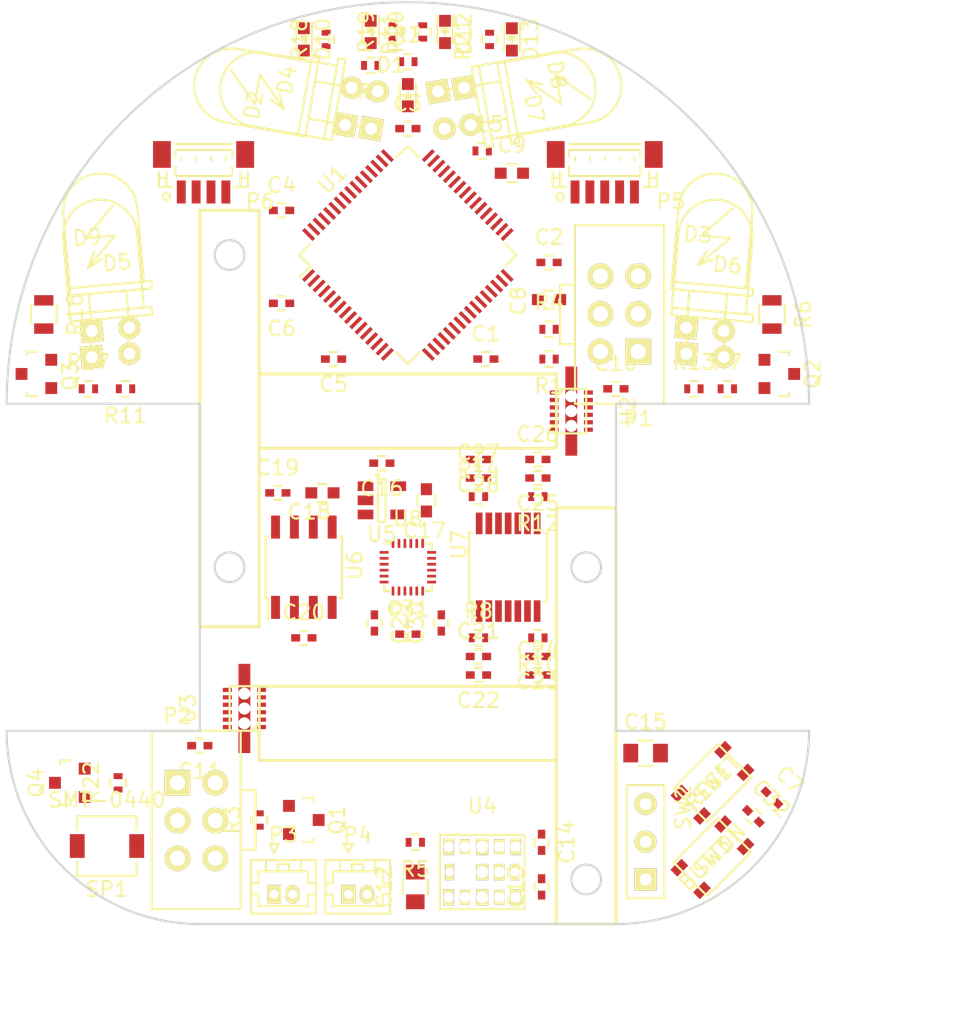
<source format=kicad_pcb>
(kicad_pcb (version 4) (host pcbnew 4.0.1-stable)

  (general
    (links 235)
    (no_connects 229)
    (area 115.275 95.899999 185 166.700001)
    (thickness 1)
    (drawings 59)
    (tracks 0)
    (zones 0)
    (modules 89)
    (nets 70)
  )

  (page A4)
  (layers
    (0 F.Cu signal)
    (31 B.Cu signal)
    (32 B.Adhes user)
    (33 F.Adhes user)
    (34 B.Paste user)
    (35 F.Paste user)
    (36 B.SilkS user)
    (37 F.SilkS user)
    (38 B.Mask user)
    (39 F.Mask user)
    (40 Dwgs.User user)
    (41 Cmts.User user)
    (42 Eco1.User user)
    (43 Eco2.User user)
    (44 Edge.Cuts user)
    (45 Margin user)
    (46 B.CrtYd user)
    (47 F.CrtYd user)
    (48 B.Fab user)
    (49 F.Fab user)
  )

  (setup
    (last_trace_width 0.2)
    (trace_clearance 0.2)
    (zone_clearance 0.254)
    (zone_45_only no)
    (trace_min 0.19)
    (segment_width 0.2)
    (edge_width 0.15)
    (via_size 0.4)
    (via_drill 0.3)
    (via_min_size 0.4)
    (via_min_drill 0.3)
    (uvia_size 0.3)
    (uvia_drill 0.1)
    (uvias_allowed no)
    (uvia_min_size 0.2)
    (uvia_min_drill 0.1)
    (pcb_text_width 0.3)
    (pcb_text_size 1.5 1.5)
    (mod_edge_width 0.15)
    (mod_text_size 1 1)
    (mod_text_width 0.15)
    (pad_size 1.524 1.524)
    (pad_drill 0.762)
    (pad_to_mask_clearance 0.2)
    (aux_axis_origin 143 99)
    (grid_origin 143 134)
    (visible_elements 7FFFF7FF)
    (pcbplotparams
      (layerselection 0x010f0_80000001)
      (usegerberextensions true)
      (excludeedgelayer true)
      (linewidth 0.100000)
      (plotframeref false)
      (viasonmask false)
      (mode 1)
      (useauxorigin false)
      (hpglpennumber 1)
      (hpglpenspeed 20)
      (hpglpendiameter 15)
      (hpglpenoverlay 2)
      (psnegative false)
      (psa4output false)
      (plotreference true)
      (plotvalue true)
      (plotinvisibletext false)
      (padsonsilk false)
      (subtractmaskfromsilk false)
      (outputformat 1)
      (mirror false)
      (drillshape 0)
      (scaleselection 1)
      (outputdirectory elecrow/))
  )

  (net 0 "")
  (net 1 +3V3)
  (net 2 GND)
  (net 3 RESET)
  (net 4 +BATT)
  (net 5 +5V)
  (net 6 +3.3VADC)
  (net 7 +1.65VA)
  (net 8 PR-RCV-SL)
  (net 9 PR-RCV-FL)
  (net 10 "Net-(C22-Pad2)")
  (net 11 "Net-(C23-Pad2)")
  (net 12 PR-RCV-FR)
  (net 13 "Net-(C24-Pad2)")
  (net 14 "Net-(C25-Pad2)")
  (net 15 PR-RCV-SR)
  (net 16 "Net-(C26-Pad2)")
  (net 17 "Net-(C27-Pad2)")
  (net 18 BUTTON)
  (net 19 "Net-(D10-Pad2)")
  (net 20 "Net-(D11-Pad2)")
  (net 21 "Net-(D12-Pad2)")
  (net 22 /Motor_L/MT_OUT_1)
  (net 23 /Motor_L/MT_OUT_2)
  (net 24 EN-L-B)
  (net 25 EN-L-A)
  (net 26 /Motor_R/MT_OUT_1)
  (net 27 /Motor_R/MT_OUT_2)
  (net 28 EN-R-B)
  (net 29 EN-R-A)
  (net 30 SWCLK)
  (net 31 SWDIO)
  (net 32 SWO)
  (net 33 UART-RX)
  (net 34 UART-TX)
  (net 35 "Net-(Q1-Pad1)")
  (net 36 SPEAKER)
  (net 37 BAT-VOL)
  (net 38 PR-LED-SL-FR)
  (net 39 PR-LED-FL_SR)
  (net 40 LED_1)
  (net 41 LED_2)
  (net 42 LED_3)
  (net 43 LED_4)
  (net 44 MT-IN-L-1)
  (net 45 MT-IN-L-2)
  (net 46 MT-IN-R-1)
  (net 47 MT-IN-R-2)
  (net 48 AXIS_~CS)
  (net 49 AXIS_SCK)
  (net 50 AXIS_MISO)
  (net 51 AXIS_MOSI)
  (net 52 AXIS_INT)
  (net 53 "Net-(D1-Pad2)")
  (net 54 "Net-(D13-Pad2)")
  (net 55 "Net-(P3-Pad2)")
  (net 56 "Net-(C28-Pad2)")
  (net 57 /IR_LED_SL_FR/IR_LED_to_IR_LED)
  (net 58 /IR_LED_SL_FR/IR_LED_to_R)
  (net 59 /IR_LED_FL_SR/IR_LED_to_IR_LED)
  (net 60 /IR_LED_FL_SR/IR_LED_to_R)
  (net 61 /IR_LED_SL_FR/IR_LED_R_to_FET)
  (net 62 /IR_LED_FL_SR/IR_LED_R_to_FET)
  (net 63 "Net-(Q4-Pad3)")
  (net 64 "Net-(C8-Pad1)")
  (net 65 "Net-(C9-Pad1)")
  (net 66 "Net-(C21-Pad2)")
  (net 67 "Net-(C31-Pad1)")
  (net 68 "Net-(R5-Pad1)")
  (net 69 /Power/BAT_to_FET)

  (net_class Default "これは標準のネット クラスです。"
    (clearance 0.2)
    (trace_width 0.2)
    (via_dia 0.4)
    (via_drill 0.3)
    (uvia_dia 0.3)
    (uvia_drill 0.1)
    (add_net +1.65VA)
    (add_net +3.3VADC)
    (add_net BAT-VOL)
    (add_net BUTTON)
    (add_net EN-L-A)
    (add_net EN-L-B)
    (add_net EN-R-A)
    (add_net EN-R-B)
    (add_net LED_1)
    (add_net LED_2)
    (add_net LED_3)
    (add_net LED_4)
    (add_net MT-IN-L-1)
    (add_net MT-IN-L-2)
    (add_net MT-IN-R-1)
    (add_net MT-IN-R-2)
    (add_net "Net-(C21-Pad2)")
    (add_net "Net-(C22-Pad2)")
    (add_net "Net-(C23-Pad2)")
    (add_net "Net-(C24-Pad2)")
    (add_net "Net-(C25-Pad2)")
    (add_net "Net-(C26-Pad2)")
    (add_net "Net-(C27-Pad2)")
    (add_net "Net-(C28-Pad2)")
    (add_net "Net-(C31-Pad1)")
    (add_net "Net-(C8-Pad1)")
    (add_net "Net-(C9-Pad1)")
    (add_net "Net-(D1-Pad2)")
    (add_net "Net-(D10-Pad2)")
    (add_net "Net-(D11-Pad2)")
    (add_net "Net-(D12-Pad2)")
    (add_net "Net-(D13-Pad2)")
    (add_net "Net-(P3-Pad2)")
    (add_net "Net-(Q1-Pad1)")
    (add_net "Net-(Q4-Pad3)")
    (add_net "Net-(R5-Pad1)")
    (add_net PR-LED-FL_SR)
    (add_net PR-LED-SL-FR)
    (add_net PR-RCV-FL)
    (add_net PR-RCV-FR)
    (add_net PR-RCV-SL)
    (add_net PR-RCV-SR)
    (add_net RESET)
    (add_net SPEAKER)
    (add_net SWCLK)
    (add_net SWDIO)
    (add_net SWO)
    (add_net UART-RX)
    (add_net UART-TX)
  )

  (net_class 3.3V ""
    (clearance 0.2)
    (trace_width 0.2)
    (via_dia 0.4)
    (via_drill 0.3)
    (uvia_dia 0.3)
    (uvia_drill 0.1)
    (add_net +3V3)
  )

  (net_class 5V ""
    (clearance 0.2)
    (trace_width 0.4)
    (via_dia 0.5)
    (via_drill 0.4)
    (uvia_dia 0.3)
    (uvia_drill 0.1)
    (add_net +5V)
  )

  (net_class AXIS ""
    (clearance 0.2)
    (trace_width 0.2)
    (via_dia 0.4)
    (via_drill 0.3)
    (uvia_dia 0.3)
    (uvia_drill 0.1)
    (add_net AXIS_INT)
    (add_net AXIS_MISO)
    (add_net AXIS_MOSI)
    (add_net AXIS_SCK)
    (add_net AXIS_~CS)
  )

  (net_class GND ""
    (clearance 0.2)
    (trace_width 0.2)
    (via_dia 0.4)
    (via_drill 0.3)
    (uvia_dia 0.3)
    (uvia_drill 0.1)
    (add_net GND)
  )

  (net_class IR_LED ""
    (clearance 0.2)
    (trace_width 0.4)
    (via_dia 0.5)
    (via_drill 0.4)
    (uvia_dia 0.3)
    (uvia_drill 0.1)
    (add_net /IR_LED_FL_SR/IR_LED_R_to_FET)
    (add_net /IR_LED_FL_SR/IR_LED_to_IR_LED)
    (add_net /IR_LED_FL_SR/IR_LED_to_R)
    (add_net /IR_LED_SL_FR/IR_LED_R_to_FET)
    (add_net /IR_LED_SL_FR/IR_LED_to_IR_LED)
    (add_net /IR_LED_SL_FR/IR_LED_to_R)
  )

  (net_class Motor ""
    (clearance 0.2)
    (trace_width 0.6)
    (via_dia 0.8)
    (via_drill 0.5)
    (uvia_dia 0.3)
    (uvia_drill 0.1)
    (add_net /Motor_L/MT_OUT_1)
    (add_net /Motor_L/MT_OUT_2)
    (add_net /Motor_R/MT_OUT_1)
    (add_net /Motor_R/MT_OUT_2)
  )

  (net_class VBAT ""
    (clearance 0.2)
    (trace_width 0.6)
    (via_dia 0.8)
    (via_drill 0.5)
    (uvia_dia 0.3)
    (uvia_drill 0.1)
    (add_net +BATT)
    (add_net /Power/BAT_to_FET)
  )

  (module Connectors_JST:JST_SH_BM05B-SRSS-TB_05x1.00mm_Straight (layer F.Cu) (tedit 57D25494) (tstamp 57D2558B)
    (at 156.25 107.5)
    (descr http://www.jst-mfg.com/product/pdf/eng/eSH.pdf)
    (tags "connector jst sh")
    (path /57CDA827/57D2587E)
    (attr smd)
    (fp_text reference P5 (at 4.445 1.905) (layer F.SilkS)
      (effects (font (size 1 1) (thickness 0.15)))
    )
    (fp_text value SWD (at 0 3.5) (layer F.Fab)
      (effects (font (size 1 1) (thickness 0.15)))
    )
    (fp_circle (center -3 1.5875) (end -2.75 1.5875) (layer F.SilkS) (width 0.15))
    (fp_line (start -2.4 -1.9625) (end 2.4 -1.9625) (layer F.SilkS) (width 0.15))
    (fp_line (start -3.5 -0.0625) (end -3.5 0.9375) (layer F.SilkS) (width 0.15))
    (fp_line (start -3.5 0.9375) (end -2.6 0.9375) (layer F.SilkS) (width 0.15))
    (fp_line (start -3 0.9375) (end -3 -0.0625) (layer F.SilkS) (width 0.15))
    (fp_line (start -3 -0.0625) (end -3 -0.0625) (layer F.SilkS) (width 0.15))
    (fp_line (start -3 -0.0625) (end -3 0.9375) (layer F.SilkS) (width 0.15))
    (fp_line (start -3 0.9375) (end -3 0.9375) (layer F.SilkS) (width 0.15))
    (fp_line (start -3 0.3375) (end -3 0.3375) (layer F.SilkS) (width 0.15))
    (fp_line (start -3 0.3375) (end -3.5 0.3375) (layer F.SilkS) (width 0.15))
    (fp_line (start -3.5 0.3375) (end -3.5 0.3375) (layer F.SilkS) (width 0.15))
    (fp_line (start -3.5 0.3375) (end -3 0.3375) (layer F.SilkS) (width 0.15))
    (fp_line (start 3.5 -0.0625) (end 3.5 0.9375) (layer F.SilkS) (width 0.15))
    (fp_line (start 3.5 0.9375) (end 2.6 0.9375) (layer F.SilkS) (width 0.15))
    (fp_line (start 3 0.9375) (end 3 -0.0625) (layer F.SilkS) (width 0.15))
    (fp_line (start 3 -0.0625) (end 3 -0.0625) (layer F.SilkS) (width 0.15))
    (fp_line (start 3 -0.0625) (end 3 0.9375) (layer F.SilkS) (width 0.15))
    (fp_line (start 3 0.9375) (end 3 0.9375) (layer F.SilkS) (width 0.15))
    (fp_line (start 3 0.3375) (end 3 0.3375) (layer F.SilkS) (width 0.15))
    (fp_line (start 3 0.3375) (end 3.5 0.3375) (layer F.SilkS) (width 0.15))
    (fp_line (start 3.5 0.3375) (end 3.5 0.3375) (layer F.SilkS) (width 0.15))
    (fp_line (start 3.5 0.3375) (end 3 0.3375) (layer F.SilkS) (width 0.15))
    (fp_line (start -2.4 -1.0625) (end -2.4 -1.5625) (layer F.SilkS) (width 0.15))
    (fp_line (start -2.4 -1.5625) (end 2.4 -1.5625) (layer F.SilkS) (width 0.15))
    (fp_line (start 2.4 -1.5625) (end 2.4 -1.0625) (layer F.SilkS) (width 0.15))
    (fp_line (start -2.4 -0.4625) (end -2.4 0.1875) (layer F.SilkS) (width 0.15))
    (fp_line (start -2.4 0.1875) (end 2.4 0.1875) (layer F.SilkS) (width 0.15))
    (fp_line (start 2.4 0.1875) (end 2.4 -0.4625) (layer F.SilkS) (width 0.15))
    (fp_line (start -2 -1.0625) (end -2 -0.8625) (layer F.SilkS) (width 0.15))
    (fp_line (start -1 -1.0625) (end -1 -0.8625) (layer F.SilkS) (width 0.15))
    (fp_line (start 0 -1.0625) (end 0 -0.8625) (layer F.SilkS) (width 0.15))
    (fp_line (start 1 -1.0625) (end 1 -0.8625) (layer F.SilkS) (width 0.15))
    (fp_line (start 2 -1.0625) (end 2 -0.8625) (layer F.SilkS) (width 0.15))
    (fp_line (start -4.4 2.55) (end -4.4 -2.7) (layer F.CrtYd) (width 0.05))
    (fp_line (start -4.4 -2.7) (end 4.4 -2.7) (layer F.CrtYd) (width 0.05))
    (fp_line (start 4.4 -2.7) (end 4.4 2.55) (layer F.CrtYd) (width 0.05))
    (fp_line (start 4.4 2.55) (end -4.4 2.55) (layer F.CrtYd) (width 0.05))
    (pad 1 smd rect (at -2 1.2625) (size 0.6 1.55) (layers F.Cu F.Paste F.Mask)
      (net 30 SWCLK))
    (pad 2 smd rect (at -1 1.2625) (size 0.6 1.55) (layers F.Cu F.Paste F.Mask)
      (net 2 GND))
    (pad 3 smd rect (at 0 1.2625) (size 0.6 1.55) (layers F.Cu F.Paste F.Mask)
      (net 31 SWDIO))
    (pad 4 smd rect (at 1 1.2625) (size 0.6 1.55) (layers F.Cu F.Paste F.Mask)
      (net 3 RESET))
    (pad 5 smd rect (at 2 1.2625) (size 0.6 1.55) (layers F.Cu F.Paste F.Mask)
      (net 32 SWO))
    (pad "" smd rect (at -3.3 -1.2625) (size 1.2 1.8) (layers F.Cu F.Paste F.Mask))
    (pad "" smd rect (at 3.3 -1.2625) (size 1.2 1.8) (layers F.Cu F.Paste F.Mask))
  )

  (module Capacitors_SMD:C_0603 placed (layer F.Cu) (tedit 57D0C0B8) (tstamp 57CC9EAB)
    (at 152.5 116)
    (descr "Capacitor SMD 0603, reflow soldering, AVX (see smccp.pdf)")
    (tags "capacitor 0603")
    (path /57C928EA)
    (attr smd)
    (fp_text reference C8 (at -2.065459 0.089803 90) (layer F.SilkS)
      (effects (font (size 1 1) (thickness 0.15)))
    )
    (fp_text value 2.2u (at 0 1.9) (layer F.Fab)
      (effects (font (size 1 1) (thickness 0.15)))
    )
    (fp_line (start -1.45 -0.75) (end 1.45 -0.75) (layer F.CrtYd) (width 0.05))
    (fp_line (start -1.45 0.75) (end 1.45 0.75) (layer F.CrtYd) (width 0.05))
    (fp_line (start -1.45 -0.75) (end -1.45 0.75) (layer F.CrtYd) (width 0.05))
    (fp_line (start 1.45 -0.75) (end 1.45 0.75) (layer F.CrtYd) (width 0.05))
    (fp_line (start -0.35 -0.6) (end 0.35 -0.6) (layer F.SilkS) (width 0.15))
    (fp_line (start 0.35 0.6) (end -0.35 0.6) (layer F.SilkS) (width 0.15))
    (pad 1 smd rect (at -0.75 0) (size 0.8 0.75) (layers F.Cu F.Paste F.Mask)
      (net 64 "Net-(C8-Pad1)"))
    (pad 2 smd rect (at 0.75 0) (size 0.8 0.75) (layers F.Cu F.Paste F.Mask)
      (net 2 GND))
    (model Capacitors_SMD.3dshapes/C_0603.wrl
      (at (xyz 0 0 0))
      (scale (xyz 1 1 1))
      (rotate (xyz 0 0 0))
    )
  )

  (module Capacitors_SMD:C_0603 placed (layer F.Cu) (tedit 5415D631) (tstamp 57CC9EB1)
    (at 150 107.5)
    (descr "Capacitor SMD 0603, reflow soldering, AVX (see smccp.pdf)")
    (tags "capacitor 0603")
    (path /57C91C59)
    (attr smd)
    (fp_text reference C9 (at 0 -1.9) (layer F.SilkS)
      (effects (font (size 1 1) (thickness 0.15)))
    )
    (fp_text value 2.2u (at 0 1.9) (layer F.Fab)
      (effects (font (size 1 1) (thickness 0.15)))
    )
    (fp_line (start -1.45 -0.75) (end 1.45 -0.75) (layer F.CrtYd) (width 0.05))
    (fp_line (start -1.45 0.75) (end 1.45 0.75) (layer F.CrtYd) (width 0.05))
    (fp_line (start -1.45 -0.75) (end -1.45 0.75) (layer F.CrtYd) (width 0.05))
    (fp_line (start 1.45 -0.75) (end 1.45 0.75) (layer F.CrtYd) (width 0.05))
    (fp_line (start -0.35 -0.6) (end 0.35 -0.6) (layer F.SilkS) (width 0.15))
    (fp_line (start 0.35 0.6) (end -0.35 0.6) (layer F.SilkS) (width 0.15))
    (pad 1 smd rect (at -0.75 0) (size 0.8 0.75) (layers F.Cu F.Paste F.Mask)
      (net 65 "Net-(C9-Pad1)"))
    (pad 2 smd rect (at 0.75 0) (size 0.8 0.75) (layers F.Cu F.Paste F.Mask)
      (net 2 GND))
    (model Capacitors_SMD.3dshapes/C_0603.wrl
      (at (xyz 0 0 0))
      (scale (xyz 1 1 1))
      (rotate (xyz 0 0 0))
    )
  )

  (module Capacitors_SMD:C_0805 placed (layer F.Cu) (tedit 5415D6EA) (tstamp 57CC9ECF)
    (at 159 146.5)
    (descr "Capacitor SMD 0805, reflow soldering, AVX (see smccp.pdf)")
    (tags "capacitor 0805")
    (path /57CA15C1/57CA26EB)
    (attr smd)
    (fp_text reference C15 (at 0 -2.1) (layer F.SilkS)
      (effects (font (size 1 1) (thickness 0.15)))
    )
    (fp_text value 22u (at 0 2.1) (layer F.Fab)
      (effects (font (size 1 1) (thickness 0.15)))
    )
    (fp_line (start -1.8 -1) (end 1.8 -1) (layer F.CrtYd) (width 0.05))
    (fp_line (start -1.8 1) (end 1.8 1) (layer F.CrtYd) (width 0.05))
    (fp_line (start -1.8 -1) (end -1.8 1) (layer F.CrtYd) (width 0.05))
    (fp_line (start 1.8 -1) (end 1.8 1) (layer F.CrtYd) (width 0.05))
    (fp_line (start 0.5 -0.85) (end -0.5 -0.85) (layer F.SilkS) (width 0.15))
    (fp_line (start -0.5 0.85) (end 0.5 0.85) (layer F.SilkS) (width 0.15))
    (pad 1 smd rect (at -1 0) (size 1 1.25) (layers F.Cu F.Paste F.Mask)
      (net 5 +5V))
    (pad 2 smd rect (at 1 0) (size 1 1.25) (layers F.Cu F.Paste F.Mask)
      (net 2 GND))
    (model Capacitors_SMD.3dshapes/C_0805.wrl
      (at (xyz 0 0 0))
      (scale (xyz 1 1 1))
      (rotate (xyz 0 0 0))
    )
  )

  (module Capacitors_SMD:C_0603 placed (layer F.Cu) (tedit 57D0BFC5) (tstamp 57CC9EDB)
    (at 144.25 129.5 270)
    (descr "Capacitor SMD 0603, reflow soldering, AVX (see smccp.pdf)")
    (tags "capacitor 0603")
    (path /57CA15C1/57CC2786)
    (attr smd)
    (fp_text reference C17 (at 2.032 0.127 360) (layer F.SilkS)
      (effects (font (size 1 1) (thickness 0.15)))
    )
    (fp_text value 10u (at 0 1.9 270) (layer F.Fab)
      (effects (font (size 1 1) (thickness 0.15)))
    )
    (fp_line (start -1.45 -0.75) (end 1.45 -0.75) (layer F.CrtYd) (width 0.05))
    (fp_line (start -1.45 0.75) (end 1.45 0.75) (layer F.CrtYd) (width 0.05))
    (fp_line (start -1.45 -0.75) (end -1.45 0.75) (layer F.CrtYd) (width 0.05))
    (fp_line (start 1.45 -0.75) (end 1.45 0.75) (layer F.CrtYd) (width 0.05))
    (fp_line (start -0.35 -0.6) (end 0.35 -0.6) (layer F.SilkS) (width 0.15))
    (fp_line (start 0.35 0.6) (end -0.35 0.6) (layer F.SilkS) (width 0.15))
    (pad 1 smd rect (at -0.75 0 270) (size 0.8 0.75) (layers F.Cu F.Paste F.Mask)
      (net 6 +3.3VADC))
    (pad 2 smd rect (at 0.75 0 270) (size 0.8 0.75) (layers F.Cu F.Paste F.Mask)
      (net 2 GND))
    (model Capacitors_SMD.3dshapes/C_0603.wrl
      (at (xyz 0 0 0))
      (scale (xyz 1 1 1))
      (rotate (xyz 0 0 0))
    )
  )

  (module Capacitors_SMD:C_0603 placed (layer F.Cu) (tedit 57D0BEA8) (tstamp 57CC9EE1)
    (at 137.25 129 180)
    (descr "Capacitor SMD 0603, reflow soldering, AVX (see smccp.pdf)")
    (tags "capacitor 0603")
    (path /57CA15C1/57CC27DF)
    (attr smd)
    (fp_text reference C18 (at 0.889 -1.27 180) (layer F.SilkS)
      (effects (font (size 1 1) (thickness 0.15)))
    )
    (fp_text value 10u (at 0 1.9 180) (layer F.Fab)
      (effects (font (size 1 1) (thickness 0.15)))
    )
    (fp_line (start -1.45 -0.75) (end 1.45 -0.75) (layer F.CrtYd) (width 0.05))
    (fp_line (start -1.45 0.75) (end 1.45 0.75) (layer F.CrtYd) (width 0.05))
    (fp_line (start -1.45 -0.75) (end -1.45 0.75) (layer F.CrtYd) (width 0.05))
    (fp_line (start 1.45 -0.75) (end 1.45 0.75) (layer F.CrtYd) (width 0.05))
    (fp_line (start -0.35 -0.6) (end 0.35 -0.6) (layer F.SilkS) (width 0.15))
    (fp_line (start 0.35 0.6) (end -0.35 0.6) (layer F.SilkS) (width 0.15))
    (pad 1 smd rect (at -0.75 0 180) (size 0.8 0.75) (layers F.Cu F.Paste F.Mask)
      (net 7 +1.65VA))
    (pad 2 smd rect (at 0.75 0 180) (size 0.8 0.75) (layers F.Cu F.Paste F.Mask)
      (net 2 GND))
    (model Capacitors_SMD.3dshapes/C_0603.wrl
      (at (xyz 0 0 0))
      (scale (xyz 1 1 1))
      (rotate (xyz 0 0 0))
    )
  )

  (module LEDs:LED_0603 placed (layer F.Cu) (tedit 57D0BE81) (tstamp 57CC9F6B)
    (at 136 98.5 270)
    (descr "LED 0603 smd package")
    (tags "LED led 0603 SMD smd SMT smt smdled SMDLED smtled SMTLED")
    (path /57CD8D81/57CE80D9)
    (attr smd)
    (fp_text reference D10 (at 0 -1.27 450) (layer F.SilkS)
      (effects (font (size 1 1) (thickness 0.15)))
    )
    (fp_text value LED (at 0 1.5 270) (layer F.Fab)
      (effects (font (size 1 1) (thickness 0.15)))
    )
    (fp_line (start -1.1 0.55) (end 0.8 0.55) (layer F.SilkS) (width 0.15))
    (fp_line (start -1.1 -0.55) (end 0.8 -0.55) (layer F.SilkS) (width 0.15))
    (fp_line (start -0.2 0) (end 0.25 0) (layer F.SilkS) (width 0.15))
    (fp_line (start -0.25 -0.25) (end -0.25 0.25) (layer F.SilkS) (width 0.15))
    (fp_line (start -0.25 0) (end 0 -0.25) (layer F.SilkS) (width 0.15))
    (fp_line (start 0 -0.25) (end 0 0.25) (layer F.SilkS) (width 0.15))
    (fp_line (start 0 0.25) (end -0.25 0) (layer F.SilkS) (width 0.15))
    (fp_line (start 1.4 -0.75) (end 1.4 0.75) (layer F.CrtYd) (width 0.05))
    (fp_line (start 1.4 0.75) (end -1.4 0.75) (layer F.CrtYd) (width 0.05))
    (fp_line (start -1.4 0.75) (end -1.4 -0.75) (layer F.CrtYd) (width 0.05))
    (fp_line (start -1.4 -0.75) (end 1.4 -0.75) (layer F.CrtYd) (width 0.05))
    (pad 2 smd rect (at 0.7493 0 90) (size 0.79756 0.79756) (layers F.Cu F.Paste F.Mask)
      (net 19 "Net-(D10-Pad2)"))
    (pad 1 smd rect (at -0.7493 0 90) (size 0.79756 0.79756) (layers F.Cu F.Paste F.Mask)
      (net 2 GND))
    (model LEDs.3dshapes/LED_0603.wrl
      (at (xyz 0 0 0))
      (scale (xyz 1 1 1))
      (rotate (xyz 0 0 180))
    )
  )

  (module LEDs:LED_0603 placed (layer F.Cu) (tedit 57D0BE85) (tstamp 57CC9F71)
    (at 140.5 98 270)
    (descr "LED 0603 smd package")
    (tags "LED led 0603 SMD smd SMT smt smdled SMDLED smtled SMTLED")
    (path /57CD8D81/57CE812A)
    (attr smd)
    (fp_text reference D11 (at 0.127 -1.27 270) (layer F.SilkS)
      (effects (font (size 1 1) (thickness 0.15)))
    )
    (fp_text value LED (at 0 1.5 270) (layer F.Fab)
      (effects (font (size 1 1) (thickness 0.15)))
    )
    (fp_line (start -1.1 0.55) (end 0.8 0.55) (layer F.SilkS) (width 0.15))
    (fp_line (start -1.1 -0.55) (end 0.8 -0.55) (layer F.SilkS) (width 0.15))
    (fp_line (start -0.2 0) (end 0.25 0) (layer F.SilkS) (width 0.15))
    (fp_line (start -0.25 -0.25) (end -0.25 0.25) (layer F.SilkS) (width 0.15))
    (fp_line (start -0.25 0) (end 0 -0.25) (layer F.SilkS) (width 0.15))
    (fp_line (start 0 -0.25) (end 0 0.25) (layer F.SilkS) (width 0.15))
    (fp_line (start 0 0.25) (end -0.25 0) (layer F.SilkS) (width 0.15))
    (fp_line (start 1.4 -0.75) (end 1.4 0.75) (layer F.CrtYd) (width 0.05))
    (fp_line (start 1.4 0.75) (end -1.4 0.75) (layer F.CrtYd) (width 0.05))
    (fp_line (start -1.4 0.75) (end -1.4 -0.75) (layer F.CrtYd) (width 0.05))
    (fp_line (start -1.4 -0.75) (end 1.4 -0.75) (layer F.CrtYd) (width 0.05))
    (pad 2 smd rect (at 0.7493 0 90) (size 0.79756 0.79756) (layers F.Cu F.Paste F.Mask)
      (net 20 "Net-(D11-Pad2)"))
    (pad 1 smd rect (at -0.7493 0 90) (size 0.79756 0.79756) (layers F.Cu F.Paste F.Mask)
      (net 2 GND))
    (model LEDs.3dshapes/LED_0603.wrl
      (at (xyz 0 0 0))
      (scale (xyz 1 1 1))
      (rotate (xyz 0 0 180))
    )
  )

  (module LEDs:LED_0603 placed (layer F.Cu) (tedit 57D0BE8A) (tstamp 57CC9F77)
    (at 145.5 98 270)
    (descr "LED 0603 smd package")
    (tags "LED led 0603 SMD smd SMT smt smdled SMDLED smtled SMTLED")
    (path /57CD8D81/57CE815D)
    (attr smd)
    (fp_text reference D12 (at 0.127 -1.27 450) (layer F.SilkS)
      (effects (font (size 1 1) (thickness 0.15)))
    )
    (fp_text value LED (at 0 1.5 270) (layer F.Fab)
      (effects (font (size 1 1) (thickness 0.15)))
    )
    (fp_line (start -1.1 0.55) (end 0.8 0.55) (layer F.SilkS) (width 0.15))
    (fp_line (start -1.1 -0.55) (end 0.8 -0.55) (layer F.SilkS) (width 0.15))
    (fp_line (start -0.2 0) (end 0.25 0) (layer F.SilkS) (width 0.15))
    (fp_line (start -0.25 -0.25) (end -0.25 0.25) (layer F.SilkS) (width 0.15))
    (fp_line (start -0.25 0) (end 0 -0.25) (layer F.SilkS) (width 0.15))
    (fp_line (start 0 -0.25) (end 0 0.25) (layer F.SilkS) (width 0.15))
    (fp_line (start 0 0.25) (end -0.25 0) (layer F.SilkS) (width 0.15))
    (fp_line (start 1.4 -0.75) (end 1.4 0.75) (layer F.CrtYd) (width 0.05))
    (fp_line (start 1.4 0.75) (end -1.4 0.75) (layer F.CrtYd) (width 0.05))
    (fp_line (start -1.4 0.75) (end -1.4 -0.75) (layer F.CrtYd) (width 0.05))
    (fp_line (start -1.4 -0.75) (end 1.4 -0.75) (layer F.CrtYd) (width 0.05))
    (pad 2 smd rect (at 0.7493 0 90) (size 0.79756 0.79756) (layers F.Cu F.Paste F.Mask)
      (net 21 "Net-(D12-Pad2)"))
    (pad 1 smd rect (at -0.7493 0 90) (size 0.79756 0.79756) (layers F.Cu F.Paste F.Mask)
      (net 2 GND))
    (model LEDs.3dshapes/LED_0603.wrl
      (at (xyz 0 0 0))
      (scale (xyz 1 1 1))
      (rotate (xyz 0 0 180))
    )
  )

  (module LEDs:LED_0603 placed (layer F.Cu) (tedit 57D0BE90) (tstamp 57CC9F7D)
    (at 150 98.5 270)
    (descr "LED 0603 smd package")
    (tags "LED led 0603 SMD smd SMT smt smdled SMDLED smtled SMTLED")
    (path /57CD8D81/57CE8187)
    (attr smd)
    (fp_text reference D13 (at 0 -1.27 450) (layer F.SilkS)
      (effects (font (size 1 1) (thickness 0.15)))
    )
    (fp_text value LED (at 0 1.5 270) (layer F.Fab)
      (effects (font (size 1 1) (thickness 0.15)))
    )
    (fp_line (start -1.1 0.55) (end 0.8 0.55) (layer F.SilkS) (width 0.15))
    (fp_line (start -1.1 -0.55) (end 0.8 -0.55) (layer F.SilkS) (width 0.15))
    (fp_line (start -0.2 0) (end 0.25 0) (layer F.SilkS) (width 0.15))
    (fp_line (start -0.25 -0.25) (end -0.25 0.25) (layer F.SilkS) (width 0.15))
    (fp_line (start -0.25 0) (end 0 -0.25) (layer F.SilkS) (width 0.15))
    (fp_line (start 0 -0.25) (end 0 0.25) (layer F.SilkS) (width 0.15))
    (fp_line (start 0 0.25) (end -0.25 0) (layer F.SilkS) (width 0.15))
    (fp_line (start 1.4 -0.75) (end 1.4 0.75) (layer F.CrtYd) (width 0.05))
    (fp_line (start 1.4 0.75) (end -1.4 0.75) (layer F.CrtYd) (width 0.05))
    (fp_line (start -1.4 0.75) (end -1.4 -0.75) (layer F.CrtYd) (width 0.05))
    (fp_line (start -1.4 -0.75) (end 1.4 -0.75) (layer F.CrtYd) (width 0.05))
    (pad 2 smd rect (at 0.7493 0 90) (size 0.79756 0.79756) (layers F.Cu F.Paste F.Mask)
      (net 54 "Net-(D13-Pad2)"))
    (pad 1 smd rect (at -0.7493 0 90) (size 0.79756 0.79756) (layers F.Cu F.Paste F.Mask)
      (net 2 GND))
    (model LEDs.3dshapes/LED_0603.wrl
      (at (xyz 0 0 0))
      (scale (xyz 1 1 1))
      (rotate (xyz 0 0 180))
    )
  )

  (module TO_SOT_Packages_SMD:SOT-23 placed (layer F.Cu) (tedit 553634F8) (tstamp 57CC9FB0)
    (at 168 121 270)
    (descr "SOT-23, Standard")
    (tags SOT-23)
    (path /57CEFE78/57CF03B8)
    (attr smd)
    (fp_text reference Q2 (at 0 -2.25 270) (layer F.SilkS)
      (effects (font (size 1 1) (thickness 0.15)))
    )
    (fp_text value IRFML8244 (at 0 2.3 270) (layer F.Fab)
      (effects (font (size 1 1) (thickness 0.15)))
    )
    (fp_line (start -1.65 -1.6) (end 1.65 -1.6) (layer F.CrtYd) (width 0.05))
    (fp_line (start 1.65 -1.6) (end 1.65 1.6) (layer F.CrtYd) (width 0.05))
    (fp_line (start 1.65 1.6) (end -1.65 1.6) (layer F.CrtYd) (width 0.05))
    (fp_line (start -1.65 1.6) (end -1.65 -1.6) (layer F.CrtYd) (width 0.05))
    (fp_line (start 1.29916 -0.65024) (end 1.2509 -0.65024) (layer F.SilkS) (width 0.15))
    (fp_line (start -1.49982 0.0508) (end -1.49982 -0.65024) (layer F.SilkS) (width 0.15))
    (fp_line (start -1.49982 -0.65024) (end -1.2509 -0.65024) (layer F.SilkS) (width 0.15))
    (fp_line (start 1.29916 -0.65024) (end 1.49982 -0.65024) (layer F.SilkS) (width 0.15))
    (fp_line (start 1.49982 -0.65024) (end 1.49982 0.0508) (layer F.SilkS) (width 0.15))
    (pad 1 smd rect (at -0.95 1.00076 270) (size 0.8001 0.8001) (layers F.Cu F.Paste F.Mask)
      (net 38 PR-LED-SL-FR))
    (pad 2 smd rect (at 0.95 1.00076 270) (size 0.8001 0.8001) (layers F.Cu F.Paste F.Mask)
      (net 2 GND))
    (pad 3 smd rect (at 0 -0.99822 270) (size 0.8001 0.8001) (layers F.Cu F.Paste F.Mask)
      (net 61 /IR_LED_SL_FR/IR_LED_R_to_FET))
    (model TO_SOT_Packages_SMD.3dshapes/SOT-23.wrl
      (at (xyz 0 0 0))
      (scale (xyz 1 1 1))
      (rotate (xyz 0 0 0))
    )
  )

  (module TO_SOT_Packages_SMD:SOT-23 placed (layer F.Cu) (tedit 57D0BECF) (tstamp 57CC9FB7)
    (at 118 121 90)
    (descr "SOT-23, Standard")
    (tags SOT-23)
    (path /57CF2D36/57CF03B8)
    (attr smd)
    (fp_text reference Q3 (at -0.127 2.286 90) (layer F.SilkS)
      (effects (font (size 1 1) (thickness 0.15)))
    )
    (fp_text value IRFML8244 (at 0 2.3 90) (layer F.Fab)
      (effects (font (size 1 1) (thickness 0.15)))
    )
    (fp_line (start -1.65 -1.6) (end 1.65 -1.6) (layer F.CrtYd) (width 0.05))
    (fp_line (start 1.65 -1.6) (end 1.65 1.6) (layer F.CrtYd) (width 0.05))
    (fp_line (start 1.65 1.6) (end -1.65 1.6) (layer F.CrtYd) (width 0.05))
    (fp_line (start -1.65 1.6) (end -1.65 -1.6) (layer F.CrtYd) (width 0.05))
    (fp_line (start 1.29916 -0.65024) (end 1.2509 -0.65024) (layer F.SilkS) (width 0.15))
    (fp_line (start -1.49982 0.0508) (end -1.49982 -0.65024) (layer F.SilkS) (width 0.15))
    (fp_line (start -1.49982 -0.65024) (end -1.2509 -0.65024) (layer F.SilkS) (width 0.15))
    (fp_line (start 1.29916 -0.65024) (end 1.49982 -0.65024) (layer F.SilkS) (width 0.15))
    (fp_line (start 1.49982 -0.65024) (end 1.49982 0.0508) (layer F.SilkS) (width 0.15))
    (pad 1 smd rect (at -0.95 1.00076 90) (size 0.8001 0.8001) (layers F.Cu F.Paste F.Mask)
      (net 39 PR-LED-FL_SR))
    (pad 2 smd rect (at 0.95 1.00076 90) (size 0.8001 0.8001) (layers F.Cu F.Paste F.Mask)
      (net 2 GND))
    (pad 3 smd rect (at 0 -0.99822 90) (size 0.8001 0.8001) (layers F.Cu F.Paste F.Mask)
      (net 62 /IR_LED_FL_SR/IR_LED_R_to_FET))
    (model TO_SOT_Packages_SMD.3dshapes/SOT-23.wrl
      (at (xyz 0 0 0))
      (scale (xyz 1 1 1))
      (rotate (xyz 0 0 0))
    )
  )

  (module TO_SOT_Packages_SMD:SOT-23 placed (layer F.Cu) (tedit 553634F8) (tstamp 57CC9FBE)
    (at 120.25 148.5 90)
    (descr "SOT-23, Standard")
    (tags SOT-23)
    (path /57CD8D81/57CE75AD)
    (attr smd)
    (fp_text reference Q4 (at 0 -2.25 90) (layer F.SilkS)
      (effects (font (size 1 1) (thickness 0.15)))
    )
    (fp_text value BSS138 (at 0 2.3 90) (layer F.Fab)
      (effects (font (size 1 1) (thickness 0.15)))
    )
    (fp_line (start -1.65 -1.6) (end 1.65 -1.6) (layer F.CrtYd) (width 0.05))
    (fp_line (start 1.65 -1.6) (end 1.65 1.6) (layer F.CrtYd) (width 0.05))
    (fp_line (start 1.65 1.6) (end -1.65 1.6) (layer F.CrtYd) (width 0.05))
    (fp_line (start -1.65 1.6) (end -1.65 -1.6) (layer F.CrtYd) (width 0.05))
    (fp_line (start 1.29916 -0.65024) (end 1.2509 -0.65024) (layer F.SilkS) (width 0.15))
    (fp_line (start -1.49982 0.0508) (end -1.49982 -0.65024) (layer F.SilkS) (width 0.15))
    (fp_line (start -1.49982 -0.65024) (end -1.2509 -0.65024) (layer F.SilkS) (width 0.15))
    (fp_line (start 1.29916 -0.65024) (end 1.49982 -0.65024) (layer F.SilkS) (width 0.15))
    (fp_line (start 1.49982 -0.65024) (end 1.49982 0.0508) (layer F.SilkS) (width 0.15))
    (pad 1 smd rect (at -0.95 1.00076 90) (size 0.8001 0.8001) (layers F.Cu F.Paste F.Mask)
      (net 36 SPEAKER))
    (pad 2 smd rect (at 0.95 1.00076 90) (size 0.8001 0.8001) (layers F.Cu F.Paste F.Mask)
      (net 2 GND))
    (pad 3 smd rect (at 0 -0.99822 90) (size 0.8001 0.8001) (layers F.Cu F.Paste F.Mask)
      (net 63 "Net-(Q4-Pad3)"))
    (model TO_SOT_Packages_SMD.3dshapes/SOT-23.wrl
      (at (xyz 0 0 0))
      (scale (xyz 1 1 1))
      (rotate (xyz 0 0 0))
    )
  )

  (module Housings_QFP:LQFP-64_10x10mm_Pitch0.5mm placed (layer F.Cu) (tedit 54130A77) (tstamp 57CCA0A3)
    (at 143 113 45)
    (descr "64 LEAD LQFP 10x10mm (see MICREL LQFP10x10-64LD-PL-1.pdf)")
    (tags "QFP 0.5")
    (path /57C8ED63)
    (attr smd)
    (fp_text reference U1 (at 0 -7.2 45) (layer F.SilkS)
      (effects (font (size 1 1) (thickness 0.15)))
    )
    (fp_text value STM32F405RGTx (at 0 7.2 45) (layer F.Fab)
      (effects (font (size 1 1) (thickness 0.15)))
    )
    (fp_line (start -6.45 -6.45) (end -6.45 6.45) (layer F.CrtYd) (width 0.05))
    (fp_line (start 6.45 -6.45) (end 6.45 6.45) (layer F.CrtYd) (width 0.05))
    (fp_line (start -6.45 -6.45) (end 6.45 -6.45) (layer F.CrtYd) (width 0.05))
    (fp_line (start -6.45 6.45) (end 6.45 6.45) (layer F.CrtYd) (width 0.05))
    (fp_line (start -5.175 -5.175) (end -5.175 -4.1) (layer F.SilkS) (width 0.15))
    (fp_line (start 5.175 -5.175) (end 5.175 -4.1) (layer F.SilkS) (width 0.15))
    (fp_line (start 5.175 5.175) (end 5.175 4.1) (layer F.SilkS) (width 0.15))
    (fp_line (start -5.175 5.175) (end -5.175 4.1) (layer F.SilkS) (width 0.15))
    (fp_line (start -5.175 -5.175) (end -4.1 -5.175) (layer F.SilkS) (width 0.15))
    (fp_line (start -5.175 5.175) (end -4.1 5.175) (layer F.SilkS) (width 0.15))
    (fp_line (start 5.175 5.175) (end 4.1 5.175) (layer F.SilkS) (width 0.15))
    (fp_line (start 5.175 -5.175) (end 4.1 -5.175) (layer F.SilkS) (width 0.15))
    (fp_line (start -5.175 -4.1) (end -6.2 -4.1) (layer F.SilkS) (width 0.15))
    (pad 1 smd rect (at -5.7 -3.75 45) (size 1 0.25) (layers F.Cu F.Paste F.Mask)
      (net 1 +3V3))
    (pad 2 smd rect (at -5.7 -3.25 45) (size 1 0.25) (layers F.Cu F.Paste F.Mask))
    (pad 3 smd rect (at -5.7 -2.75 45) (size 1 0.25) (layers F.Cu F.Paste F.Mask))
    (pad 4 smd rect (at -5.7 -2.25 45) (size 1 0.25) (layers F.Cu F.Paste F.Mask))
    (pad 5 smd rect (at -5.7 -1.75 45) (size 1 0.25) (layers F.Cu F.Paste F.Mask))
    (pad 6 smd rect (at -5.7 -1.25 45) (size 1 0.25) (layers F.Cu F.Paste F.Mask))
    (pad 7 smd rect (at -5.7 -0.75 45) (size 1 0.25) (layers F.Cu F.Paste F.Mask)
      (net 3 RESET))
    (pad 8 smd rect (at -5.7 -0.25 45) (size 1 0.25) (layers F.Cu F.Paste F.Mask)
      (net 8 PR-RCV-SL))
    (pad 9 smd rect (at -5.7 0.25 45) (size 1 0.25) (layers F.Cu F.Paste F.Mask)
      (net 9 PR-RCV-FL))
    (pad 10 smd rect (at -5.7 0.75 45) (size 1 0.25) (layers F.Cu F.Paste F.Mask)
      (net 12 PR-RCV-FR))
    (pad 11 smd rect (at -5.7 1.25 45) (size 1 0.25) (layers F.Cu F.Paste F.Mask)
      (net 15 PR-RCV-SR))
    (pad 12 smd rect (at -5.7 1.75 45) (size 1 0.25) (layers F.Cu F.Paste F.Mask)
      (net 2 GND))
    (pad 13 smd rect (at -5.7 2.25 45) (size 1 0.25) (layers F.Cu F.Paste F.Mask)
      (net 1 +3V3))
    (pad 14 smd rect (at -5.7 2.75 45) (size 1 0.25) (layers F.Cu F.Paste F.Mask)
      (net 44 MT-IN-L-1))
    (pad 15 smd rect (at -5.7 3.25 45) (size 1 0.25) (layers F.Cu F.Paste F.Mask)
      (net 45 MT-IN-L-2))
    (pad 16 smd rect (at -5.7 3.75 45) (size 1 0.25) (layers F.Cu F.Paste F.Mask)
      (net 34 UART-TX))
    (pad 17 smd rect (at -3.75 5.7 135) (size 1 0.25) (layers F.Cu F.Paste F.Mask)
      (net 33 UART-RX))
    (pad 18 smd rect (at -3.25 5.7 135) (size 1 0.25) (layers F.Cu F.Paste F.Mask)
      (net 2 GND))
    (pad 19 smd rect (at -2.75 5.7 135) (size 1 0.25) (layers F.Cu F.Paste F.Mask)
      (net 1 +3V3))
    (pad 20 smd rect (at -2.25 5.7 135) (size 1 0.25) (layers F.Cu F.Paste F.Mask)
      (net 48 AXIS_~CS))
    (pad 21 smd rect (at -1.75 5.7 135) (size 1 0.25) (layers F.Cu F.Paste F.Mask)
      (net 49 AXIS_SCK))
    (pad 22 smd rect (at -1.25 5.7 135) (size 1 0.25) (layers F.Cu F.Paste F.Mask)
      (net 50 AXIS_MISO))
    (pad 23 smd rect (at -0.75 5.7 135) (size 1 0.25) (layers F.Cu F.Paste F.Mask)
      (net 51 AXIS_MOSI))
    (pad 24 smd rect (at -0.25 5.7 135) (size 1 0.25) (layers F.Cu F.Paste F.Mask)
      (net 52 AXIS_INT))
    (pad 25 smd rect (at 0.25 5.7 135) (size 1 0.25) (layers F.Cu F.Paste F.Mask)
      (net 40 LED_1))
    (pad 26 smd rect (at 0.75 5.7 135) (size 1 0.25) (layers F.Cu F.Paste F.Mask)
      (net 18 BUTTON))
    (pad 27 smd rect (at 1.25 5.7 135) (size 1 0.25) (layers F.Cu F.Paste F.Mask)
      (net 37 BAT-VOL))
    (pad 28 smd rect (at 1.75 5.7 135) (size 1 0.25) (layers F.Cu F.Paste F.Mask))
    (pad 29 smd rect (at 2.25 5.7 135) (size 1 0.25) (layers F.Cu F.Paste F.Mask)
      (net 46 MT-IN-R-1))
    (pad 30 smd rect (at 2.75 5.7 135) (size 1 0.25) (layers F.Cu F.Paste F.Mask)
      (net 47 MT-IN-R-2))
    (pad 31 smd rect (at 3.25 5.7 135) (size 1 0.25) (layers F.Cu F.Paste F.Mask)
      (net 64 "Net-(C8-Pad1)"))
    (pad 32 smd rect (at 3.75 5.7 135) (size 1 0.25) (layers F.Cu F.Paste F.Mask)
      (net 1 +3V3))
    (pad 33 smd rect (at 5.7 3.75 45) (size 1 0.25) (layers F.Cu F.Paste F.Mask))
    (pad 34 smd rect (at 5.7 3.25 45) (size 1 0.25) (layers F.Cu F.Paste F.Mask))
    (pad 35 smd rect (at 5.7 2.75 45) (size 1 0.25) (layers F.Cu F.Paste F.Mask)
      (net 38 PR-LED-SL-FR))
    (pad 36 smd rect (at 5.7 2.25 45) (size 1 0.25) (layers F.Cu F.Paste F.Mask)
      (net 39 PR-LED-FL_SR))
    (pad 37 smd rect (at 5.7 1.75 45) (size 1 0.25) (layers F.Cu F.Paste F.Mask)
      (net 41 LED_2))
    (pad 38 smd rect (at 5.7 1.25 45) (size 1 0.25) (layers F.Cu F.Paste F.Mask)
      (net 42 LED_3))
    (pad 39 smd rect (at 5.7 0.75 45) (size 1 0.25) (layers F.Cu F.Paste F.Mask)
      (net 43 LED_4))
    (pad 40 smd rect (at 5.7 0.25 45) (size 1 0.25) (layers F.Cu F.Paste F.Mask))
    (pad 41 smd rect (at 5.7 -0.25 45) (size 1 0.25) (layers F.Cu F.Paste F.Mask))
    (pad 42 smd rect (at 5.7 -0.75 45) (size 1 0.25) (layers F.Cu F.Paste F.Mask))
    (pad 43 smd rect (at 5.7 -1.25 45) (size 1 0.25) (layers F.Cu F.Paste F.Mask))
    (pad 44 smd rect (at 5.7 -1.75 45) (size 1 0.25) (layers F.Cu F.Paste F.Mask))
    (pad 45 smd rect (at 5.7 -2.25 45) (size 1 0.25) (layers F.Cu F.Paste F.Mask))
    (pad 46 smd rect (at 5.7 -2.75 45) (size 1 0.25) (layers F.Cu F.Paste F.Mask)
      (net 31 SWDIO))
    (pad 47 smd rect (at 5.7 -3.25 45) (size 1 0.25) (layers F.Cu F.Paste F.Mask)
      (net 65 "Net-(C9-Pad1)"))
    (pad 48 smd rect (at 5.7 -3.75 45) (size 1 0.25) (layers F.Cu F.Paste F.Mask)
      (net 1 +3V3))
    (pad 49 smd rect (at 3.75 -5.7 135) (size 1 0.25) (layers F.Cu F.Paste F.Mask)
      (net 30 SWCLK))
    (pad 50 smd rect (at 3.25 -5.7 135) (size 1 0.25) (layers F.Cu F.Paste F.Mask))
    (pad 51 smd rect (at 2.75 -5.7 135) (size 1 0.25) (layers F.Cu F.Paste F.Mask))
    (pad 52 smd rect (at 2.25 -5.7 135) (size 1 0.25) (layers F.Cu F.Paste F.Mask))
    (pad 53 smd rect (at 1.75 -5.7 135) (size 1 0.25) (layers F.Cu F.Paste F.Mask))
    (pad 54 smd rect (at 1.25 -5.7 135) (size 1 0.25) (layers F.Cu F.Paste F.Mask))
    (pad 55 smd rect (at 0.75 -5.7 135) (size 1 0.25) (layers F.Cu F.Paste F.Mask)
      (net 32 SWO))
    (pad 56 smd rect (at 0.25 -5.7 135) (size 1 0.25) (layers F.Cu F.Paste F.Mask)
      (net 25 EN-L-A))
    (pad 57 smd rect (at -0.25 -5.7 135) (size 1 0.25) (layers F.Cu F.Paste F.Mask)
      (net 24 EN-L-B))
    (pad 58 smd rect (at -0.75 -5.7 135) (size 1 0.25) (layers F.Cu F.Paste F.Mask)
      (net 29 EN-R-A))
    (pad 59 smd rect (at -1.25 -5.7 135) (size 1 0.25) (layers F.Cu F.Paste F.Mask)
      (net 28 EN-R-B))
    (pad 60 smd rect (at -1.75 -5.7 135) (size 1 0.25) (layers F.Cu F.Paste F.Mask)
      (net 2 GND))
    (pad 61 smd rect (at -2.25 -5.7 135) (size 1 0.25) (layers F.Cu F.Paste F.Mask)
      (net 36 SPEAKER))
    (pad 62 smd rect (at -2.75 -5.7 135) (size 1 0.25) (layers F.Cu F.Paste F.Mask))
    (pad 63 smd rect (at -3.25 -5.7 135) (size 1 0.25) (layers F.Cu F.Paste F.Mask)
      (net 2 GND))
    (pad 64 smd rect (at -3.75 -5.7 135) (size 1 0.25) (layers F.Cu F.Paste F.Mask)
      (net 1 +3V3))
    (model Housings_QFP.3dshapes/LQFP-64_10x10mm_Pitch0.5mm.wrl
      (at (xyz 0 0 0))
      (scale (xyz 1 1 1))
      (rotate (xyz 0 0 0))
    )
  )

  (module TO_SOT_Packages_SMD:SOT-23-5 placed (layer F.Cu) (tedit 57D0BEB2) (tstamp 57CCA0F0)
    (at 141.25 129.5)
    (descr "5-pin SOT23 package")
    (tags SOT-23-5)
    (path /57CA15C1/57DD6DFA)
    (attr smd)
    (fp_text reference U5 (at 0 2.286) (layer F.SilkS)
      (effects (font (size 1 1) (thickness 0.15)))
    )
    (fp_text value REF1933 (at -0.05 2.35) (layer F.Fab)
      (effects (font (size 1 1) (thickness 0.15)))
    )
    (fp_line (start -1.8 -1.6) (end 1.8 -1.6) (layer F.CrtYd) (width 0.05))
    (fp_line (start 1.8 -1.6) (end 1.8 1.6) (layer F.CrtYd) (width 0.05))
    (fp_line (start 1.8 1.6) (end -1.8 1.6) (layer F.CrtYd) (width 0.05))
    (fp_line (start -1.8 1.6) (end -1.8 -1.6) (layer F.CrtYd) (width 0.05))
    (fp_circle (center -0.3 -1.7) (end -0.2 -1.7) (layer F.SilkS) (width 0.15))
    (fp_line (start 0.25 -1.45) (end -0.25 -1.45) (layer F.SilkS) (width 0.15))
    (fp_line (start 0.25 1.45) (end 0.25 -1.45) (layer F.SilkS) (width 0.15))
    (fp_line (start -0.25 1.45) (end 0.25 1.45) (layer F.SilkS) (width 0.15))
    (fp_line (start -0.25 -1.45) (end -0.25 1.45) (layer F.SilkS) (width 0.15))
    (pad 1 smd rect (at -1.1 -0.95) (size 1.06 0.65) (layers F.Cu F.Paste F.Mask)
      (net 7 +1.65VA))
    (pad 2 smd rect (at -1.1 0) (size 1.06 0.65) (layers F.Cu F.Paste F.Mask)
      (net 2 GND))
    (pad 3 smd rect (at -1.1 0.95) (size 1.06 0.65) (layers F.Cu F.Paste F.Mask)
      (net 5 +5V))
    (pad 4 smd rect (at 1.1 0.95) (size 1.06 0.65) (layers F.Cu F.Paste F.Mask)
      (net 5 +5V))
    (pad 5 smd rect (at 1.1 -0.95) (size 1.06 0.65) (layers F.Cu F.Paste F.Mask)
      (net 6 +3.3VADC))
    (model TO_SOT_Packages_SMD.3dshapes/SOT-23-5.wrl
      (at (xyz 0 0 0))
      (scale (xyz 1 1 1))
      (rotate (xyz 0 0 0))
    )
  )

  (module Housings_SOIC:SOIC-8_3.9x4.9mm_Pitch1.27mm placed (layer F.Cu) (tedit 57D0C13A) (tstamp 57CCA0FC)
    (at 136 134 90)
    (descr "8-Lead Plastic Small Outline (SN) - Narrow, 3.90 mm Body [SOIC] (see Microchip Packaging Specification 00000049BS.pdf)")
    (tags "SOIC 1.27")
    (path /57CA15C1/57CC1FE4)
    (attr smd)
    (fp_text reference U6 (at 0.127 3.429 90) (layer F.SilkS)
      (effects (font (size 1 1) (thickness 0.15)))
    )
    (fp_text value LT1963ES8 (at 0 3.5 90) (layer F.Fab)
      (effects (font (size 1 1) (thickness 0.15)))
    )
    (fp_line (start -3.75 -2.75) (end -3.75 2.75) (layer F.CrtYd) (width 0.05))
    (fp_line (start 3.75 -2.75) (end 3.75 2.75) (layer F.CrtYd) (width 0.05))
    (fp_line (start -3.75 -2.75) (end 3.75 -2.75) (layer F.CrtYd) (width 0.05))
    (fp_line (start -3.75 2.75) (end 3.75 2.75) (layer F.CrtYd) (width 0.05))
    (fp_line (start -2.075 -2.575) (end -2.075 -2.43) (layer F.SilkS) (width 0.15))
    (fp_line (start 2.075 -2.575) (end 2.075 -2.43) (layer F.SilkS) (width 0.15))
    (fp_line (start 2.075 2.575) (end 2.075 2.43) (layer F.SilkS) (width 0.15))
    (fp_line (start -2.075 2.575) (end -2.075 2.43) (layer F.SilkS) (width 0.15))
    (fp_line (start -2.075 -2.575) (end 2.075 -2.575) (layer F.SilkS) (width 0.15))
    (fp_line (start -2.075 2.575) (end 2.075 2.575) (layer F.SilkS) (width 0.15))
    (fp_line (start -2.075 -2.43) (end -3.475 -2.43) (layer F.SilkS) (width 0.15))
    (pad 1 smd rect (at -2.7 -1.905 90) (size 1.55 0.6) (layers F.Cu F.Paste F.Mask)
      (net 1 +3V3))
    (pad 2 smd rect (at -2.7 -0.635 90) (size 1.55 0.6) (layers F.Cu F.Paste F.Mask)
      (net 1 +3V3))
    (pad 3 smd rect (at -2.7 0.635 90) (size 1.55 0.6) (layers F.Cu F.Paste F.Mask)
      (net 2 GND))
    (pad 4 smd rect (at -2.7 1.905 90) (size 1.55 0.6) (layers F.Cu F.Paste F.Mask))
    (pad 5 smd rect (at 2.7 1.905 90) (size 1.55 0.6) (layers F.Cu F.Paste F.Mask)
      (net 5 +5V))
    (pad 6 smd rect (at 2.7 0.635 90) (size 1.55 0.6) (layers F.Cu F.Paste F.Mask)
      (net 2 GND))
    (pad 7 smd rect (at 2.7 -0.635 90) (size 1.55 0.6) (layers F.Cu F.Paste F.Mask)
      (net 2 GND))
    (pad 8 smd rect (at 2.7 -1.905 90) (size 1.55 0.6) (layers F.Cu F.Paste F.Mask)
      (net 5 +5V))
    (model Housings_SOIC.3dshapes/SOIC-8_3.9x4.9mm_Pitch1.27mm.wrl
      (at (xyz 0 0 0))
      (scale (xyz 1 1 1))
      (rotate (xyz 0 0 0))
    )
  )

  (module Housings_SSOP:TSSOP-14_4.4x5mm_Pitch0.65mm placed (layer F.Cu) (tedit 57D0BFCA) (tstamp 57CCA115)
    (at 149.75 134 90)
    (descr "14-Lead Plastic Thin Shrink Small Outline (ST)-4.4 mm Body [TSSOP] (see Microchip Packaging Specification 00000049BS.pdf)")
    (tags "SSOP 0.65")
    (path /57CF0B09/57CF0F3E)
    (attr smd)
    (fp_text reference U7 (at 1.524 -3.302 90) (layer F.SilkS)
      (effects (font (size 1 1) (thickness 0.15)))
    )
    (fp_text value AD8604 (at 0 3.55 90) (layer F.Fab)
      (effects (font (size 1 1) (thickness 0.15)))
    )
    (fp_line (start -3.95 -2.8) (end -3.95 2.8) (layer F.CrtYd) (width 0.05))
    (fp_line (start 3.95 -2.8) (end 3.95 2.8) (layer F.CrtYd) (width 0.05))
    (fp_line (start -3.95 -2.8) (end 3.95 -2.8) (layer F.CrtYd) (width 0.05))
    (fp_line (start -3.95 2.8) (end 3.95 2.8) (layer F.CrtYd) (width 0.05))
    (fp_line (start -2.325 -2.625) (end -2.325 -2.4) (layer F.SilkS) (width 0.15))
    (fp_line (start 2.325 -2.625) (end 2.325 -2.4) (layer F.SilkS) (width 0.15))
    (fp_line (start 2.325 2.625) (end 2.325 2.4) (layer F.SilkS) (width 0.15))
    (fp_line (start -2.325 2.625) (end -2.325 2.4) (layer F.SilkS) (width 0.15))
    (fp_line (start -2.325 -2.625) (end 2.325 -2.625) (layer F.SilkS) (width 0.15))
    (fp_line (start -2.325 2.625) (end 2.325 2.625) (layer F.SilkS) (width 0.15))
    (fp_line (start -2.325 -2.4) (end -3.675 -2.4) (layer F.SilkS) (width 0.15))
    (pad 1 smd rect (at -2.95 -1.95 90) (size 1.45 0.45) (layers F.Cu F.Paste F.Mask)
      (net 8 PR-RCV-SL))
    (pad 2 smd rect (at -2.95 -1.3 90) (size 1.45 0.45) (layers F.Cu F.Paste F.Mask)
      (net 66 "Net-(C21-Pad2)"))
    (pad 3 smd rect (at -2.95 -0.65 90) (size 1.45 0.45) (layers F.Cu F.Paste F.Mask)
      (net 7 +1.65VA))
    (pad 4 smd rect (at -2.95 0 90) (size 1.45 0.45) (layers F.Cu F.Paste F.Mask)
      (net 6 +3.3VADC))
    (pad 5 smd rect (at -2.95 0.65 90) (size 1.45 0.45) (layers F.Cu F.Paste F.Mask)
      (net 7 +1.65VA))
    (pad 6 smd rect (at -2.95 1.3 90) (size 1.45 0.45) (layers F.Cu F.Paste F.Mask)
      (net 11 "Net-(C23-Pad2)"))
    (pad 7 smd rect (at -2.95 1.95 90) (size 1.45 0.45) (layers F.Cu F.Paste F.Mask)
      (net 9 PR-RCV-FL))
    (pad 8 smd rect (at 2.95 1.95 90) (size 1.45 0.45) (layers F.Cu F.Paste F.Mask)
      (net 12 PR-RCV-FR))
    (pad 9 smd rect (at 2.95 1.3 90) (size 1.45 0.45) (layers F.Cu F.Paste F.Mask)
      (net 14 "Net-(C25-Pad2)"))
    (pad 10 smd rect (at 2.95 0.65 90) (size 1.45 0.45) (layers F.Cu F.Paste F.Mask)
      (net 7 +1.65VA))
    (pad 11 smd rect (at 2.95 0 90) (size 1.45 0.45) (layers F.Cu F.Paste F.Mask)
      (net 2 GND))
    (pad 12 smd rect (at 2.95 -0.65 90) (size 1.45 0.45) (layers F.Cu F.Paste F.Mask)
      (net 7 +1.65VA))
    (pad 13 smd rect (at 2.95 -1.3 90) (size 1.45 0.45) (layers F.Cu F.Paste F.Mask)
      (net 17 "Net-(C27-Pad2)"))
    (pad 14 smd rect (at 2.95 -1.95 90) (size 1.45 0.45) (layers F.Cu F.Paste F.Mask)
      (net 15 PR-RCV-SR))
    (model Housings_SSOP.3dshapes/TSSOP-14_4.4x5mm_Pitch0.65mm.wrl
      (at (xyz 0 0 0))
      (scale (xyz 1 1 1))
      (rotate (xyz 0 0 0))
    )
  )

  (module LEDs:LED_0603 (layer F.Cu) (tedit 57D0C070) (tstamp 57CFC94F)
    (at 143 102.25 90)
    (descr "LED 0603 smd package")
    (tags "LED led 0603 SMD smd SMT smt smdled SMDLED smtled SMTLED")
    (path /57CA15C1/57D008F5)
    (attr smd)
    (fp_text reference D1 (at 2.032 -1.143 180) (layer F.SilkS)
      (effects (font (size 1 1) (thickness 0.15)))
    )
    (fp_text value Power (at 0 1.5 90) (layer F.Fab)
      (effects (font (size 1 1) (thickness 0.15)))
    )
    (fp_line (start -1.1 0.55) (end 0.8 0.55) (layer F.SilkS) (width 0.15))
    (fp_line (start -1.1 -0.55) (end 0.8 -0.55) (layer F.SilkS) (width 0.15))
    (fp_line (start -0.2 0) (end 0.25 0) (layer F.SilkS) (width 0.15))
    (fp_line (start -0.25 -0.25) (end -0.25 0.25) (layer F.SilkS) (width 0.15))
    (fp_line (start -0.25 0) (end 0 -0.25) (layer F.SilkS) (width 0.15))
    (fp_line (start 0 -0.25) (end 0 0.25) (layer F.SilkS) (width 0.15))
    (fp_line (start 0 0.25) (end -0.25 0) (layer F.SilkS) (width 0.15))
    (fp_line (start 1.4 -0.75) (end 1.4 0.75) (layer F.CrtYd) (width 0.05))
    (fp_line (start 1.4 0.75) (end -1.4 0.75) (layer F.CrtYd) (width 0.05))
    (fp_line (start -1.4 0.75) (end -1.4 -0.75) (layer F.CrtYd) (width 0.05))
    (fp_line (start -1.4 -0.75) (end 1.4 -0.75) (layer F.CrtYd) (width 0.05))
    (pad 2 smd rect (at 0.7493 0 270) (size 0.79756 0.79756) (layers F.Cu F.Paste F.Mask)
      (net 53 "Net-(D1-Pad2)"))
    (pad 1 smd rect (at -0.7493 0 270) (size 0.79756 0.79756) (layers F.Cu F.Paste F.Mask)
      (net 2 GND))
    (model LEDs.3dshapes/LED_0603.wrl
      (at (xyz 0 0 0))
      (scale (xyz 1 1 1))
      (rotate (xyz 0 0 180))
    )
  )

  (module Connectors_JST:JST_SH_BM04B-SRSS-TB_04x1.00mm_Straight (layer F.Cu) (tedit 58371C22) (tstamp 57D2413E)
    (at 129.25 107.5)
    (descr http://www.jst-mfg.com/product/pdf/eng/eSH.pdf)
    (tags "connector jst sh")
    (path /57CDA827/57CDB029)
    (attr smd)
    (fp_text reference P6 (at 3.81 1.905) (layer F.SilkS)
      (effects (font (size 1 1) (thickness 0.15)))
    )
    (fp_text value UART (at 2 3.5) (layer F.Fab)
      (effects (font (size 1 1) (thickness 0.15)))
    )
    (fp_circle (center -2.5 1.5875) (end -2.25 1.5875) (layer F.SilkS) (width 0.15))
    (fp_line (start -1.9 -1.9625) (end 1.9 -1.9625) (layer F.SilkS) (width 0.15))
    (fp_line (start -3 -0.0625) (end -3 0.9375) (layer F.SilkS) (width 0.15))
    (fp_line (start -3 0.9375) (end -2.1 0.9375) (layer F.SilkS) (width 0.15))
    (fp_line (start -2.5 0.9375) (end -2.5 -0.0625) (layer F.SilkS) (width 0.15))
    (fp_line (start -2.5 -0.0625) (end -2.5 -0.0625) (layer F.SilkS) (width 0.15))
    (fp_line (start -2.5 -0.0625) (end -2.5 0.9375) (layer F.SilkS) (width 0.15))
    (fp_line (start -2.5 0.9375) (end -2.5 0.9375) (layer F.SilkS) (width 0.15))
    (fp_line (start -2.5 0.3375) (end -2.5 0.3375) (layer F.SilkS) (width 0.15))
    (fp_line (start -2.5 0.3375) (end -3 0.3375) (layer F.SilkS) (width 0.15))
    (fp_line (start -3 0.3375) (end -3 0.3375) (layer F.SilkS) (width 0.15))
    (fp_line (start -3 0.3375) (end -2.5 0.3375) (layer F.SilkS) (width 0.15))
    (fp_line (start 3 -0.0625) (end 3 0.9375) (layer F.SilkS) (width 0.15))
    (fp_line (start 3 0.9375) (end 2.1 0.9375) (layer F.SilkS) (width 0.15))
    (fp_line (start 2.5 0.9375) (end 2.5 -0.0625) (layer F.SilkS) (width 0.15))
    (fp_line (start 2.5 -0.0625) (end 2.5 -0.0625) (layer F.SilkS) (width 0.15))
    (fp_line (start 2.5 -0.0625) (end 2.5 0.9375) (layer F.SilkS) (width 0.15))
    (fp_line (start 2.5 0.9375) (end 2.5 0.9375) (layer F.SilkS) (width 0.15))
    (fp_line (start 2.5 0.3375) (end 2.5 0.3375) (layer F.SilkS) (width 0.15))
    (fp_line (start 2.5 0.3375) (end 3 0.3375) (layer F.SilkS) (width 0.15))
    (fp_line (start 3 0.3375) (end 3 0.3375) (layer F.SilkS) (width 0.15))
    (fp_line (start 3 0.3375) (end 2.5 0.3375) (layer F.SilkS) (width 0.15))
    (fp_line (start -1.9 -1.0625) (end -1.9 -1.5625) (layer F.SilkS) (width 0.15))
    (fp_line (start -1.9 -1.5625) (end 1.9 -1.5625) (layer F.SilkS) (width 0.15))
    (fp_line (start 1.9 -1.5625) (end 1.9 -1.0625) (layer F.SilkS) (width 0.15))
    (fp_line (start -1.9 -0.4625) (end -1.9 0.1875) (layer F.SilkS) (width 0.15))
    (fp_line (start -1.9 0.1875) (end 1.9 0.1875) (layer F.SilkS) (width 0.15))
    (fp_line (start 1.9 0.1875) (end 1.9 -0.4625) (layer F.SilkS) (width 0.15))
    (fp_line (start -1.5 -1.0625) (end -1.5 -0.8625) (layer F.SilkS) (width 0.15))
    (fp_line (start -0.5 -1.0625) (end -0.5 -0.8625) (layer F.SilkS) (width 0.15))
    (fp_line (start 0.5 -1.0625) (end 0.5 -0.8625) (layer F.SilkS) (width 0.15))
    (fp_line (start 1.5 -1.0625) (end 1.5 -0.8625) (layer F.SilkS) (width 0.15))
    (fp_line (start -3.9 2.55) (end -3.9 -2.7) (layer F.CrtYd) (width 0.05))
    (fp_line (start -3.9 -2.7) (end 3.9 -2.7) (layer F.CrtYd) (width 0.05))
    (fp_line (start 3.9 -2.7) (end 3.9 2.55) (layer F.CrtYd) (width 0.05))
    (fp_line (start 3.9 2.55) (end -3.9 2.55) (layer F.CrtYd) (width 0.05))
    (pad 1 smd rect (at -1.5 1.2625) (size 0.6 1.55) (layers F.Cu F.Paste F.Mask)
      (net 1 +3V3))
    (pad 2 smd rect (at -0.5 1.2625) (size 0.6 1.55) (layers F.Cu F.Paste F.Mask)
      (net 2 GND))
    (pad 3 smd rect (at 0.5 1.2625) (size 0.6 1.55) (layers F.Cu F.Paste F.Mask)
      (net 33 UART-RX))
    (pad 4 smd rect (at 1.5 1.2625) (size 0.6 1.55) (layers F.Cu F.Paste F.Mask)
      (net 34 UART-TX))
    (pad "" smd rect (at -2.8 -1.2625) (size 1.2 1.8) (layers F.Cu F.Paste F.Mask))
    (pad "" smd rect (at 2.8 -1.2625) (size 1.2 1.8) (layers F.Cu F.Paste F.Mask))
  )

  (module Capacitors_SMD:C_0402 (layer F.Cu) (tedit 5415D599) (tstamp 5836FA25)
    (at 148.25 120)
    (descr "Capacitor SMD 0402, reflow soldering, AVX (see smccp.pdf)")
    (tags "capacitor 0402")
    (path /57CDA771)
    (attr smd)
    (fp_text reference C1 (at 0 -1.7) (layer F.SilkS)
      (effects (font (size 1 1) (thickness 0.15)))
    )
    (fp_text value 0.1u (at 0 1.7) (layer F.Fab)
      (effects (font (size 1 1) (thickness 0.15)))
    )
    (fp_line (start -1.15 -0.6) (end 1.15 -0.6) (layer F.CrtYd) (width 0.05))
    (fp_line (start -1.15 0.6) (end 1.15 0.6) (layer F.CrtYd) (width 0.05))
    (fp_line (start -1.15 -0.6) (end -1.15 0.6) (layer F.CrtYd) (width 0.05))
    (fp_line (start 1.15 -0.6) (end 1.15 0.6) (layer F.CrtYd) (width 0.05))
    (fp_line (start 0.25 -0.475) (end -0.25 -0.475) (layer F.SilkS) (width 0.15))
    (fp_line (start -0.25 0.475) (end 0.25 0.475) (layer F.SilkS) (width 0.15))
    (pad 1 smd rect (at -0.55 0) (size 0.6 0.5) (layers F.Cu F.Paste F.Mask)
      (net 1 +3V3))
    (pad 2 smd rect (at 0.55 0) (size 0.6 0.5) (layers F.Cu F.Paste F.Mask)
      (net 2 GND))
    (model Capacitors_SMD.3dshapes/C_0402.wrl
      (at (xyz 0 0 0))
      (scale (xyz 1 1 1))
      (rotate (xyz 0 0 0))
    )
  )

  (module Capacitors_SMD:C_0402 (layer F.Cu) (tedit 5415D599) (tstamp 5836FA2A)
    (at 152.5 113.5)
    (descr "Capacitor SMD 0402, reflow soldering, AVX (see smccp.pdf)")
    (tags "capacitor 0402")
    (path /57CDA6E0)
    (attr smd)
    (fp_text reference C2 (at 0 -1.7) (layer F.SilkS)
      (effects (font (size 1 1) (thickness 0.15)))
    )
    (fp_text value 0.1u (at 0 1.7) (layer F.Fab)
      (effects (font (size 1 1) (thickness 0.15)))
    )
    (fp_line (start -1.15 -0.6) (end 1.15 -0.6) (layer F.CrtYd) (width 0.05))
    (fp_line (start -1.15 0.6) (end 1.15 0.6) (layer F.CrtYd) (width 0.05))
    (fp_line (start -1.15 -0.6) (end -1.15 0.6) (layer F.CrtYd) (width 0.05))
    (fp_line (start 1.15 -0.6) (end 1.15 0.6) (layer F.CrtYd) (width 0.05))
    (fp_line (start 0.25 -0.475) (end -0.25 -0.475) (layer F.SilkS) (width 0.15))
    (fp_line (start -0.25 0.475) (end 0.25 0.475) (layer F.SilkS) (width 0.15))
    (pad 1 smd rect (at -0.55 0) (size 0.6 0.5) (layers F.Cu F.Paste F.Mask)
      (net 1 +3V3))
    (pad 2 smd rect (at 0.55 0) (size 0.6 0.5) (layers F.Cu F.Paste F.Mask)
      (net 2 GND))
    (model Capacitors_SMD.3dshapes/C_0402.wrl
      (at (xyz 0 0 0))
      (scale (xyz 1 1 1))
      (rotate (xyz 0 0 0))
    )
  )

  (module Capacitors_SMD:C_0402 (layer F.Cu) (tedit 5415D599) (tstamp 5836FA2F)
    (at 143 104.5)
    (descr "Capacitor SMD 0402, reflow soldering, AVX (see smccp.pdf)")
    (tags "capacitor 0402")
    (path /57CCF51A)
    (attr smd)
    (fp_text reference C3 (at 0 -1.7) (layer F.SilkS)
      (effects (font (size 1 1) (thickness 0.15)))
    )
    (fp_text value 0.1u (at 0 1.7) (layer F.Fab)
      (effects (font (size 1 1) (thickness 0.15)))
    )
    (fp_line (start -1.15 -0.6) (end 1.15 -0.6) (layer F.CrtYd) (width 0.05))
    (fp_line (start -1.15 0.6) (end 1.15 0.6) (layer F.CrtYd) (width 0.05))
    (fp_line (start -1.15 -0.6) (end -1.15 0.6) (layer F.CrtYd) (width 0.05))
    (fp_line (start 1.15 -0.6) (end 1.15 0.6) (layer F.CrtYd) (width 0.05))
    (fp_line (start 0.25 -0.475) (end -0.25 -0.475) (layer F.SilkS) (width 0.15))
    (fp_line (start -0.25 0.475) (end 0.25 0.475) (layer F.SilkS) (width 0.15))
    (pad 1 smd rect (at -0.55 0) (size 0.6 0.5) (layers F.Cu F.Paste F.Mask)
      (net 1 +3V3))
    (pad 2 smd rect (at 0.55 0) (size 0.6 0.5) (layers F.Cu F.Paste F.Mask)
      (net 2 GND))
    (model Capacitors_SMD.3dshapes/C_0402.wrl
      (at (xyz 0 0 0))
      (scale (xyz 1 1 1))
      (rotate (xyz 0 0 0))
    )
  )

  (module Capacitors_SMD:C_0402 (layer F.Cu) (tedit 5415D599) (tstamp 5836FA34)
    (at 134.5 110)
    (descr "Capacitor SMD 0402, reflow soldering, AVX (see smccp.pdf)")
    (tags "capacitor 0402")
    (path /57CDA654)
    (attr smd)
    (fp_text reference C4 (at 0 -1.7) (layer F.SilkS)
      (effects (font (size 1 1) (thickness 0.15)))
    )
    (fp_text value 0.1u (at 0 1.7) (layer F.Fab)
      (effects (font (size 1 1) (thickness 0.15)))
    )
    (fp_line (start -1.15 -0.6) (end 1.15 -0.6) (layer F.CrtYd) (width 0.05))
    (fp_line (start -1.15 0.6) (end 1.15 0.6) (layer F.CrtYd) (width 0.05))
    (fp_line (start -1.15 -0.6) (end -1.15 0.6) (layer F.CrtYd) (width 0.05))
    (fp_line (start 1.15 -0.6) (end 1.15 0.6) (layer F.CrtYd) (width 0.05))
    (fp_line (start 0.25 -0.475) (end -0.25 -0.475) (layer F.SilkS) (width 0.15))
    (fp_line (start -0.25 0.475) (end 0.25 0.475) (layer F.SilkS) (width 0.15))
    (pad 1 smd rect (at -0.55 0) (size 0.6 0.5) (layers F.Cu F.Paste F.Mask)
      (net 1 +3V3))
    (pad 2 smd rect (at 0.55 0) (size 0.6 0.5) (layers F.Cu F.Paste F.Mask)
      (net 2 GND))
    (model Capacitors_SMD.3dshapes/C_0402.wrl
      (at (xyz 0 0 0))
      (scale (xyz 1 1 1))
      (rotate (xyz 0 0 0))
    )
  )

  (module Capacitors_SMD:C_0402 (layer F.Cu) (tedit 5415D599) (tstamp 5836FA39)
    (at 138 120 180)
    (descr "Capacitor SMD 0402, reflow soldering, AVX (see smccp.pdf)")
    (tags "capacitor 0402")
    (path /57CDA805)
    (attr smd)
    (fp_text reference C5 (at 0 -1.7 180) (layer F.SilkS)
      (effects (font (size 1 1) (thickness 0.15)))
    )
    (fp_text value 0.1u (at 0 1.7 180) (layer F.Fab)
      (effects (font (size 1 1) (thickness 0.15)))
    )
    (fp_line (start -1.15 -0.6) (end 1.15 -0.6) (layer F.CrtYd) (width 0.05))
    (fp_line (start -1.15 0.6) (end 1.15 0.6) (layer F.CrtYd) (width 0.05))
    (fp_line (start -1.15 -0.6) (end -1.15 0.6) (layer F.CrtYd) (width 0.05))
    (fp_line (start 1.15 -0.6) (end 1.15 0.6) (layer F.CrtYd) (width 0.05))
    (fp_line (start 0.25 -0.475) (end -0.25 -0.475) (layer F.SilkS) (width 0.15))
    (fp_line (start -0.25 0.475) (end 0.25 0.475) (layer F.SilkS) (width 0.15))
    (pad 1 smd rect (at -0.55 0 180) (size 0.6 0.5) (layers F.Cu F.Paste F.Mask)
      (net 1 +3V3))
    (pad 2 smd rect (at 0.55 0 180) (size 0.6 0.5) (layers F.Cu F.Paste F.Mask)
      (net 2 GND))
    (model Capacitors_SMD.3dshapes/C_0402.wrl
      (at (xyz 0 0 0))
      (scale (xyz 1 1 1))
      (rotate (xyz 0 0 0))
    )
  )

  (module Capacitors_SMD:C_0402 (layer F.Cu) (tedit 5415D599) (tstamp 5836FA4A)
    (at 134.5 116.25 180)
    (descr "Capacitor SMD 0402, reflow soldering, AVX (see smccp.pdf)")
    (tags "capacitor 0402")
    (path /57CDB4B2)
    (attr smd)
    (fp_text reference C6 (at 0 -1.7 180) (layer F.SilkS)
      (effects (font (size 1 1) (thickness 0.15)))
    )
    (fp_text value 0.1u (at 0 1.7 180) (layer F.Fab)
      (effects (font (size 1 1) (thickness 0.15)))
    )
    (fp_line (start -1.15 -0.6) (end 1.15 -0.6) (layer F.CrtYd) (width 0.05))
    (fp_line (start -1.15 0.6) (end 1.15 0.6) (layer F.CrtYd) (width 0.05))
    (fp_line (start -1.15 -0.6) (end -1.15 0.6) (layer F.CrtYd) (width 0.05))
    (fp_line (start 1.15 -0.6) (end 1.15 0.6) (layer F.CrtYd) (width 0.05))
    (fp_line (start 0.25 -0.475) (end -0.25 -0.475) (layer F.SilkS) (width 0.15))
    (fp_line (start -0.25 0.475) (end 0.25 0.475) (layer F.SilkS) (width 0.15))
    (pad 1 smd rect (at -0.55 0 180) (size 0.6 0.5) (layers F.Cu F.Paste F.Mask)
      (net 1 +3V3))
    (pad 2 smd rect (at 0.55 0 180) (size 0.6 0.5) (layers F.Cu F.Paste F.Mask)
      (net 2 GND))
    (model Capacitors_SMD.3dshapes/C_0402.wrl
      (at (xyz 0 0 0))
      (scale (xyz 1 1 1))
      (rotate (xyz 0 0 0))
    )
  )

  (module Capacitors_SMD:C_0402 (layer F.Cu) (tedit 5415D599) (tstamp 5836FA4F)
    (at 167.5 149.5 315)
    (descr "Capacitor SMD 0402, reflow soldering, AVX (see smccp.pdf)")
    (tags "capacitor 0402")
    (path /57CDEB3C)
    (attr smd)
    (fp_text reference C7 (at 0 -1.7 315) (layer F.SilkS)
      (effects (font (size 1 1) (thickness 0.15)))
    )
    (fp_text value 0.1u (at 0 1.7 315) (layer F.Fab)
      (effects (font (size 1 1) (thickness 0.15)))
    )
    (fp_line (start -1.15 -0.6) (end 1.15 -0.6) (layer F.CrtYd) (width 0.05))
    (fp_line (start -1.15 0.6) (end 1.15 0.6) (layer F.CrtYd) (width 0.05))
    (fp_line (start -1.15 -0.6) (end -1.15 0.6) (layer F.CrtYd) (width 0.05))
    (fp_line (start 1.15 -0.6) (end 1.15 0.6) (layer F.CrtYd) (width 0.05))
    (fp_line (start 0.25 -0.475) (end -0.25 -0.475) (layer F.SilkS) (width 0.15))
    (fp_line (start -0.25 0.475) (end 0.25 0.475) (layer F.SilkS) (width 0.15))
    (pad 1 smd rect (at -0.55 0 315) (size 0.6 0.5) (layers F.Cu F.Paste F.Mask)
      (net 3 RESET))
    (pad 2 smd rect (at 0.55 0 315) (size 0.6 0.5) (layers F.Cu F.Paste F.Mask)
      (net 2 GND))
    (model Capacitors_SMD.3dshapes/C_0402.wrl
      (at (xyz 0 0 0))
      (scale (xyz 1 1 1))
      (rotate (xyz 0 0 0))
    )
  )

  (module Capacitors_SMD:C_0402 (layer F.Cu) (tedit 5415D599) (tstamp 5836FA54)
    (at 157 122)
    (descr "Capacitor SMD 0402, reflow soldering, AVX (see smccp.pdf)")
    (tags "capacitor 0402")
    (path /57CA18F6/57CCEFE0)
    (attr smd)
    (fp_text reference C10 (at 0 -1.7) (layer F.SilkS)
      (effects (font (size 1 1) (thickness 0.15)))
    )
    (fp_text value 0.1u (at 0 1.7) (layer F.Fab)
      (effects (font (size 1 1) (thickness 0.15)))
    )
    (fp_line (start -1.15 -0.6) (end 1.15 -0.6) (layer F.CrtYd) (width 0.05))
    (fp_line (start -1.15 0.6) (end 1.15 0.6) (layer F.CrtYd) (width 0.05))
    (fp_line (start -1.15 -0.6) (end -1.15 0.6) (layer F.CrtYd) (width 0.05))
    (fp_line (start 1.15 -0.6) (end 1.15 0.6) (layer F.CrtYd) (width 0.05))
    (fp_line (start 0.25 -0.475) (end -0.25 -0.475) (layer F.SilkS) (width 0.15))
    (fp_line (start -0.25 0.475) (end 0.25 0.475) (layer F.SilkS) (width 0.15))
    (pad 1 smd rect (at -0.55 0) (size 0.6 0.5) (layers F.Cu F.Paste F.Mask)
      (net 1 +3V3))
    (pad 2 smd rect (at 0.55 0) (size 0.6 0.5) (layers F.Cu F.Paste F.Mask)
      (net 2 GND))
    (model Capacitors_SMD.3dshapes/C_0402.wrl
      (at (xyz 0 0 0))
      (scale (xyz 1 1 1))
      (rotate (xyz 0 0 0))
    )
  )

  (module Capacitors_SMD:C_0402 (layer F.Cu) (tedit 5415D599) (tstamp 5836FA59)
    (at 129 146 180)
    (descr "Capacitor SMD 0402, reflow soldering, AVX (see smccp.pdf)")
    (tags "capacitor 0402")
    (path /57CA507C/57CCEFE0)
    (attr smd)
    (fp_text reference C11 (at 0 -1.7 180) (layer F.SilkS)
      (effects (font (size 1 1) (thickness 0.15)))
    )
    (fp_text value 0.1u (at 0 1.7 180) (layer F.Fab)
      (effects (font (size 1 1) (thickness 0.15)))
    )
    (fp_line (start -1.15 -0.6) (end 1.15 -0.6) (layer F.CrtYd) (width 0.05))
    (fp_line (start -1.15 0.6) (end 1.15 0.6) (layer F.CrtYd) (width 0.05))
    (fp_line (start -1.15 -0.6) (end -1.15 0.6) (layer F.CrtYd) (width 0.05))
    (fp_line (start 1.15 -0.6) (end 1.15 0.6) (layer F.CrtYd) (width 0.05))
    (fp_line (start 0.25 -0.475) (end -0.25 -0.475) (layer F.SilkS) (width 0.15))
    (fp_line (start -0.25 0.475) (end 0.25 0.475) (layer F.SilkS) (width 0.15))
    (pad 1 smd rect (at -0.55 0 180) (size 0.6 0.5) (layers F.Cu F.Paste F.Mask)
      (net 1 +3V3))
    (pad 2 smd rect (at 0.55 0 180) (size 0.6 0.5) (layers F.Cu F.Paste F.Mask)
      (net 2 GND))
    (model Capacitors_SMD.3dshapes/C_0402.wrl
      (at (xyz 0 0 0))
      (scale (xyz 1 1 1))
      (rotate (xyz 0 0 0))
    )
  )

  (module Capacitors_SMD:C_0402 (layer F.Cu) (tedit 5415D599) (tstamp 5836FA5E)
    (at 152 155.5 90)
    (descr "Capacitor SMD 0402, reflow soldering, AVX (see smccp.pdf)")
    (tags "capacitor 0402")
    (path /57CA15C1/57CA1844)
    (attr smd)
    (fp_text reference C13 (at 0 -1.7 90) (layer F.SilkS)
      (effects (font (size 1 1) (thickness 0.15)))
    )
    (fp_text value 0.1u (at 0 1.7 90) (layer F.Fab)
      (effects (font (size 1 1) (thickness 0.15)))
    )
    (fp_line (start -1.15 -0.6) (end 1.15 -0.6) (layer F.CrtYd) (width 0.05))
    (fp_line (start -1.15 0.6) (end 1.15 0.6) (layer F.CrtYd) (width 0.05))
    (fp_line (start -1.15 -0.6) (end -1.15 0.6) (layer F.CrtYd) (width 0.05))
    (fp_line (start 1.15 -0.6) (end 1.15 0.6) (layer F.CrtYd) (width 0.05))
    (fp_line (start 0.25 -0.475) (end -0.25 -0.475) (layer F.SilkS) (width 0.15))
    (fp_line (start -0.25 0.475) (end 0.25 0.475) (layer F.SilkS) (width 0.15))
    (pad 1 smd rect (at -0.55 0 90) (size 0.6 0.5) (layers F.Cu F.Paste F.Mask)
      (net 4 +BATT))
    (pad 2 smd rect (at 0.55 0 90) (size 0.6 0.5) (layers F.Cu F.Paste F.Mask)
      (net 2 GND))
    (model Capacitors_SMD.3dshapes/C_0402.wrl
      (at (xyz 0 0 0))
      (scale (xyz 1 1 1))
      (rotate (xyz 0 0 0))
    )
  )

  (module Capacitors_SMD:C_0402 (layer F.Cu) (tedit 5415D599) (tstamp 5836FA63)
    (at 152 152.5 270)
    (descr "Capacitor SMD 0402, reflow soldering, AVX (see smccp.pdf)")
    (tags "capacitor 0402")
    (path /57CA15C1/57CA2382)
    (attr smd)
    (fp_text reference C14 (at 0 -1.7 270) (layer F.SilkS)
      (effects (font (size 1 1) (thickness 0.15)))
    )
    (fp_text value 0.1u (at 0 1.7 270) (layer F.Fab)
      (effects (font (size 1 1) (thickness 0.15)))
    )
    (fp_line (start -1.15 -0.6) (end 1.15 -0.6) (layer F.CrtYd) (width 0.05))
    (fp_line (start -1.15 0.6) (end 1.15 0.6) (layer F.CrtYd) (width 0.05))
    (fp_line (start -1.15 -0.6) (end -1.15 0.6) (layer F.CrtYd) (width 0.05))
    (fp_line (start 1.15 -0.6) (end 1.15 0.6) (layer F.CrtYd) (width 0.05))
    (fp_line (start 0.25 -0.475) (end -0.25 -0.475) (layer F.SilkS) (width 0.15))
    (fp_line (start -0.25 0.475) (end 0.25 0.475) (layer F.SilkS) (width 0.15))
    (pad 1 smd rect (at -0.55 0 270) (size 0.6 0.5) (layers F.Cu F.Paste F.Mask)
      (net 5 +5V))
    (pad 2 smd rect (at 0.55 0 270) (size 0.6 0.5) (layers F.Cu F.Paste F.Mask)
      (net 2 GND))
    (model Capacitors_SMD.3dshapes/C_0402.wrl
      (at (xyz 0 0 0))
      (scale (xyz 1 1 1))
      (rotate (xyz 0 0 0))
    )
  )

  (module Capacitors_SMD:C_0402 (layer F.Cu) (tedit 5415D599) (tstamp 5836FA68)
    (at 141.25 127 180)
    (descr "Capacitor SMD 0402, reflow soldering, AVX (see smccp.pdf)")
    (tags "capacitor 0402")
    (path /57CA15C1/57CC207F)
    (attr smd)
    (fp_text reference C16 (at 0 -1.7 180) (layer F.SilkS)
      (effects (font (size 1 1) (thickness 0.15)))
    )
    (fp_text value 0.1u (at 0 1.7 180) (layer F.Fab)
      (effects (font (size 1 1) (thickness 0.15)))
    )
    (fp_line (start -1.15 -0.6) (end 1.15 -0.6) (layer F.CrtYd) (width 0.05))
    (fp_line (start -1.15 0.6) (end 1.15 0.6) (layer F.CrtYd) (width 0.05))
    (fp_line (start -1.15 -0.6) (end -1.15 0.6) (layer F.CrtYd) (width 0.05))
    (fp_line (start 1.15 -0.6) (end 1.15 0.6) (layer F.CrtYd) (width 0.05))
    (fp_line (start 0.25 -0.475) (end -0.25 -0.475) (layer F.SilkS) (width 0.15))
    (fp_line (start -0.25 0.475) (end 0.25 0.475) (layer F.SilkS) (width 0.15))
    (pad 1 smd rect (at -0.55 0 180) (size 0.6 0.5) (layers F.Cu F.Paste F.Mask)
      (net 5 +5V))
    (pad 2 smd rect (at 0.55 0 180) (size 0.6 0.5) (layers F.Cu F.Paste F.Mask)
      (net 2 GND))
    (model Capacitors_SMD.3dshapes/C_0402.wrl
      (at (xyz 0 0 0))
      (scale (xyz 1 1 1))
      (rotate (xyz 0 0 0))
    )
  )

  (module Capacitors_SMD:C_0402 (layer F.Cu) (tedit 5415D599) (tstamp 5836FA6D)
    (at 134.25 129)
    (descr "Capacitor SMD 0402, reflow soldering, AVX (see smccp.pdf)")
    (tags "capacitor 0402")
    (path /57CA15C1/57CC20C3)
    (attr smd)
    (fp_text reference C19 (at 0 -1.7) (layer F.SilkS)
      (effects (font (size 1 1) (thickness 0.15)))
    )
    (fp_text value 0.1u (at 0 1.7) (layer F.Fab)
      (effects (font (size 1 1) (thickness 0.15)))
    )
    (fp_line (start -1.15 -0.6) (end 1.15 -0.6) (layer F.CrtYd) (width 0.05))
    (fp_line (start -1.15 0.6) (end 1.15 0.6) (layer F.CrtYd) (width 0.05))
    (fp_line (start -1.15 -0.6) (end -1.15 0.6) (layer F.CrtYd) (width 0.05))
    (fp_line (start 1.15 -0.6) (end 1.15 0.6) (layer F.CrtYd) (width 0.05))
    (fp_line (start 0.25 -0.475) (end -0.25 -0.475) (layer F.SilkS) (width 0.15))
    (fp_line (start -0.25 0.475) (end 0.25 0.475) (layer F.SilkS) (width 0.15))
    (pad 1 smd rect (at -0.55 0) (size 0.6 0.5) (layers F.Cu F.Paste F.Mask)
      (net 5 +5V))
    (pad 2 smd rect (at 0.55 0) (size 0.6 0.5) (layers F.Cu F.Paste F.Mask)
      (net 2 GND))
    (model Capacitors_SMD.3dshapes/C_0402.wrl
      (at (xyz 0 0 0))
      (scale (xyz 1 1 1))
      (rotate (xyz 0 0 0))
    )
  )

  (module Capacitors_SMD:C_0402 (layer F.Cu) (tedit 5415D599) (tstamp 5836FA72)
    (at 136 138.75)
    (descr "Capacitor SMD 0402, reflow soldering, AVX (see smccp.pdf)")
    (tags "capacitor 0402")
    (path /57CA15C1/57CC2665)
    (attr smd)
    (fp_text reference C20 (at 0 -1.7) (layer F.SilkS)
      (effects (font (size 1 1) (thickness 0.15)))
    )
    (fp_text value 0.1u (at 0 1.7) (layer F.Fab)
      (effects (font (size 1 1) (thickness 0.15)))
    )
    (fp_line (start -1.15 -0.6) (end 1.15 -0.6) (layer F.CrtYd) (width 0.05))
    (fp_line (start -1.15 0.6) (end 1.15 0.6) (layer F.CrtYd) (width 0.05))
    (fp_line (start -1.15 -0.6) (end -1.15 0.6) (layer F.CrtYd) (width 0.05))
    (fp_line (start 1.15 -0.6) (end 1.15 0.6) (layer F.CrtYd) (width 0.05))
    (fp_line (start 0.25 -0.475) (end -0.25 -0.475) (layer F.SilkS) (width 0.15))
    (fp_line (start -0.25 0.475) (end 0.25 0.475) (layer F.SilkS) (width 0.15))
    (pad 1 smd rect (at -0.55 0) (size 0.6 0.5) (layers F.Cu F.Paste F.Mask)
      (net 1 +3V3))
    (pad 2 smd rect (at 0.55 0) (size 0.6 0.5) (layers F.Cu F.Paste F.Mask)
      (net 2 GND))
    (model Capacitors_SMD.3dshapes/C_0402.wrl
      (at (xyz 0 0 0))
      (scale (xyz 1 1 1))
      (rotate (xyz 0 0 0))
    )
  )

  (module Capacitors_SMD:C_0402 (layer F.Cu) (tedit 5415D599) (tstamp 5836FA77)
    (at 147.75 140)
    (descr "Capacitor SMD 0402, reflow soldering, AVX (see smccp.pdf)")
    (tags "capacitor 0402")
    (path /57CF0B09/57CF0F5E)
    (attr smd)
    (fp_text reference C21 (at 0 -1.7) (layer F.SilkS)
      (effects (font (size 1 1) (thickness 0.15)))
    )
    (fp_text value 22p (at 0 1.7) (layer F.Fab)
      (effects (font (size 1 1) (thickness 0.15)))
    )
    (fp_line (start -1.15 -0.6) (end 1.15 -0.6) (layer F.CrtYd) (width 0.05))
    (fp_line (start -1.15 0.6) (end 1.15 0.6) (layer F.CrtYd) (width 0.05))
    (fp_line (start -1.15 -0.6) (end -1.15 0.6) (layer F.CrtYd) (width 0.05))
    (fp_line (start 1.15 -0.6) (end 1.15 0.6) (layer F.CrtYd) (width 0.05))
    (fp_line (start 0.25 -0.475) (end -0.25 -0.475) (layer F.SilkS) (width 0.15))
    (fp_line (start -0.25 0.475) (end 0.25 0.475) (layer F.SilkS) (width 0.15))
    (pad 1 smd rect (at -0.55 0) (size 0.6 0.5) (layers F.Cu F.Paste F.Mask)
      (net 8 PR-RCV-SL))
    (pad 2 smd rect (at 0.55 0) (size 0.6 0.5) (layers F.Cu F.Paste F.Mask)
      (net 66 "Net-(C21-Pad2)"))
    (model Capacitors_SMD.3dshapes/C_0402.wrl
      (at (xyz 0 0 0))
      (scale (xyz 1 1 1))
      (rotate (xyz 0 0 0))
    )
  )

  (module Capacitors_SMD:C_0402 (layer F.Cu) (tedit 5415D599) (tstamp 5836FA7C)
    (at 147.75 141.25 180)
    (descr "Capacitor SMD 0402, reflow soldering, AVX (see smccp.pdf)")
    (tags "capacitor 0402")
    (path /57CF0B09/57CF0F45)
    (attr smd)
    (fp_text reference C22 (at 0 -1.7 180) (layer F.SilkS)
      (effects (font (size 1 1) (thickness 0.15)))
    )
    (fp_text value 0.01u (at 0 1.7 180) (layer F.Fab)
      (effects (font (size 1 1) (thickness 0.15)))
    )
    (fp_line (start -1.15 -0.6) (end 1.15 -0.6) (layer F.CrtYd) (width 0.05))
    (fp_line (start -1.15 0.6) (end 1.15 0.6) (layer F.CrtYd) (width 0.05))
    (fp_line (start -1.15 -0.6) (end -1.15 0.6) (layer F.CrtYd) (width 0.05))
    (fp_line (start 1.15 -0.6) (end 1.15 0.6) (layer F.CrtYd) (width 0.05))
    (fp_line (start 0.25 -0.475) (end -0.25 -0.475) (layer F.SilkS) (width 0.15))
    (fp_line (start -0.25 0.475) (end 0.25 0.475) (layer F.SilkS) (width 0.15))
    (pad 1 smd rect (at -0.55 0 180) (size 0.6 0.5) (layers F.Cu F.Paste F.Mask)
      (net 66 "Net-(C21-Pad2)"))
    (pad 2 smd rect (at 0.55 0 180) (size 0.6 0.5) (layers F.Cu F.Paste F.Mask)
      (net 10 "Net-(C22-Pad2)"))
    (model Capacitors_SMD.3dshapes/C_0402.wrl
      (at (xyz 0 0 0))
      (scale (xyz 1 1 1))
      (rotate (xyz 0 0 0))
    )
  )

  (module Capacitors_SMD:C_0402 (layer F.Cu) (tedit 5415D599) (tstamp 5836FA81)
    (at 151.75 140 180)
    (descr "Capacitor SMD 0402, reflow soldering, AVX (see smccp.pdf)")
    (tags "capacitor 0402")
    (path /57CF289D/57CF0F5E)
    (attr smd)
    (fp_text reference C23 (at 0 -1.7 180) (layer F.SilkS)
      (effects (font (size 1 1) (thickness 0.15)))
    )
    (fp_text value 22p (at 0 1.7 180) (layer F.Fab)
      (effects (font (size 1 1) (thickness 0.15)))
    )
    (fp_line (start -1.15 -0.6) (end 1.15 -0.6) (layer F.CrtYd) (width 0.05))
    (fp_line (start -1.15 0.6) (end 1.15 0.6) (layer F.CrtYd) (width 0.05))
    (fp_line (start -1.15 -0.6) (end -1.15 0.6) (layer F.CrtYd) (width 0.05))
    (fp_line (start 1.15 -0.6) (end 1.15 0.6) (layer F.CrtYd) (width 0.05))
    (fp_line (start 0.25 -0.475) (end -0.25 -0.475) (layer F.SilkS) (width 0.15))
    (fp_line (start -0.25 0.475) (end 0.25 0.475) (layer F.SilkS) (width 0.15))
    (pad 1 smd rect (at -0.55 0 180) (size 0.6 0.5) (layers F.Cu F.Paste F.Mask)
      (net 9 PR-RCV-FL))
    (pad 2 smd rect (at 0.55 0 180) (size 0.6 0.5) (layers F.Cu F.Paste F.Mask)
      (net 11 "Net-(C23-Pad2)"))
    (model Capacitors_SMD.3dshapes/C_0402.wrl
      (at (xyz 0 0 0))
      (scale (xyz 1 1 1))
      (rotate (xyz 0 0 0))
    )
  )

  (module Capacitors_SMD:C_0402 (layer F.Cu) (tedit 5415D599) (tstamp 5836FA86)
    (at 151.75 141.25)
    (descr "Capacitor SMD 0402, reflow soldering, AVX (see smccp.pdf)")
    (tags "capacitor 0402")
    (path /57CF289D/57CF0F45)
    (attr smd)
    (fp_text reference C24 (at 0 -1.7) (layer F.SilkS)
      (effects (font (size 1 1) (thickness 0.15)))
    )
    (fp_text value 0.01u (at 0 1.7) (layer F.Fab)
      (effects (font (size 1 1) (thickness 0.15)))
    )
    (fp_line (start -1.15 -0.6) (end 1.15 -0.6) (layer F.CrtYd) (width 0.05))
    (fp_line (start -1.15 0.6) (end 1.15 0.6) (layer F.CrtYd) (width 0.05))
    (fp_line (start -1.15 -0.6) (end -1.15 0.6) (layer F.CrtYd) (width 0.05))
    (fp_line (start 1.15 -0.6) (end 1.15 0.6) (layer F.CrtYd) (width 0.05))
    (fp_line (start 0.25 -0.475) (end -0.25 -0.475) (layer F.SilkS) (width 0.15))
    (fp_line (start -0.25 0.475) (end 0.25 0.475) (layer F.SilkS) (width 0.15))
    (pad 1 smd rect (at -0.55 0) (size 0.6 0.5) (layers F.Cu F.Paste F.Mask)
      (net 11 "Net-(C23-Pad2)"))
    (pad 2 smd rect (at 0.55 0) (size 0.6 0.5) (layers F.Cu F.Paste F.Mask)
      (net 13 "Net-(C24-Pad2)"))
    (model Capacitors_SMD.3dshapes/C_0402.wrl
      (at (xyz 0 0 0))
      (scale (xyz 1 1 1))
      (rotate (xyz 0 0 0))
    )
  )

  (module Capacitors_SMD:C_0402 (layer F.Cu) (tedit 5415D599) (tstamp 5836FA8B)
    (at 151.75 128 180)
    (descr "Capacitor SMD 0402, reflow soldering, AVX (see smccp.pdf)")
    (tags "capacitor 0402")
    (path /57CF292E/57CF0F5E)
    (attr smd)
    (fp_text reference C25 (at 0 -1.7 180) (layer F.SilkS)
      (effects (font (size 1 1) (thickness 0.15)))
    )
    (fp_text value 22p (at 0 1.7 180) (layer F.Fab)
      (effects (font (size 1 1) (thickness 0.15)))
    )
    (fp_line (start -1.15 -0.6) (end 1.15 -0.6) (layer F.CrtYd) (width 0.05))
    (fp_line (start -1.15 0.6) (end 1.15 0.6) (layer F.CrtYd) (width 0.05))
    (fp_line (start -1.15 -0.6) (end -1.15 0.6) (layer F.CrtYd) (width 0.05))
    (fp_line (start 1.15 -0.6) (end 1.15 0.6) (layer F.CrtYd) (width 0.05))
    (fp_line (start 0.25 -0.475) (end -0.25 -0.475) (layer F.SilkS) (width 0.15))
    (fp_line (start -0.25 0.475) (end 0.25 0.475) (layer F.SilkS) (width 0.15))
    (pad 1 smd rect (at -0.55 0 180) (size 0.6 0.5) (layers F.Cu F.Paste F.Mask)
      (net 12 PR-RCV-FR))
    (pad 2 smd rect (at 0.55 0 180) (size 0.6 0.5) (layers F.Cu F.Paste F.Mask)
      (net 14 "Net-(C25-Pad2)"))
    (model Capacitors_SMD.3dshapes/C_0402.wrl
      (at (xyz 0 0 0))
      (scale (xyz 1 1 1))
      (rotate (xyz 0 0 0))
    )
  )

  (module Capacitors_SMD:C_0402 (layer F.Cu) (tedit 5415D599) (tstamp 5836FA90)
    (at 151.75 126.75)
    (descr "Capacitor SMD 0402, reflow soldering, AVX (see smccp.pdf)")
    (tags "capacitor 0402")
    (path /57CF292E/57CF0F45)
    (attr smd)
    (fp_text reference C26 (at 0 -1.7) (layer F.SilkS)
      (effects (font (size 1 1) (thickness 0.15)))
    )
    (fp_text value 0.01u (at 0 1.7) (layer F.Fab)
      (effects (font (size 1 1) (thickness 0.15)))
    )
    (fp_line (start -1.15 -0.6) (end 1.15 -0.6) (layer F.CrtYd) (width 0.05))
    (fp_line (start -1.15 0.6) (end 1.15 0.6) (layer F.CrtYd) (width 0.05))
    (fp_line (start -1.15 -0.6) (end -1.15 0.6) (layer F.CrtYd) (width 0.05))
    (fp_line (start 1.15 -0.6) (end 1.15 0.6) (layer F.CrtYd) (width 0.05))
    (fp_line (start 0.25 -0.475) (end -0.25 -0.475) (layer F.SilkS) (width 0.15))
    (fp_line (start -0.25 0.475) (end 0.25 0.475) (layer F.SilkS) (width 0.15))
    (pad 1 smd rect (at -0.55 0) (size 0.6 0.5) (layers F.Cu F.Paste F.Mask)
      (net 14 "Net-(C25-Pad2)"))
    (pad 2 smd rect (at 0.55 0) (size 0.6 0.5) (layers F.Cu F.Paste F.Mask)
      (net 16 "Net-(C26-Pad2)"))
    (model Capacitors_SMD.3dshapes/C_0402.wrl
      (at (xyz 0 0 0))
      (scale (xyz 1 1 1))
      (rotate (xyz 0 0 0))
    )
  )

  (module Capacitors_SMD:C_0402 (layer F.Cu) (tedit 5415D599) (tstamp 5836FA95)
    (at 147.75 128)
    (descr "Capacitor SMD 0402, reflow soldering, AVX (see smccp.pdf)")
    (tags "capacitor 0402")
    (path /57CF2A30/57CF0F5E)
    (attr smd)
    (fp_text reference C27 (at 0 -1.7) (layer F.SilkS)
      (effects (font (size 1 1) (thickness 0.15)))
    )
    (fp_text value 22p (at 0 1.7) (layer F.Fab)
      (effects (font (size 1 1) (thickness 0.15)))
    )
    (fp_line (start -1.15 -0.6) (end 1.15 -0.6) (layer F.CrtYd) (width 0.05))
    (fp_line (start -1.15 0.6) (end 1.15 0.6) (layer F.CrtYd) (width 0.05))
    (fp_line (start -1.15 -0.6) (end -1.15 0.6) (layer F.CrtYd) (width 0.05))
    (fp_line (start 1.15 -0.6) (end 1.15 0.6) (layer F.CrtYd) (width 0.05))
    (fp_line (start 0.25 -0.475) (end -0.25 -0.475) (layer F.SilkS) (width 0.15))
    (fp_line (start -0.25 0.475) (end 0.25 0.475) (layer F.SilkS) (width 0.15))
    (pad 1 smd rect (at -0.55 0) (size 0.6 0.5) (layers F.Cu F.Paste F.Mask)
      (net 15 PR-RCV-SR))
    (pad 2 smd rect (at 0.55 0) (size 0.6 0.5) (layers F.Cu F.Paste F.Mask)
      (net 17 "Net-(C27-Pad2)"))
    (model Capacitors_SMD.3dshapes/C_0402.wrl
      (at (xyz 0 0 0))
      (scale (xyz 1 1 1))
      (rotate (xyz 0 0 0))
    )
  )

  (module Capacitors_SMD:C_0402 (layer F.Cu) (tedit 5415D599) (tstamp 5836FA9A)
    (at 147.75 126.75 180)
    (descr "Capacitor SMD 0402, reflow soldering, AVX (see smccp.pdf)")
    (tags "capacitor 0402")
    (path /57CF2A30/57CF0F45)
    (attr smd)
    (fp_text reference C28 (at 0 -1.7 180) (layer F.SilkS)
      (effects (font (size 1 1) (thickness 0.15)))
    )
    (fp_text value 0.01u (at 0 1.7 180) (layer F.Fab)
      (effects (font (size 1 1) (thickness 0.15)))
    )
    (fp_line (start -1.15 -0.6) (end 1.15 -0.6) (layer F.CrtYd) (width 0.05))
    (fp_line (start -1.15 0.6) (end 1.15 0.6) (layer F.CrtYd) (width 0.05))
    (fp_line (start -1.15 -0.6) (end -1.15 0.6) (layer F.CrtYd) (width 0.05))
    (fp_line (start 1.15 -0.6) (end 1.15 0.6) (layer F.CrtYd) (width 0.05))
    (fp_line (start 0.25 -0.475) (end -0.25 -0.475) (layer F.SilkS) (width 0.15))
    (fp_line (start -0.25 0.475) (end 0.25 0.475) (layer F.SilkS) (width 0.15))
    (pad 1 smd rect (at -0.55 0 180) (size 0.6 0.5) (layers F.Cu F.Paste F.Mask)
      (net 17 "Net-(C27-Pad2)"))
    (pad 2 smd rect (at 0.55 0 180) (size 0.6 0.5) (layers F.Cu F.Paste F.Mask)
      (net 56 "Net-(C28-Pad2)"))
    (model Capacitors_SMD.3dshapes/C_0402.wrl
      (at (xyz 0 0 0))
      (scale (xyz 1 1 1))
      (rotate (xyz 0 0 0))
    )
  )

  (module Capacitors_SMD:C_0402 (layer F.Cu) (tedit 5415D599) (tstamp 5836FA9F)
    (at 140.75 137.75 270)
    (descr "Capacitor SMD 0402, reflow soldering, AVX (see smccp.pdf)")
    (tags "capacitor 0402")
    (path /57CC33F6/57CCB95E)
    (attr smd)
    (fp_text reference C29 (at 0 -1.7 270) (layer F.SilkS)
      (effects (font (size 1 1) (thickness 0.15)))
    )
    (fp_text value 0.01u (at 0 1.7 270) (layer F.Fab)
      (effects (font (size 1 1) (thickness 0.15)))
    )
    (fp_line (start -1.15 -0.6) (end 1.15 -0.6) (layer F.CrtYd) (width 0.05))
    (fp_line (start -1.15 0.6) (end 1.15 0.6) (layer F.CrtYd) (width 0.05))
    (fp_line (start -1.15 -0.6) (end -1.15 0.6) (layer F.CrtYd) (width 0.05))
    (fp_line (start 1.15 -0.6) (end 1.15 0.6) (layer F.CrtYd) (width 0.05))
    (fp_line (start 0.25 -0.475) (end -0.25 -0.475) (layer F.SilkS) (width 0.15))
    (fp_line (start -0.25 0.475) (end 0.25 0.475) (layer F.SilkS) (width 0.15))
    (pad 1 smd rect (at -0.55 0 270) (size 0.6 0.5) (layers F.Cu F.Paste F.Mask)
      (net 1 +3V3))
    (pad 2 smd rect (at 0.55 0 270) (size 0.6 0.5) (layers F.Cu F.Paste F.Mask)
      (net 2 GND))
    (model Capacitors_SMD.3dshapes/C_0402.wrl
      (at (xyz 0 0 0))
      (scale (xyz 1 1 1))
      (rotate (xyz 0 0 0))
    )
  )

  (module Capacitors_SMD:C_0402 (layer F.Cu) (tedit 5415D599) (tstamp 5836FAA4)
    (at 145.25 137.75 90)
    (descr "Capacitor SMD 0402, reflow soldering, AVX (see smccp.pdf)")
    (tags "capacitor 0402")
    (path /57CC33F6/57CCB9B9)
    (attr smd)
    (fp_text reference C30 (at 0 -1.7 90) (layer F.SilkS)
      (effects (font (size 1 1) (thickness 0.15)))
    )
    (fp_text value 0.1u (at 0 1.7 90) (layer F.Fab)
      (effects (font (size 1 1) (thickness 0.15)))
    )
    (fp_line (start -1.15 -0.6) (end 1.15 -0.6) (layer F.CrtYd) (width 0.05))
    (fp_line (start -1.15 0.6) (end 1.15 0.6) (layer F.CrtYd) (width 0.05))
    (fp_line (start -1.15 -0.6) (end -1.15 0.6) (layer F.CrtYd) (width 0.05))
    (fp_line (start 1.15 -0.6) (end 1.15 0.6) (layer F.CrtYd) (width 0.05))
    (fp_line (start 0.25 -0.475) (end -0.25 -0.475) (layer F.SilkS) (width 0.15))
    (fp_line (start -0.25 0.475) (end 0.25 0.475) (layer F.SilkS) (width 0.15))
    (pad 1 smd rect (at -0.55 0 90) (size 0.6 0.5) (layers F.Cu F.Paste F.Mask)
      (net 2 GND))
    (pad 2 smd rect (at 0.55 0 90) (size 0.6 0.5) (layers F.Cu F.Paste F.Mask)
      (net 1 +3V3))
    (model Capacitors_SMD.3dshapes/C_0402.wrl
      (at (xyz 0 0 0))
      (scale (xyz 1 1 1))
      (rotate (xyz 0 0 0))
    )
  )

  (module Capacitors_SMD:C_0402 (layer F.Cu) (tedit 5415D599) (tstamp 5836FAA9)
    (at 143 138.5)
    (descr "Capacitor SMD 0402, reflow soldering, AVX (see smccp.pdf)")
    (tags "capacitor 0402")
    (path /57CC33F6/57CCABB6)
    (attr smd)
    (fp_text reference C31 (at 0 -1.7) (layer F.SilkS)
      (effects (font (size 1 1) (thickness 0.15)))
    )
    (fp_text value 0.1u (at 0 1.7) (layer F.Fab)
      (effects (font (size 1 1) (thickness 0.15)))
    )
    (fp_line (start -1.15 -0.6) (end 1.15 -0.6) (layer F.CrtYd) (width 0.05))
    (fp_line (start -1.15 0.6) (end 1.15 0.6) (layer F.CrtYd) (width 0.05))
    (fp_line (start -1.15 -0.6) (end -1.15 0.6) (layer F.CrtYd) (width 0.05))
    (fp_line (start 1.15 -0.6) (end 1.15 0.6) (layer F.CrtYd) (width 0.05))
    (fp_line (start 0.25 -0.475) (end -0.25 -0.475) (layer F.SilkS) (width 0.15))
    (fp_line (start -0.25 0.475) (end 0.25 0.475) (layer F.SilkS) (width 0.15))
    (pad 1 smd rect (at -0.55 0) (size 0.6 0.5) (layers F.Cu F.Paste F.Mask)
      (net 67 "Net-(C31-Pad1)"))
    (pad 2 smd rect (at 0.55 0) (size 0.6 0.5) (layers F.Cu F.Paste F.Mask)
      (net 2 GND))
    (model Capacitors_SMD.3dshapes/C_0402.wrl
      (at (xyz 0 0 0))
      (scale (xyz 1 1 1))
      (rotate (xyz 0 0 0))
    )
  )

  (module Connectors_Hirose:Hirose_DF13-02P-1.25DSA_02x1.25mm_Straight (layer F.Cu) (tedit 56EE6290) (tstamp 5836FADD)
    (at 134 156)
    (descr "Hirose DF13 series connector, 1.25mm pitch, top entry PTH")
    (tags "connector hirose df13 top straight vertical through thru hole")
    (path /57CA15C1/57D07AC8)
    (fp_text reference P3 (at 0.625 -4) (layer F.SilkS)
      (effects (font (size 1 1) (thickness 0.15)))
    )
    (fp_text value Battery_A (at 0.625 2.5) (layer F.Fab)
      (effects (font (size 1 1) (thickness 0.15)))
    )
    (fp_line (start -1.55 -2.3) (end -1.55 1.3) (layer F.SilkS) (width 0.15))
    (fp_line (start -1.55 1.3) (end 2.8 1.3) (layer F.SilkS) (width 0.15))
    (fp_line (start 2.8 1.3) (end 2.8 -2.3) (layer F.SilkS) (width 0.15))
    (fp_line (start 2.8 -2.3) (end -1.55 -2.3) (layer F.SilkS) (width 0.15))
    (fp_line (start 0 -2.8) (end -0.3 -3.4) (layer F.SilkS) (width 0.15))
    (fp_line (start -0.3 -3.4) (end 0.3 -3.4) (layer F.SilkS) (width 0.15))
    (fp_line (start 0.3 -3.4) (end 0 -2.8) (layer F.SilkS) (width 0.15))
    (fp_line (start -1.55 0) (end -1.05 0) (layer F.SilkS) (width 0.15))
    (fp_line (start -1.05 0) (end -1.05 0.8) (layer F.SilkS) (width 0.15))
    (fp_line (start -1.05 0.8) (end 2.3 0.8) (layer F.SilkS) (width 0.15))
    (fp_line (start 2.3 0.8) (end 2.3 0) (layer F.SilkS) (width 0.15))
    (fp_line (start 2.3 0) (end 2.8 0) (layer F.SilkS) (width 0.15))
    (fp_line (start -1.55 -0.75) (end -1.05 -0.75) (layer F.SilkS) (width 0.15))
    (fp_line (start -1.05 -0.75) (end -1.05 -1.55) (layer F.SilkS) (width 0.15))
    (fp_line (start -1.05 -1.55) (end -0.55 -1.55) (layer F.SilkS) (width 0.15))
    (fp_line (start -0.55 -1.55) (end -0.55 -2.3) (layer F.SilkS) (width 0.15))
    (fp_line (start 2.8 -0.75) (end 2.3 -0.75) (layer F.SilkS) (width 0.15))
    (fp_line (start 2.3 -0.75) (end 2.3 -1.55) (layer F.SilkS) (width 0.15))
    (fp_line (start 2.3 -1.55) (end 1.8 -1.55) (layer F.SilkS) (width 0.15))
    (fp_line (start 1.8 -1.55) (end 1.8 -2.3) (layer F.SilkS) (width 0.15))
    (fp_line (start -0.55 -1.55) (end 0.25 -1.55) (layer F.SilkS) (width 0.15))
    (fp_line (start 0.25 -1.55) (end 0.25 -2.05) (layer F.SilkS) (width 0.15))
    (fp_line (start 0.25 -2.05) (end 1 -2.05) (layer F.SilkS) (width 0.15))
    (fp_line (start 1 -2.05) (end 1 -1.55) (layer F.SilkS) (width 0.15))
    (fp_line (start 1 -1.55) (end 0.25 -1.55) (layer F.SilkS) (width 0.15))
    (fp_line (start 0.25 -1.55) (end 0.25 -2.05) (layer F.SilkS) (width 0.15))
    (fp_line (start 0.25 -2.05) (end 1 -2.05) (layer F.SilkS) (width 0.15))
    (fp_line (start 1 -2.05) (end 1 -1.55) (layer F.SilkS) (width 0.15))
    (fp_line (start 1 -1.55) (end 1.8 -1.55) (layer F.SilkS) (width 0.15))
    (fp_line (start -2.05 -2.8) (end -2.05 1.8) (layer F.CrtYd) (width 0.05))
    (fp_line (start -2.05 1.8) (end 3.3 1.8) (layer F.CrtYd) (width 0.05))
    (fp_line (start 3.3 1.8) (end 3.3 -2.8) (layer F.CrtYd) (width 0.05))
    (fp_line (start 3.3 -2.8) (end -2.05 -2.8) (layer F.CrtYd) (width 0.05))
    (pad 1 thru_hole rect (at 0 0) (size 0.95 1.25) (drill 0.6) (layers *.Cu *.Mask F.SilkS)
      (net 69 /Power/BAT_to_FET))
    (pad 2 thru_hole oval (at 1.25 0) (size 0.95 1.25) (drill 0.6) (layers *.Cu *.Mask F.SilkS)
      (net 55 "Net-(P3-Pad2)"))
    (model Connectors_Hirose.3dshapes/Hirose_DF13-02P-1.25DSA_02x1.25mm_Straight.wrl
      (at (xyz 0 0 0))
      (scale (xyz 1 1 1))
      (rotate (xyz 0 0 0))
    )
  )

  (module Connectors_Hirose:Hirose_DF13-02P-1.25DSA_02x1.25mm_Straight (layer F.Cu) (tedit 56EE6290) (tstamp 5836FAE2)
    (at 139 156)
    (descr "Hirose DF13 series connector, 1.25mm pitch, top entry PTH")
    (tags "connector hirose df13 top straight vertical through thru hole")
    (path /57CA15C1/57D07B6B)
    (fp_text reference P4 (at 0.625 -4) (layer F.SilkS)
      (effects (font (size 1 1) (thickness 0.15)))
    )
    (fp_text value Battery_B (at 0.625 2.5) (layer F.Fab)
      (effects (font (size 1 1) (thickness 0.15)))
    )
    (fp_line (start -1.55 -2.3) (end -1.55 1.3) (layer F.SilkS) (width 0.15))
    (fp_line (start -1.55 1.3) (end 2.8 1.3) (layer F.SilkS) (width 0.15))
    (fp_line (start 2.8 1.3) (end 2.8 -2.3) (layer F.SilkS) (width 0.15))
    (fp_line (start 2.8 -2.3) (end -1.55 -2.3) (layer F.SilkS) (width 0.15))
    (fp_line (start 0 -2.8) (end -0.3 -3.4) (layer F.SilkS) (width 0.15))
    (fp_line (start -0.3 -3.4) (end 0.3 -3.4) (layer F.SilkS) (width 0.15))
    (fp_line (start 0.3 -3.4) (end 0 -2.8) (layer F.SilkS) (width 0.15))
    (fp_line (start -1.55 0) (end -1.05 0) (layer F.SilkS) (width 0.15))
    (fp_line (start -1.05 0) (end -1.05 0.8) (layer F.SilkS) (width 0.15))
    (fp_line (start -1.05 0.8) (end 2.3 0.8) (layer F.SilkS) (width 0.15))
    (fp_line (start 2.3 0.8) (end 2.3 0) (layer F.SilkS) (width 0.15))
    (fp_line (start 2.3 0) (end 2.8 0) (layer F.SilkS) (width 0.15))
    (fp_line (start -1.55 -0.75) (end -1.05 -0.75) (layer F.SilkS) (width 0.15))
    (fp_line (start -1.05 -0.75) (end -1.05 -1.55) (layer F.SilkS) (width 0.15))
    (fp_line (start -1.05 -1.55) (end -0.55 -1.55) (layer F.SilkS) (width 0.15))
    (fp_line (start -0.55 -1.55) (end -0.55 -2.3) (layer F.SilkS) (width 0.15))
    (fp_line (start 2.8 -0.75) (end 2.3 -0.75) (layer F.SilkS) (width 0.15))
    (fp_line (start 2.3 -0.75) (end 2.3 -1.55) (layer F.SilkS) (width 0.15))
    (fp_line (start 2.3 -1.55) (end 1.8 -1.55) (layer F.SilkS) (width 0.15))
    (fp_line (start 1.8 -1.55) (end 1.8 -2.3) (layer F.SilkS) (width 0.15))
    (fp_line (start -0.55 -1.55) (end 0.25 -1.55) (layer F.SilkS) (width 0.15))
    (fp_line (start 0.25 -1.55) (end 0.25 -2.05) (layer F.SilkS) (width 0.15))
    (fp_line (start 0.25 -2.05) (end 1 -2.05) (layer F.SilkS) (width 0.15))
    (fp_line (start 1 -2.05) (end 1 -1.55) (layer F.SilkS) (width 0.15))
    (fp_line (start 1 -1.55) (end 0.25 -1.55) (layer F.SilkS) (width 0.15))
    (fp_line (start 0.25 -1.55) (end 0.25 -2.05) (layer F.SilkS) (width 0.15))
    (fp_line (start 0.25 -2.05) (end 1 -2.05) (layer F.SilkS) (width 0.15))
    (fp_line (start 1 -2.05) (end 1 -1.55) (layer F.SilkS) (width 0.15))
    (fp_line (start 1 -1.55) (end 1.8 -1.55) (layer F.SilkS) (width 0.15))
    (fp_line (start -2.05 -2.8) (end -2.05 1.8) (layer F.CrtYd) (width 0.05))
    (fp_line (start -2.05 1.8) (end 3.3 1.8) (layer F.CrtYd) (width 0.05))
    (fp_line (start 3.3 1.8) (end 3.3 -2.8) (layer F.CrtYd) (width 0.05))
    (fp_line (start 3.3 -2.8) (end -2.05 -2.8) (layer F.CrtYd) (width 0.05))
    (pad 1 thru_hole rect (at 0 0) (size 0.95 1.25) (drill 0.6) (layers *.Cu *.Mask F.SilkS)
      (net 55 "Net-(P3-Pad2)"))
    (pad 2 thru_hole oval (at 1.25 0) (size 0.95 1.25) (drill 0.6) (layers *.Cu *.Mask F.SilkS)
      (net 2 GND))
    (model Connectors_Hirose.3dshapes/Hirose_DF13-02P-1.25DSA_02x1.25mm_Straight.wrl
      (at (xyz 0 0 0))
      (scale (xyz 1 1 1))
      (rotate (xyz 0 0 0))
    )
  )

  (module TO_SOT_Packages_SMD:SOT-23 (layer F.Cu) (tedit 553634F8) (tstamp 5836FAED)
    (at 136 151 270)
    (descr "SOT-23, Standard")
    (tags SOT-23)
    (path /57CA15C1/5832F6B0)
    (attr smd)
    (fp_text reference Q1 (at 0 -2.25 270) (layer F.SilkS)
      (effects (font (size 1 1) (thickness 0.15)))
    )
    (fp_text value IRLML6402 (at 0 2.3 270) (layer F.Fab)
      (effects (font (size 1 1) (thickness 0.15)))
    )
    (fp_line (start -1.65 -1.6) (end 1.65 -1.6) (layer F.CrtYd) (width 0.05))
    (fp_line (start 1.65 -1.6) (end 1.65 1.6) (layer F.CrtYd) (width 0.05))
    (fp_line (start 1.65 1.6) (end -1.65 1.6) (layer F.CrtYd) (width 0.05))
    (fp_line (start -1.65 1.6) (end -1.65 -1.6) (layer F.CrtYd) (width 0.05))
    (fp_line (start 1.29916 -0.65024) (end 1.2509 -0.65024) (layer F.SilkS) (width 0.15))
    (fp_line (start -1.49982 0.0508) (end -1.49982 -0.65024) (layer F.SilkS) (width 0.15))
    (fp_line (start -1.49982 -0.65024) (end -1.2509 -0.65024) (layer F.SilkS) (width 0.15))
    (fp_line (start 1.29916 -0.65024) (end 1.49982 -0.65024) (layer F.SilkS) (width 0.15))
    (fp_line (start 1.49982 -0.65024) (end 1.49982 0.0508) (layer F.SilkS) (width 0.15))
    (pad 1 smd rect (at -0.95 1.00076 270) (size 0.8001 0.8001) (layers F.Cu F.Paste F.Mask)
      (net 35 "Net-(Q1-Pad1)"))
    (pad 2 smd rect (at 0.95 1.00076 270) (size 0.8001 0.8001) (layers F.Cu F.Paste F.Mask)
      (net 69 /Power/BAT_to_FET))
    (pad 3 smd rect (at 0 -0.99822 270) (size 0.8001 0.8001) (layers F.Cu F.Paste F.Mask)
      (net 4 +BATT))
    (model TO_SOT_Packages_SMD.3dshapes/SOT-23.wrl
      (at (xyz 0 0 0))
      (scale (xyz 1 1 1))
      (rotate (xyz 0 0 0))
    )
  )

  (module Resistors_SMD:R_0402 (layer F.Cu) (tedit 5415CBB8) (tstamp 5836FAEE)
    (at 152.5 120 180)
    (descr "Resistor SMD 0402, reflow soldering, Vishay (see dcrcw.pdf)")
    (tags "resistor 0402")
    (path /57CA15C1/57CD3B50)
    (attr smd)
    (fp_text reference R1 (at 0 -1.8 180) (layer F.SilkS)
      (effects (font (size 1 1) (thickness 0.15)))
    )
    (fp_text value 20k (at 0 1.8 180) (layer F.Fab)
      (effects (font (size 1 1) (thickness 0.15)))
    )
    (fp_line (start -0.95 -0.65) (end 0.95 -0.65) (layer F.CrtYd) (width 0.05))
    (fp_line (start -0.95 0.65) (end 0.95 0.65) (layer F.CrtYd) (width 0.05))
    (fp_line (start -0.95 -0.65) (end -0.95 0.65) (layer F.CrtYd) (width 0.05))
    (fp_line (start 0.95 -0.65) (end 0.95 0.65) (layer F.CrtYd) (width 0.05))
    (fp_line (start 0.25 -0.525) (end -0.25 -0.525) (layer F.SilkS) (width 0.15))
    (fp_line (start -0.25 0.525) (end 0.25 0.525) (layer F.SilkS) (width 0.15))
    (pad 1 smd rect (at -0.45 0 180) (size 0.4 0.6) (layers F.Cu F.Paste F.Mask)
      (net 4 +BATT))
    (pad 2 smd rect (at 0.45 0 180) (size 0.4 0.6) (layers F.Cu F.Paste F.Mask)
      (net 37 BAT-VOL))
    (model Resistors_SMD.3dshapes/R_0402.wrl
      (at (xyz 0 0 0))
      (scale (xyz 1 1 1))
      (rotate (xyz 0 0 0))
    )
  )

  (module Resistors_SMD:R_0402 (layer F.Cu) (tedit 5415CBB8) (tstamp 5836FAF3)
    (at 143 100)
    (descr "Resistor SMD 0402, reflow soldering, Vishay (see dcrcw.pdf)")
    (tags "resistor 0402")
    (path /57CA15C1/57D00960)
    (attr smd)
    (fp_text reference R2 (at 0 -1.8) (layer F.SilkS)
      (effects (font (size 1 1) (thickness 0.15)))
    )
    (fp_text value 10k (at 0 1.8) (layer F.Fab)
      (effects (font (size 1 1) (thickness 0.15)))
    )
    (fp_line (start -0.95 -0.65) (end 0.95 -0.65) (layer F.CrtYd) (width 0.05))
    (fp_line (start -0.95 0.65) (end 0.95 0.65) (layer F.CrtYd) (width 0.05))
    (fp_line (start -0.95 -0.65) (end -0.95 0.65) (layer F.CrtYd) (width 0.05))
    (fp_line (start 0.95 -0.65) (end 0.95 0.65) (layer F.CrtYd) (width 0.05))
    (fp_line (start 0.25 -0.525) (end -0.25 -0.525) (layer F.SilkS) (width 0.15))
    (fp_line (start -0.25 0.525) (end 0.25 0.525) (layer F.SilkS) (width 0.15))
    (pad 1 smd rect (at -0.45 0) (size 0.4 0.6) (layers F.Cu F.Paste F.Mask)
      (net 5 +5V))
    (pad 2 smd rect (at 0.45 0) (size 0.4 0.6) (layers F.Cu F.Paste F.Mask)
      (net 53 "Net-(D1-Pad2)"))
    (model Resistors_SMD.3dshapes/R_0402.wrl
      (at (xyz 0 0 0))
      (scale (xyz 1 1 1))
      (rotate (xyz 0 0 0))
    )
  )

  (module Resistors_SMD:R_0402 placed (layer F.Cu) (tedit 5415CBB8) (tstamp 5836FAFD)
    (at 133 151 90)
    (descr "Resistor SMD 0402, reflow soldering, Vishay (see dcrcw.pdf)")
    (tags "resistor 0402")
    (path /57CA15C1/5832F9A8)
    (attr smd)
    (fp_text reference R3 (at 0 -1.8 90) (layer F.SilkS)
      (effects (font (size 1 1) (thickness 0.15)))
    )
    (fp_text value 10k (at 0 1.8 90) (layer F.Fab)
      (effects (font (size 1 1) (thickness 0.15)))
    )
    (fp_line (start -0.95 -0.65) (end 0.95 -0.65) (layer F.CrtYd) (width 0.05))
    (fp_line (start -0.95 0.65) (end 0.95 0.65) (layer F.CrtYd) (width 0.05))
    (fp_line (start -0.95 -0.65) (end -0.95 0.65) (layer F.CrtYd) (width 0.05))
    (fp_line (start 0.95 -0.65) (end 0.95 0.65) (layer F.CrtYd) (width 0.05))
    (fp_line (start 0.25 -0.525) (end -0.25 -0.525) (layer F.SilkS) (width 0.15))
    (fp_line (start -0.25 0.525) (end 0.25 0.525) (layer F.SilkS) (width 0.15))
    (pad 1 smd rect (at -0.45 0 90) (size 0.4 0.6) (layers F.Cu F.Paste F.Mask)
      (net 69 /Power/BAT_to_FET))
    (pad 2 smd rect (at 0.45 0 90) (size 0.4 0.6) (layers F.Cu F.Paste F.Mask)
      (net 35 "Net-(Q1-Pad1)"))
    (model Resistors_SMD.3dshapes/R_0402.wrl
      (at (xyz 0 0 0))
      (scale (xyz 1 1 1))
      (rotate (xyz 0 0 0))
    )
  )

  (module Resistors_SMD:R_0402 (layer F.Cu) (tedit 5415CBB8) (tstamp 5836FB03)
    (at 152.5 118)
    (descr "Resistor SMD 0402, reflow soldering, Vishay (see dcrcw.pdf)")
    (tags "resistor 0402")
    (path /57CA15C1/57CD3B95)
    (attr smd)
    (fp_text reference R4 (at 0 -1.8) (layer F.SilkS)
      (effects (font (size 1 1) (thickness 0.15)))
    )
    (fp_text value 10k (at 0 1.8) (layer F.Fab)
      (effects (font (size 1 1) (thickness 0.15)))
    )
    (fp_line (start -0.95 -0.65) (end 0.95 -0.65) (layer F.CrtYd) (width 0.05))
    (fp_line (start -0.95 0.65) (end 0.95 0.65) (layer F.CrtYd) (width 0.05))
    (fp_line (start -0.95 -0.65) (end -0.95 0.65) (layer F.CrtYd) (width 0.05))
    (fp_line (start 0.95 -0.65) (end 0.95 0.65) (layer F.CrtYd) (width 0.05))
    (fp_line (start 0.25 -0.525) (end -0.25 -0.525) (layer F.SilkS) (width 0.15))
    (fp_line (start -0.25 0.525) (end 0.25 0.525) (layer F.SilkS) (width 0.15))
    (pad 1 smd rect (at -0.45 0) (size 0.4 0.6) (layers F.Cu F.Paste F.Mask)
      (net 37 BAT-VOL))
    (pad 2 smd rect (at 0.45 0) (size 0.4 0.6) (layers F.Cu F.Paste F.Mask)
      (net 2 GND))
    (model Resistors_SMD.3dshapes/R_0402.wrl
      (at (xyz 0 0 0))
      (scale (xyz 1 1 1))
      (rotate (xyz 0 0 0))
    )
  )

  (module Resistors_SMD:R_0402 (layer F.Cu) (tedit 5415CBB8) (tstamp 5836FB08)
    (at 143.5 152.5 180)
    (descr "Resistor SMD 0402, reflow soldering, Vishay (see dcrcw.pdf)")
    (tags "resistor 0402")
    (path /57CA15C1/57CA1AA6)
    (attr smd)
    (fp_text reference R5 (at 0 -1.8 180) (layer F.SilkS)
      (effects (font (size 1 1) (thickness 0.15)))
    )
    (fp_text value 133 (at 0 1.8 180) (layer F.Fab)
      (effects (font (size 1 1) (thickness 0.15)))
    )
    (fp_line (start -0.95 -0.65) (end 0.95 -0.65) (layer F.CrtYd) (width 0.05))
    (fp_line (start -0.95 0.65) (end 0.95 0.65) (layer F.CrtYd) (width 0.05))
    (fp_line (start -0.95 -0.65) (end -0.95 0.65) (layer F.CrtYd) (width 0.05))
    (fp_line (start 0.95 -0.65) (end 0.95 0.65) (layer F.CrtYd) (width 0.05))
    (fp_line (start 0.25 -0.525) (end -0.25 -0.525) (layer F.SilkS) (width 0.15))
    (fp_line (start -0.25 0.525) (end 0.25 0.525) (layer F.SilkS) (width 0.15))
    (pad 1 smd rect (at -0.45 0 180) (size 0.4 0.6) (layers F.Cu F.Paste F.Mask)
      (net 68 "Net-(R5-Pad1)"))
    (pad 2 smd rect (at 0.45 0 180) (size 0.4 0.6) (layers F.Cu F.Paste F.Mask)
      (net 2 GND))
    (model Resistors_SMD.3dshapes/R_0402.wrl
      (at (xyz 0 0 0))
      (scale (xyz 1 1 1))
      (rotate (xyz 0 0 0))
    )
  )

  (module Resistors_SMD:R_0805 (layer F.Cu) (tedit 5415CDEB) (tstamp 5836FB12)
    (at 167.5 117 270)
    (descr "Resistor SMD 0805, reflow soldering, Vishay (see dcrcw.pdf)")
    (tags "resistor 0805")
    (path /57CEFE78/5836B55A)
    (attr smd)
    (fp_text reference R6 (at 0 -2.1 270) (layer F.SilkS)
      (effects (font (size 1 1) (thickness 0.15)))
    )
    (fp_text value 15 (at 0 2.1 270) (layer F.Fab)
      (effects (font (size 1 1) (thickness 0.15)))
    )
    (fp_line (start -1.6 -1) (end 1.6 -1) (layer F.CrtYd) (width 0.05))
    (fp_line (start -1.6 1) (end 1.6 1) (layer F.CrtYd) (width 0.05))
    (fp_line (start -1.6 -1) (end -1.6 1) (layer F.CrtYd) (width 0.05))
    (fp_line (start 1.6 -1) (end 1.6 1) (layer F.CrtYd) (width 0.05))
    (fp_line (start 0.6 0.875) (end -0.6 0.875) (layer F.SilkS) (width 0.15))
    (fp_line (start -0.6 -0.875) (end 0.6 -0.875) (layer F.SilkS) (width 0.15))
    (pad 1 smd rect (at -0.95 0 270) (size 0.7 1.3) (layers F.Cu F.Paste F.Mask)
      (net 58 /IR_LED_SL_FR/IR_LED_to_R))
    (pad 2 smd rect (at 0.95 0 270) (size 0.7 1.3) (layers F.Cu F.Paste F.Mask)
      (net 61 /IR_LED_SL_FR/IR_LED_R_to_FET))
    (model Resistors_SMD.3dshapes/R_0805.wrl
      (at (xyz 0 0 0))
      (scale (xyz 1 1 1))
      (rotate (xyz 0 0 0))
    )
  )

  (module Resistors_SMD:R_0402 (layer F.Cu) (tedit 5415CBB8) (tstamp 5836FB18)
    (at 164.5 122)
    (descr "Resistor SMD 0402, reflow soldering, Vishay (see dcrcw.pdf)")
    (tags "resistor 0402")
    (path /57CEFE78/5836B959)
    (attr smd)
    (fp_text reference R7 (at 0 -1.8) (layer F.SilkS)
      (effects (font (size 1 1) (thickness 0.15)))
    )
    (fp_text value 10k (at 0 1.8) (layer F.Fab)
      (effects (font (size 1 1) (thickness 0.15)))
    )
    (fp_line (start -0.95 -0.65) (end 0.95 -0.65) (layer F.CrtYd) (width 0.05))
    (fp_line (start -0.95 0.65) (end 0.95 0.65) (layer F.CrtYd) (width 0.05))
    (fp_line (start -0.95 -0.65) (end -0.95 0.65) (layer F.CrtYd) (width 0.05))
    (fp_line (start 0.95 -0.65) (end 0.95 0.65) (layer F.CrtYd) (width 0.05))
    (fp_line (start 0.25 -0.525) (end -0.25 -0.525) (layer F.SilkS) (width 0.15))
    (fp_line (start -0.25 0.525) (end 0.25 0.525) (layer F.SilkS) (width 0.15))
    (pad 1 smd rect (at -0.45 0) (size 0.4 0.6) (layers F.Cu F.Paste F.Mask)
      (net 38 PR-LED-SL-FR))
    (pad 2 smd rect (at 0.45 0) (size 0.4 0.6) (layers F.Cu F.Paste F.Mask)
      (net 2 GND))
    (model Resistors_SMD.3dshapes/R_0402.wrl
      (at (xyz 0 0 0))
      (scale (xyz 1 1 1))
      (rotate (xyz 0 0 0))
    )
  )

  (module Resistors_SMD:R_0402 (layer F.Cu) (tedit 5415CBB8) (tstamp 5836FB19)
    (at 147.75 138.75)
    (descr "Resistor SMD 0402, reflow soldering, Vishay (see dcrcw.pdf)")
    (tags "resistor 0402")
    (path /57CF0B09/57CF0F57)
    (attr smd)
    (fp_text reference R8 (at 0 -1.8) (layer F.SilkS)
      (effects (font (size 1 1) (thickness 0.15)))
    )
    (fp_text value 220k (at 0 1.8) (layer F.Fab)
      (effects (font (size 1 1) (thickness 0.15)))
    )
    (fp_line (start -0.95 -0.65) (end 0.95 -0.65) (layer F.CrtYd) (width 0.05))
    (fp_line (start -0.95 0.65) (end 0.95 0.65) (layer F.CrtYd) (width 0.05))
    (fp_line (start -0.95 -0.65) (end -0.95 0.65) (layer F.CrtYd) (width 0.05))
    (fp_line (start 0.95 -0.65) (end 0.95 0.65) (layer F.CrtYd) (width 0.05))
    (fp_line (start 0.25 -0.525) (end -0.25 -0.525) (layer F.SilkS) (width 0.15))
    (fp_line (start -0.25 0.525) (end 0.25 0.525) (layer F.SilkS) (width 0.15))
    (pad 1 smd rect (at -0.45 0) (size 0.4 0.6) (layers F.Cu F.Paste F.Mask)
      (net 8 PR-RCV-SL))
    (pad 2 smd rect (at 0.45 0) (size 0.4 0.6) (layers F.Cu F.Paste F.Mask)
      (net 66 "Net-(C21-Pad2)"))
    (model Resistors_SMD.3dshapes/R_0402.wrl
      (at (xyz 0 0 0))
      (scale (xyz 1 1 1))
      (rotate (xyz 0 0 0))
    )
  )

  (module Resistors_SMD:R_0402 (layer F.Cu) (tedit 5415CBB8) (tstamp 5836FB1E)
    (at 140.5 100.25 180)
    (descr "Resistor SMD 0402, reflow soldering, Vishay (see dcrcw.pdf)")
    (tags "resistor 0402")
    (path /57CF0B09/57CF0F4C)
    (attr smd)
    (fp_text reference R9 (at 0 -1.8 180) (layer F.SilkS)
      (effects (font (size 1 1) (thickness 0.15)))
    )
    (fp_text value 100k (at 0 1.8 180) (layer F.Fab)
      (effects (font (size 1 1) (thickness 0.15)))
    )
    (fp_line (start -0.95 -0.65) (end 0.95 -0.65) (layer F.CrtYd) (width 0.05))
    (fp_line (start -0.95 0.65) (end 0.95 0.65) (layer F.CrtYd) (width 0.05))
    (fp_line (start -0.95 -0.65) (end -0.95 0.65) (layer F.CrtYd) (width 0.05))
    (fp_line (start 0.95 -0.65) (end 0.95 0.65) (layer F.CrtYd) (width 0.05))
    (fp_line (start 0.25 -0.525) (end -0.25 -0.525) (layer F.SilkS) (width 0.15))
    (fp_line (start -0.25 0.525) (end 0.25 0.525) (layer F.SilkS) (width 0.15))
    (pad 1 smd rect (at -0.45 0 180) (size 0.4 0.6) (layers F.Cu F.Paste F.Mask)
      (net 10 "Net-(C22-Pad2)"))
    (pad 2 smd rect (at 0.45 0 180) (size 0.4 0.6) (layers F.Cu F.Paste F.Mask)
      (net 2 GND))
    (model Resistors_SMD.3dshapes/R_0402.wrl
      (at (xyz 0 0 0))
      (scale (xyz 1 1 1))
      (rotate (xyz 0 0 0))
    )
  )

  (module Resistors_SMD:R_0402 (layer F.Cu) (tedit 5415CBB8) (tstamp 5836FB23)
    (at 151.75 138.75 180)
    (descr "Resistor SMD 0402, reflow soldering, Vishay (see dcrcw.pdf)")
    (tags "resistor 0402")
    (path /57CF289D/57CF0F57)
    (attr smd)
    (fp_text reference R10 (at 0 -1.8 180) (layer F.SilkS)
      (effects (font (size 1 1) (thickness 0.15)))
    )
    (fp_text value 220k (at 0 1.8 180) (layer F.Fab)
      (effects (font (size 1 1) (thickness 0.15)))
    )
    (fp_line (start -0.95 -0.65) (end 0.95 -0.65) (layer F.CrtYd) (width 0.05))
    (fp_line (start -0.95 0.65) (end 0.95 0.65) (layer F.CrtYd) (width 0.05))
    (fp_line (start -0.95 -0.65) (end -0.95 0.65) (layer F.CrtYd) (width 0.05))
    (fp_line (start 0.95 -0.65) (end 0.95 0.65) (layer F.CrtYd) (width 0.05))
    (fp_line (start 0.25 -0.525) (end -0.25 -0.525) (layer F.SilkS) (width 0.15))
    (fp_line (start -0.25 0.525) (end 0.25 0.525) (layer F.SilkS) (width 0.15))
    (pad 1 smd rect (at -0.45 0 180) (size 0.4 0.6) (layers F.Cu F.Paste F.Mask)
      (net 9 PR-RCV-FL))
    (pad 2 smd rect (at 0.45 0 180) (size 0.4 0.6) (layers F.Cu F.Paste F.Mask)
      (net 11 "Net-(C23-Pad2)"))
    (model Resistors_SMD.3dshapes/R_0402.wrl
      (at (xyz 0 0 0))
      (scale (xyz 1 1 1))
      (rotate (xyz 0 0 0))
    )
  )

  (module Resistors_SMD:R_0402 (layer F.Cu) (tedit 5415CBB8) (tstamp 5836FB28)
    (at 124 122 180)
    (descr "Resistor SMD 0402, reflow soldering, Vishay (see dcrcw.pdf)")
    (tags "resistor 0402")
    (path /57CF289D/57CF0F4C)
    (attr smd)
    (fp_text reference R11 (at 0 -1.8 180) (layer F.SilkS)
      (effects (font (size 1 1) (thickness 0.15)))
    )
    (fp_text value 100k (at 0 1.8 180) (layer F.Fab)
      (effects (font (size 1 1) (thickness 0.15)))
    )
    (fp_line (start -0.95 -0.65) (end 0.95 -0.65) (layer F.CrtYd) (width 0.05))
    (fp_line (start -0.95 0.65) (end 0.95 0.65) (layer F.CrtYd) (width 0.05))
    (fp_line (start -0.95 -0.65) (end -0.95 0.65) (layer F.CrtYd) (width 0.05))
    (fp_line (start 0.95 -0.65) (end 0.95 0.65) (layer F.CrtYd) (width 0.05))
    (fp_line (start 0.25 -0.525) (end -0.25 -0.525) (layer F.SilkS) (width 0.15))
    (fp_line (start -0.25 0.525) (end 0.25 0.525) (layer F.SilkS) (width 0.15))
    (pad 1 smd rect (at -0.45 0 180) (size 0.4 0.6) (layers F.Cu F.Paste F.Mask)
      (net 13 "Net-(C24-Pad2)"))
    (pad 2 smd rect (at 0.45 0 180) (size 0.4 0.6) (layers F.Cu F.Paste F.Mask)
      (net 2 GND))
    (model Resistors_SMD.3dshapes/R_0402.wrl
      (at (xyz 0 0 0))
      (scale (xyz 1 1 1))
      (rotate (xyz 0 0 0))
    )
  )

  (module Resistors_SMD:R_0402 (layer F.Cu) (tedit 5415CBB8) (tstamp 5836FB2D)
    (at 151.75 129.25 180)
    (descr "Resistor SMD 0402, reflow soldering, Vishay (see dcrcw.pdf)")
    (tags "resistor 0402")
    (path /57CF292E/57CF0F57)
    (attr smd)
    (fp_text reference R12 (at 0 -1.8 180) (layer F.SilkS)
      (effects (font (size 1 1) (thickness 0.15)))
    )
    (fp_text value 220k (at 0 1.8 180) (layer F.Fab)
      (effects (font (size 1 1) (thickness 0.15)))
    )
    (fp_line (start -0.95 -0.65) (end 0.95 -0.65) (layer F.CrtYd) (width 0.05))
    (fp_line (start -0.95 0.65) (end 0.95 0.65) (layer F.CrtYd) (width 0.05))
    (fp_line (start -0.95 -0.65) (end -0.95 0.65) (layer F.CrtYd) (width 0.05))
    (fp_line (start 0.95 -0.65) (end 0.95 0.65) (layer F.CrtYd) (width 0.05))
    (fp_line (start 0.25 -0.525) (end -0.25 -0.525) (layer F.SilkS) (width 0.15))
    (fp_line (start -0.25 0.525) (end 0.25 0.525) (layer F.SilkS) (width 0.15))
    (pad 1 smd rect (at -0.45 0 180) (size 0.4 0.6) (layers F.Cu F.Paste F.Mask)
      (net 12 PR-RCV-FR))
    (pad 2 smd rect (at 0.45 0 180) (size 0.4 0.6) (layers F.Cu F.Paste F.Mask)
      (net 14 "Net-(C25-Pad2)"))
    (model Resistors_SMD.3dshapes/R_0402.wrl
      (at (xyz 0 0 0))
      (scale (xyz 1 1 1))
      (rotate (xyz 0 0 0))
    )
  )

  (module Resistors_SMD:R_0402 (layer F.Cu) (tedit 5415CBB8) (tstamp 5836FB32)
    (at 162.25 122)
    (descr "Resistor SMD 0402, reflow soldering, Vishay (see dcrcw.pdf)")
    (tags "resistor 0402")
    (path /57CF292E/57CF0F4C)
    (attr smd)
    (fp_text reference R13 (at 0 -1.8) (layer F.SilkS)
      (effects (font (size 1 1) (thickness 0.15)))
    )
    (fp_text value 100k (at 0 1.8) (layer F.Fab)
      (effects (font (size 1 1) (thickness 0.15)))
    )
    (fp_line (start -0.95 -0.65) (end 0.95 -0.65) (layer F.CrtYd) (width 0.05))
    (fp_line (start -0.95 0.65) (end 0.95 0.65) (layer F.CrtYd) (width 0.05))
    (fp_line (start -0.95 -0.65) (end -0.95 0.65) (layer F.CrtYd) (width 0.05))
    (fp_line (start 0.95 -0.65) (end 0.95 0.65) (layer F.CrtYd) (width 0.05))
    (fp_line (start 0.25 -0.525) (end -0.25 -0.525) (layer F.SilkS) (width 0.15))
    (fp_line (start -0.25 0.525) (end 0.25 0.525) (layer F.SilkS) (width 0.15))
    (pad 1 smd rect (at -0.45 0) (size 0.4 0.6) (layers F.Cu F.Paste F.Mask)
      (net 16 "Net-(C26-Pad2)"))
    (pad 2 smd rect (at 0.45 0) (size 0.4 0.6) (layers F.Cu F.Paste F.Mask)
      (net 2 GND))
    (model Resistors_SMD.3dshapes/R_0402.wrl
      (at (xyz 0 0 0))
      (scale (xyz 1 1 1))
      (rotate (xyz 0 0 0))
    )
  )

  (module Resistors_SMD:R_0402 (layer F.Cu) (tedit 5415CBB8) (tstamp 5836FB37)
    (at 147.75 129.25)
    (descr "Resistor SMD 0402, reflow soldering, Vishay (see dcrcw.pdf)")
    (tags "resistor 0402")
    (path /57CF2A30/57CF0F57)
    (attr smd)
    (fp_text reference R14 (at 0 -1.8) (layer F.SilkS)
      (effects (font (size 1 1) (thickness 0.15)))
    )
    (fp_text value 220k (at 0 1.8) (layer F.Fab)
      (effects (font (size 1 1) (thickness 0.15)))
    )
    (fp_line (start -0.95 -0.65) (end 0.95 -0.65) (layer F.CrtYd) (width 0.05))
    (fp_line (start -0.95 0.65) (end 0.95 0.65) (layer F.CrtYd) (width 0.05))
    (fp_line (start -0.95 -0.65) (end -0.95 0.65) (layer F.CrtYd) (width 0.05))
    (fp_line (start 0.95 -0.65) (end 0.95 0.65) (layer F.CrtYd) (width 0.05))
    (fp_line (start 0.25 -0.525) (end -0.25 -0.525) (layer F.SilkS) (width 0.15))
    (fp_line (start -0.25 0.525) (end 0.25 0.525) (layer F.SilkS) (width 0.15))
    (pad 1 smd rect (at -0.45 0) (size 0.4 0.6) (layers F.Cu F.Paste F.Mask)
      (net 15 PR-RCV-SR))
    (pad 2 smd rect (at 0.45 0) (size 0.4 0.6) (layers F.Cu F.Paste F.Mask)
      (net 17 "Net-(C27-Pad2)"))
    (model Resistors_SMD.3dshapes/R_0402.wrl
      (at (xyz 0 0 0))
      (scale (xyz 1 1 1))
      (rotate (xyz 0 0 0))
    )
  )

  (module Resistors_SMD:R_0402 (layer F.Cu) (tedit 5415CBB8) (tstamp 5836FB3C)
    (at 148 106)
    (descr "Resistor SMD 0402, reflow soldering, Vishay (see dcrcw.pdf)")
    (tags "resistor 0402")
    (path /57CF2A30/57CF0F4C)
    (attr smd)
    (fp_text reference R15 (at 0 -1.8) (layer F.SilkS)
      (effects (font (size 1 1) (thickness 0.15)))
    )
    (fp_text value 100k (at 0 1.8) (layer F.Fab)
      (effects (font (size 1 1) (thickness 0.15)))
    )
    (fp_line (start -0.95 -0.65) (end 0.95 -0.65) (layer F.CrtYd) (width 0.05))
    (fp_line (start -0.95 0.65) (end 0.95 0.65) (layer F.CrtYd) (width 0.05))
    (fp_line (start -0.95 -0.65) (end -0.95 0.65) (layer F.CrtYd) (width 0.05))
    (fp_line (start 0.95 -0.65) (end 0.95 0.65) (layer F.CrtYd) (width 0.05))
    (fp_line (start 0.25 -0.525) (end -0.25 -0.525) (layer F.SilkS) (width 0.15))
    (fp_line (start -0.25 0.525) (end 0.25 0.525) (layer F.SilkS) (width 0.15))
    (pad 1 smd rect (at -0.45 0) (size 0.4 0.6) (layers F.Cu F.Paste F.Mask)
      (net 56 "Net-(C28-Pad2)"))
    (pad 2 smd rect (at 0.45 0) (size 0.4 0.6) (layers F.Cu F.Paste F.Mask)
      (net 2 GND))
    (model Resistors_SMD.3dshapes/R_0402.wrl
      (at (xyz 0 0 0))
      (scale (xyz 1 1 1))
      (rotate (xyz 0 0 0))
    )
  )

  (module Resistors_SMD:R_0805 (layer F.Cu) (tedit 5415CDEB) (tstamp 5836FB46)
    (at 118.5 117 270)
    (descr "Resistor SMD 0805, reflow soldering, Vishay (see dcrcw.pdf)")
    (tags "resistor 0805")
    (path /57CF2D36/5836B55A)
    (attr smd)
    (fp_text reference R16 (at 0 -2.1 270) (layer F.SilkS)
      (effects (font (size 1 1) (thickness 0.15)))
    )
    (fp_text value 15 (at 0 2.1 270) (layer F.Fab)
      (effects (font (size 1 1) (thickness 0.15)))
    )
    (fp_line (start -1.6 -1) (end 1.6 -1) (layer F.CrtYd) (width 0.05))
    (fp_line (start -1.6 1) (end 1.6 1) (layer F.CrtYd) (width 0.05))
    (fp_line (start -1.6 -1) (end -1.6 1) (layer F.CrtYd) (width 0.05))
    (fp_line (start 1.6 -1) (end 1.6 1) (layer F.CrtYd) (width 0.05))
    (fp_line (start 0.6 0.875) (end -0.6 0.875) (layer F.SilkS) (width 0.15))
    (fp_line (start -0.6 -0.875) (end 0.6 -0.875) (layer F.SilkS) (width 0.15))
    (pad 1 smd rect (at -0.95 0 270) (size 0.7 1.3) (layers F.Cu F.Paste F.Mask)
      (net 60 /IR_LED_FL_SR/IR_LED_to_R))
    (pad 2 smd rect (at 0.95 0 270) (size 0.7 1.3) (layers F.Cu F.Paste F.Mask)
      (net 62 /IR_LED_FL_SR/IR_LED_R_to_FET))
    (model Resistors_SMD.3dshapes/R_0805.wrl
      (at (xyz 0 0 0))
      (scale (xyz 1 1 1))
      (rotate (xyz 0 0 0))
    )
  )

  (module Resistors_SMD:R_0402 (layer F.Cu) (tedit 5415CBB8) (tstamp 5836FB4C)
    (at 121.5 122)
    (descr "Resistor SMD 0402, reflow soldering, Vishay (see dcrcw.pdf)")
    (tags "resistor 0402")
    (path /57CF2D36/5836B959)
    (attr smd)
    (fp_text reference R17 (at 0 -1.8) (layer F.SilkS)
      (effects (font (size 1 1) (thickness 0.15)))
    )
    (fp_text value 10k (at 0 1.8) (layer F.Fab)
      (effects (font (size 1 1) (thickness 0.15)))
    )
    (fp_line (start -0.95 -0.65) (end 0.95 -0.65) (layer F.CrtYd) (width 0.05))
    (fp_line (start -0.95 0.65) (end 0.95 0.65) (layer F.CrtYd) (width 0.05))
    (fp_line (start -0.95 -0.65) (end -0.95 0.65) (layer F.CrtYd) (width 0.05))
    (fp_line (start 0.95 -0.65) (end 0.95 0.65) (layer F.CrtYd) (width 0.05))
    (fp_line (start 0.25 -0.525) (end -0.25 -0.525) (layer F.SilkS) (width 0.15))
    (fp_line (start -0.25 0.525) (end 0.25 0.525) (layer F.SilkS) (width 0.15))
    (pad 1 smd rect (at -0.45 0) (size 0.4 0.6) (layers F.Cu F.Paste F.Mask)
      (net 39 PR-LED-FL_SR))
    (pad 2 smd rect (at 0.45 0) (size 0.4 0.6) (layers F.Cu F.Paste F.Mask)
      (net 2 GND))
    (model Resistors_SMD.3dshapes/R_0402.wrl
      (at (xyz 0 0 0))
      (scale (xyz 1 1 1))
      (rotate (xyz 0 0 0))
    )
  )

  (module Resistors_SMD:R_0402 (layer F.Cu) (tedit 5415CBB8) (tstamp 5836FB52)
    (at 137.5 98.5 90)
    (descr "Resistor SMD 0402, reflow soldering, Vishay (see dcrcw.pdf)")
    (tags "resistor 0402")
    (path /57CD8D81/57CE8600)
    (attr smd)
    (fp_text reference R18 (at 0 -1.8 90) (layer F.SilkS)
      (effects (font (size 1 1) (thickness 0.15)))
    )
    (fp_text value 1k (at 0 1.8 90) (layer F.Fab)
      (effects (font (size 1 1) (thickness 0.15)))
    )
    (fp_line (start -0.95 -0.65) (end 0.95 -0.65) (layer F.CrtYd) (width 0.05))
    (fp_line (start -0.95 0.65) (end 0.95 0.65) (layer F.CrtYd) (width 0.05))
    (fp_line (start -0.95 -0.65) (end -0.95 0.65) (layer F.CrtYd) (width 0.05))
    (fp_line (start 0.95 -0.65) (end 0.95 0.65) (layer F.CrtYd) (width 0.05))
    (fp_line (start 0.25 -0.525) (end -0.25 -0.525) (layer F.SilkS) (width 0.15))
    (fp_line (start -0.25 0.525) (end 0.25 0.525) (layer F.SilkS) (width 0.15))
    (pad 1 smd rect (at -0.45 0 90) (size 0.4 0.6) (layers F.Cu F.Paste F.Mask)
      (net 40 LED_1))
    (pad 2 smd rect (at 0.45 0 90) (size 0.4 0.6) (layers F.Cu F.Paste F.Mask)
      (net 19 "Net-(D10-Pad2)"))
    (model Resistors_SMD.3dshapes/R_0402.wrl
      (at (xyz 0 0 0))
      (scale (xyz 1 1 1))
      (rotate (xyz 0 0 0))
    )
  )

  (module Resistors_SMD:R_0402 (layer F.Cu) (tedit 5415CBB8) (tstamp 5836FB57)
    (at 142 98 90)
    (descr "Resistor SMD 0402, reflow soldering, Vishay (see dcrcw.pdf)")
    (tags "resistor 0402")
    (path /57CD8D81/57CE8644)
    (attr smd)
    (fp_text reference R19 (at 0 -1.8 90) (layer F.SilkS)
      (effects (font (size 1 1) (thickness 0.15)))
    )
    (fp_text value 1k (at 0 1.8 90) (layer F.Fab)
      (effects (font (size 1 1) (thickness 0.15)))
    )
    (fp_line (start -0.95 -0.65) (end 0.95 -0.65) (layer F.CrtYd) (width 0.05))
    (fp_line (start -0.95 0.65) (end 0.95 0.65) (layer F.CrtYd) (width 0.05))
    (fp_line (start -0.95 -0.65) (end -0.95 0.65) (layer F.CrtYd) (width 0.05))
    (fp_line (start 0.95 -0.65) (end 0.95 0.65) (layer F.CrtYd) (width 0.05))
    (fp_line (start 0.25 -0.525) (end -0.25 -0.525) (layer F.SilkS) (width 0.15))
    (fp_line (start -0.25 0.525) (end 0.25 0.525) (layer F.SilkS) (width 0.15))
    (pad 1 smd rect (at -0.45 0 90) (size 0.4 0.6) (layers F.Cu F.Paste F.Mask)
      (net 41 LED_2))
    (pad 2 smd rect (at 0.45 0 90) (size 0.4 0.6) (layers F.Cu F.Paste F.Mask)
      (net 20 "Net-(D11-Pad2)"))
    (model Resistors_SMD.3dshapes/R_0402.wrl
      (at (xyz 0 0 0))
      (scale (xyz 1 1 1))
      (rotate (xyz 0 0 0))
    )
  )

  (module Resistors_SMD:R_0402 (layer F.Cu) (tedit 5415CBB8) (tstamp 5836FB5C)
    (at 144 98 90)
    (descr "Resistor SMD 0402, reflow soldering, Vishay (see dcrcw.pdf)")
    (tags "resistor 0402")
    (path /57CD8D81/57CE8677)
    (attr smd)
    (fp_text reference R20 (at 0 -1.8 90) (layer F.SilkS)
      (effects (font (size 1 1) (thickness 0.15)))
    )
    (fp_text value 1k (at 0 1.8 90) (layer F.Fab)
      (effects (font (size 1 1) (thickness 0.15)))
    )
    (fp_line (start -0.95 -0.65) (end 0.95 -0.65) (layer F.CrtYd) (width 0.05))
    (fp_line (start -0.95 0.65) (end 0.95 0.65) (layer F.CrtYd) (width 0.05))
    (fp_line (start -0.95 -0.65) (end -0.95 0.65) (layer F.CrtYd) (width 0.05))
    (fp_line (start 0.95 -0.65) (end 0.95 0.65) (layer F.CrtYd) (width 0.05))
    (fp_line (start 0.25 -0.525) (end -0.25 -0.525) (layer F.SilkS) (width 0.15))
    (fp_line (start -0.25 0.525) (end 0.25 0.525) (layer F.SilkS) (width 0.15))
    (pad 1 smd rect (at -0.45 0 90) (size 0.4 0.6) (layers F.Cu F.Paste F.Mask)
      (net 42 LED_3))
    (pad 2 smd rect (at 0.45 0 90) (size 0.4 0.6) (layers F.Cu F.Paste F.Mask)
      (net 21 "Net-(D12-Pad2)"))
    (model Resistors_SMD.3dshapes/R_0402.wrl
      (at (xyz 0 0 0))
      (scale (xyz 1 1 1))
      (rotate (xyz 0 0 0))
    )
  )

  (module Resistors_SMD:R_0402 (layer F.Cu) (tedit 5415CBB8) (tstamp 5836FB61)
    (at 148.5 98.5 90)
    (descr "Resistor SMD 0402, reflow soldering, Vishay (see dcrcw.pdf)")
    (tags "resistor 0402")
    (path /57CD8D81/57CE86AD)
    (attr smd)
    (fp_text reference R21 (at 0 -1.8 90) (layer F.SilkS)
      (effects (font (size 1 1) (thickness 0.15)))
    )
    (fp_text value 1k (at 0 1.8 90) (layer F.Fab)
      (effects (font (size 1 1) (thickness 0.15)))
    )
    (fp_line (start -0.95 -0.65) (end 0.95 -0.65) (layer F.CrtYd) (width 0.05))
    (fp_line (start -0.95 0.65) (end 0.95 0.65) (layer F.CrtYd) (width 0.05))
    (fp_line (start -0.95 -0.65) (end -0.95 0.65) (layer F.CrtYd) (width 0.05))
    (fp_line (start 0.95 -0.65) (end 0.95 0.65) (layer F.CrtYd) (width 0.05))
    (fp_line (start 0.25 -0.525) (end -0.25 -0.525) (layer F.SilkS) (width 0.15))
    (fp_line (start -0.25 0.525) (end 0.25 0.525) (layer F.SilkS) (width 0.15))
    (pad 1 smd rect (at -0.45 0 90) (size 0.4 0.6) (layers F.Cu F.Paste F.Mask)
      (net 43 LED_4))
    (pad 2 smd rect (at 0.45 0 90) (size 0.4 0.6) (layers F.Cu F.Paste F.Mask)
      (net 54 "Net-(D13-Pad2)"))
    (model Resistors_SMD.3dshapes/R_0402.wrl
      (at (xyz 0 0 0))
      (scale (xyz 1 1 1))
      (rotate (xyz 0 0 0))
    )
  )

  (module Resistors_SMD:R_0402 (layer F.Cu) (tedit 5415CBB8) (tstamp 5836FB66)
    (at 123.5 148.5 90)
    (descr "Resistor SMD 0402, reflow soldering, Vishay (see dcrcw.pdf)")
    (tags "resistor 0402")
    (path /57CD8D81/57CE757A)
    (attr smd)
    (fp_text reference R22 (at 0 -1.8 90) (layer F.SilkS)
      (effects (font (size 1 1) (thickness 0.15)))
    )
    (fp_text value 10k (at 0 1.8 90) (layer F.Fab)
      (effects (font (size 1 1) (thickness 0.15)))
    )
    (fp_line (start -0.95 -0.65) (end 0.95 -0.65) (layer F.CrtYd) (width 0.05))
    (fp_line (start -0.95 0.65) (end 0.95 0.65) (layer F.CrtYd) (width 0.05))
    (fp_line (start -0.95 -0.65) (end -0.95 0.65) (layer F.CrtYd) (width 0.05))
    (fp_line (start 0.95 -0.65) (end 0.95 0.65) (layer F.CrtYd) (width 0.05))
    (fp_line (start 0.25 -0.525) (end -0.25 -0.525) (layer F.SilkS) (width 0.15))
    (fp_line (start -0.25 0.525) (end 0.25 0.525) (layer F.SilkS) (width 0.15))
    (pad 1 smd rect (at -0.45 0 90) (size 0.4 0.6) (layers F.Cu F.Paste F.Mask)
      (net 36 SPEAKER))
    (pad 2 smd rect (at 0.45 0 90) (size 0.4 0.6) (layers F.Cu F.Paste F.Mask)
      (net 2 GND))
    (model Resistors_SMD.3dshapes/R_0402.wrl
      (at (xyz 0 0 0))
      (scale (xyz 1 1 1))
      (rotate (xyz 0 0 0))
    )
  )

  (module mouse:SMT-0440-S-R (layer F.Cu) (tedit 55C9F482) (tstamp 5836FB6B)
    (at 122.75 152.75 180)
    (path /57CD8D81/57CD8DE7)
    (fp_text reference SP1 (at 0 -2.9 180) (layer F.SilkS)
      (effects (font (size 1 1) (thickness 0.15)))
    )
    (fp_text value SMT-0440 (at 0 3.1 180) (layer F.SilkS)
      (effects (font (size 1 1) (thickness 0.15)))
    )
    (fp_line (start 2 1.1) (end 2 2) (layer F.SilkS) (width 0.15))
    (fp_line (start 2 2) (end -2 2) (layer F.SilkS) (width 0.15))
    (fp_line (start -2 2) (end -2 1.1) (layer F.SilkS) (width 0.15))
    (fp_line (start -2 -2) (end 2 -2) (layer F.SilkS) (width 0.15))
    (fp_line (start 2 -2) (end 2 -1.1) (layer F.SilkS) (width 0.15))
    (fp_line (start -2 -1.1) (end -2 -2) (layer F.SilkS) (width 0.15))
    (pad 1 smd rect (at -2 0 180) (size 1 1.6) (layers F.Cu F.Paste F.Mask)
      (net 1 +3V3))
    (pad 2 smd rect (at 2 0 180) (size 1 1.6) (layers F.Cu F.Paste F.Mask)
      (net 63 "Net-(Q4-Pad3)"))
  )

  (module mouse:LXDC55FAAA-203 (layer F.Cu) (tedit 57D027D0) (tstamp 5836FB9D)
    (at 148 154.5)
    (path /57CA15C1/57CA160F)
    (fp_text reference U4 (at 0 -4.445) (layer F.SilkS)
      (effects (font (size 1 1) (thickness 0.15)))
    )
    (fp_text value LXDC55FAAA-203 (at 0 -3.175) (layer F.Fab)
      (effects (font (size 1 1) (thickness 0.15)))
    )
    (fp_line (start -2.85 -2.5) (end -2.85 2.5) (layer F.SilkS) (width 0.15))
    (fp_line (start -2.85 2.5) (end 2.85 2.5) (layer F.SilkS) (width 0.15))
    (fp_line (start 2.85 2.5) (end 2.85 -2.5) (layer F.SilkS) (width 0.15))
    (fp_line (start 2.85 -2.5) (end -2.85 -2.5) (layer F.SilkS) (width 0.15))
    (pad 13 thru_hole rect (at 0 0) (size 0.8 1.1) (drill 0.8) (layers *.Cu *.Mask F.SilkS)
      (net 2 GND))
    (pad 11 thru_hole rect (at -2.25 -1.7) (size 0.7 1.1) (drill 0.7) (layers *.Cu *.Mask F.SilkS)
      (net 68 "Net-(R5-Pad1)"))
    (pad 10 thru_hole rect (at -1.15 -1.7) (size 0.7 1) (drill 0.7) (layers *.Cu *.Mask F.SilkS))
    (pad 9 thru_hole rect (at 0 -1.7) (size 0.8 1.1) (drill 0.8) (layers *.Cu *.Mask F.SilkS)
      (net 5 +5V))
    (pad 8 thru_hole rect (at 1.15 -1.7) (size 0.7 1) (drill 0.7) (layers *.Cu *.Mask F.SilkS)
      (net 5 +5V))
    (pad 7 thru_hole rect (at 2.25 -1.7) (size 0.7 1.1) (drill 0.7) (layers *.Cu *.Mask F.SilkS)
      (net 5 +5V))
    (pad 6 thru_hole rect (at 2.2 0) (size 0.6 1.1) (drill 0.6) (layers *.Cu *.Mask F.SilkS)
      (net 2 GND))
    (pad 5 thru_hole rect (at 2.25 1.7) (size 0.7 1.1) (drill 0.7) (layers *.Cu *.Mask F.SilkS)
      (net 4 +BATT))
    (pad 4 thru_hole rect (at 1.15 1.7) (size 0.7 1) (drill 0.7) (layers *.Cu *.Mask F.SilkS)
      (net 4 +BATT))
    (pad 3 thru_hole rect (at 0 1.7) (size 0.8 1.1) (drill 0.8) (layers *.Cu *.Mask F.SilkS)
      (net 4 +BATT))
    (pad 2 thru_hole rect (at -1.15 1.7) (size 0.7 1) (drill 0.7) (layers *.Cu *.Mask F.SilkS))
    (pad 1 thru_hole rect (at -2.25 1.7) (size 0.7 1.1) (drill 0.7) (layers *.Cu *.Mask F.SilkS)
      (net 4 +BATT))
    (pad 12 thru_hole rect (at -2.2 0) (size 0.6 1.1) (drill 0.6) (layers *.Cu *.Mask F.SilkS)
      (net 2 GND))
    (pad 14 thru_hole rect (at 1.15 0) (size 0.7 1.1) (drill 0.7) (layers *.Cu *.Mask F.SilkS)
      (net 2 GND))
  )

  (module mouse:QFN-24-1EP_3x3mm_Pitch0.4mm (layer F.Cu) (tedit 5836F9D7) (tstamp 5836FBAE)
    (at 143 134)
    (descr "24-Lead Plastic QFN (3mm x 3mm); Pitch 0.4mm")
    (tags "QFN 0.4")
    (path /57CC33F6/57CCB62A)
    (attr smd)
    (fp_text reference U8 (at 0 -3.25) (layer F.SilkS)
      (effects (font (size 1 1) (thickness 0.15)))
    )
    (fp_text value MPU6500 (at 0 3.25) (layer F.Fab)
      (effects (font (size 1 1) (thickness 0.15)))
    )
    (fp_line (start 2.025 -2.025) (end 2.025 2.025) (layer F.CrtYd) (width 0.05))
    (fp_line (start 2.025 2.025) (end -2.025 2.025) (layer F.CrtYd) (width 0.05))
    (fp_line (start -2.025 2.025) (end -2.025 -2.025) (layer F.CrtYd) (width 0.05))
    (fp_line (start -2.025 -2.025) (end 2.025 -2.025) (layer F.CrtYd) (width 0.05))
    (fp_line (start -1.6 1.6) (end -1.6 1.2) (layer F.SilkS) (width 0.15))
    (fp_line (start -1.6 1.6) (end -1.2 1.6) (layer F.SilkS) (width 0.15))
    (fp_line (start 1.6 1.6) (end 1.6 1.2) (layer F.SilkS) (width 0.15))
    (fp_line (start 1.6 1.6) (end 1.2 1.6) (layer F.SilkS) (width 0.15))
    (fp_line (start 1.6 -1.6) (end 1.6 -1.2) (layer F.SilkS) (width 0.15))
    (fp_line (start 1.6 -1.6) (end 1.2 -1.6) (layer F.SilkS) (width 0.15))
    (fp_line (start -1.6 -1.6) (end -1.2 -1.6) (layer F.SilkS) (width 0.15))
    (pad 1 smd rect (at -1.6 -1) (size 0.6 0.18) (layers F.Cu F.Paste F.Mask))
    (pad 2 smd rect (at -1.6 -0.6) (size 0.6 0.18) (layers F.Cu F.Paste F.Mask))
    (pad 3 smd rect (at -1.6 -0.2) (size 0.6 0.18) (layers F.Cu F.Paste F.Mask))
    (pad 4 smd rect (at -1.6 0.2) (size 0.6 0.18) (layers F.Cu F.Paste F.Mask))
    (pad 5 smd rect (at -1.6 0.6) (size 0.6 0.18) (layers F.Cu F.Paste F.Mask))
    (pad 6 smd rect (at -1.6 1) (size 0.6 0.18) (layers F.Cu F.Paste F.Mask))
    (pad 7 smd rect (at -1 1.6) (size 0.18 0.6) (layers F.Cu F.Paste F.Mask))
    (pad 8 smd rect (at -0.6 1.6) (size 0.18 0.6) (layers F.Cu F.Paste F.Mask)
      (net 1 +3V3))
    (pad 9 smd rect (at -0.2 1.6) (size 0.18 0.6) (layers F.Cu F.Paste F.Mask)
      (net 50 AXIS_MISO))
    (pad 10 smd rect (at 0.2 1.6) (size 0.18 0.6) (layers F.Cu F.Paste F.Mask)
      (net 67 "Net-(C31-Pad1)"))
    (pad 11 smd rect (at 0.6 1.6) (size 0.18 0.6) (layers F.Cu F.Paste F.Mask)
      (net 2 GND))
    (pad 12 smd rect (at 1 1.6) (size 0.18 0.6) (layers F.Cu F.Paste F.Mask)
      (net 52 AXIS_INT))
    (pad 13 smd rect (at 1.6 1) (size 0.6 0.18) (layers F.Cu F.Paste F.Mask)
      (net 1 +3V3))
    (pad 14 smd rect (at 1.6 0.6) (size 0.6 0.18) (layers F.Cu F.Paste F.Mask))
    (pad 15 smd rect (at 1.6 0.2) (size 0.6 0.18) (layers F.Cu F.Paste F.Mask))
    (pad 16 smd rect (at 1.6 -0.2) (size 0.6 0.18) (layers F.Cu F.Paste F.Mask))
    (pad 17 smd rect (at 1.6 -0.6) (size 0.6 0.18) (layers F.Cu F.Paste F.Mask))
    (pad 18 smd rect (at 1.6 -1) (size 0.6 0.18) (layers F.Cu F.Paste F.Mask)
      (net 2 GND))
    (pad 19 smd rect (at 1 -1.6) (size 0.18 0.6) (layers F.Cu F.Paste F.Mask))
    (pad 20 smd rect (at 0.6 -1.6) (size 0.18 0.6) (layers F.Cu F.Paste F.Mask)
      (net 2 GND))
    (pad 21 smd rect (at 0.2 -1.6) (size 0.18 0.6) (layers F.Cu F.Paste F.Mask))
    (pad 22 smd rect (at -0.2 -1.6) (size 0.18 0.6) (layers F.Cu F.Paste F.Mask)
      (net 48 AXIS_~CS))
    (pad 23 smd rect (at -0.6 -1.6) (size 0.18 0.6) (layers F.Cu F.Paste F.Mask)
      (net 49 AXIS_SCK))
    (pad 24 smd rect (at -1 -1.6) (size 0.18 0.6) (layers F.Cu F.Paste F.Mask)
      (net 51 AXIS_MOSI))
  )

  (module mouse:LED-5MM_Angle placed (layer F.Cu) (tedit 58370210) (tstamp 58370D92)
    (at 139 103 80)
    (descr "LED 5mm round vertical")
    (tags "LED 5mm round vertical")
    (path /57CEFE78/5836B8B1)
    (fp_text reference D2 (at -1.030138 -6.297979 80) (layer F.SilkS)
      (effects (font (size 1 1) (thickness 0.15)))
    )
    (fp_text value VSLY5850 (at 0.853988 -4.173228 80) (layer F.Fab)
      (effects (font (size 1 1) (thickness 0.15)))
    )
    (fp_line (start -2.5 -2.5) (end 3 -2.5) (layer F.SilkS) (width 0.15))
    (fp_line (start 3 -2.5) (end 3 -3) (layer F.SilkS) (width 0.15))
    (fp_line (start 3 -3) (end -2.5 -3) (layer F.SilkS) (width 0.15))
    (fp_line (start 1.27 0) (end 1.27 -2.5) (layer F.SilkS) (width 0.15))
    (fp_line (start -1.27 -2.5) (end -1.27 0) (layer F.SilkS) (width 0.15))
    (fp_line (start 2.5 -3) (end 2.5 -8) (layer F.SilkS) (width 0.15))
    (fp_line (start -2.5 -3) (end -2.5 -2.5) (layer F.SilkS) (width 0.15))
    (fp_line (start -2.5 -8) (end -2.5 -3) (layer F.SilkS) (width 0.15))
    (fp_arc (start 0 -8) (end 0 -10.5) (angle 90) (layer F.SilkS) (width 0.15))
    (fp_arc (start 0 -8) (end -2.5 -8) (angle 90) (layer F.SilkS) (width 0.15))
    (pad 1 thru_hole rect (at -1.27 0 170) (size 1.5 1.5) (drill 0.8) (layers *.Cu *.Mask F.SilkS)
      (net 57 /IR_LED_SL_FR/IR_LED_to_IR_LED))
    (pad 2 thru_hole circle (at 1.27 0 80) (size 1.5 1.5) (drill 0.8) (layers *.Cu *.Mask F.SilkS)
      (net 5 +5V))
  )

  (module mouse:Photo-5MM_Angle placed (layer F.Cu) (tedit 583701EC) (tstamp 58370DA8)
    (at 123 119.75 5)
    (descr "LED 5mm round vertical")
    (tags "LED 5mm round vertical")
    (path /57CF289D/57CF0F37)
    (fp_text reference D5 (at 0.974301 -6.177666 5) (layer F.SilkS)
      (effects (font (size 1 1) (thickness 0.15)))
    )
    (fp_text value SFH213FA (at 0.853988 -4.173228 5) (layer F.Fab)
      (effects (font (size 1 1) (thickness 0.15)))
    )
    (fp_line (start -2.5 -2.5) (end 3 -2.5) (layer F.SilkS) (width 0.15))
    (fp_line (start 3 -2.5) (end 3 -3) (layer F.SilkS) (width 0.15))
    (fp_line (start 3 -3) (end -2.5 -3) (layer F.SilkS) (width 0.15))
    (fp_line (start -1 -6) (end -0.5 -7) (layer F.SilkS) (width 0.15))
    (fp_line (start -0.5 -7) (end -1 -6) (layer F.SilkS) (width 0.15))
    (fp_line (start -1 -6) (end 0 -6.5) (layer F.SilkS) (width 0.15))
    (fp_line (start 1 -10) (end -1 -8) (layer F.SilkS) (width 0.15))
    (fp_line (start -1 -8) (end 1 -8) (layer F.SilkS) (width 0.15))
    (fp_line (start 1 -8) (end -1 -6) (layer F.SilkS) (width 0.15))
    (fp_line (start 1.27 0) (end 1.27 -2.5) (layer F.SilkS) (width 0.15))
    (fp_line (start -1.27 -2.5) (end -1.27 0) (layer F.SilkS) (width 0.15))
    (fp_line (start 2.5 -3) (end 2.5 -8) (layer F.SilkS) (width 0.15))
    (fp_line (start -2.5 -3) (end -2.5 -2.5) (layer F.SilkS) (width 0.15))
    (fp_line (start -2.5 -8) (end -2.5 -3) (layer F.SilkS) (width 0.15))
    (fp_arc (start 0 -8) (end 0 -10.5) (angle 90) (layer F.SilkS) (width 0.15))
    (fp_arc (start 0 -8) (end -2.5 -8) (angle 90) (layer F.SilkS) (width 0.15))
    (pad 1 thru_hole rect (at -1.27 0 95) (size 1.5 1.5) (drill 0.8) (layers *.Cu *.Mask F.SilkS)
      (net 6 +3.3VADC))
    (pad 2 thru_hole circle (at 1.27 0 5) (size 1.5 1.5) (drill 0.8) (layers *.Cu *.Mask F.SilkS)
      (net 13 "Net-(C24-Pad2)"))
  )

  (module mouse:Photo-5MM_Angle placed (layer F.Cu) (tedit 583701EC) (tstamp 58370DBE)
    (at 163 119.75 355)
    (descr "LED 5mm round vertical")
    (tags "LED 5mm round vertical")
    (path /57CF292E/57CF0F37)
    (fp_text reference D6 (at 0.974301 -6.177666 355) (layer F.SilkS)
      (effects (font (size 1 1) (thickness 0.15)))
    )
    (fp_text value SFH213FA (at 0.853988 -4.173228 355) (layer F.Fab)
      (effects (font (size 1 1) (thickness 0.15)))
    )
    (fp_line (start -2.5 -2.5) (end 3 -2.5) (layer F.SilkS) (width 0.15))
    (fp_line (start 3 -2.5) (end 3 -3) (layer F.SilkS) (width 0.15))
    (fp_line (start 3 -3) (end -2.5 -3) (layer F.SilkS) (width 0.15))
    (fp_line (start -1 -6) (end -0.5 -7) (layer F.SilkS) (width 0.15))
    (fp_line (start -0.5 -7) (end -1 -6) (layer F.SilkS) (width 0.15))
    (fp_line (start -1 -6) (end 0 -6.5) (layer F.SilkS) (width 0.15))
    (fp_line (start 1 -10) (end -1 -8) (layer F.SilkS) (width 0.15))
    (fp_line (start -1 -8) (end 1 -8) (layer F.SilkS) (width 0.15))
    (fp_line (start 1 -8) (end -1 -6) (layer F.SilkS) (width 0.15))
    (fp_line (start 1.27 0) (end 1.27 -2.5) (layer F.SilkS) (width 0.15))
    (fp_line (start -1.27 -2.5) (end -1.27 0) (layer F.SilkS) (width 0.15))
    (fp_line (start 2.5 -3) (end 2.5 -8) (layer F.SilkS) (width 0.15))
    (fp_line (start -2.5 -3) (end -2.5 -2.5) (layer F.SilkS) (width 0.15))
    (fp_line (start -2.5 -8) (end -2.5 -3) (layer F.SilkS) (width 0.15))
    (fp_arc (start 0 -8) (end 0 -10.5) (angle 90) (layer F.SilkS) (width 0.15))
    (fp_arc (start 0 -8) (end -2.5 -8) (angle 90) (layer F.SilkS) (width 0.15))
    (pad 1 thru_hole rect (at -1.27 0 85) (size 1.5 1.5) (drill 0.8) (layers *.Cu *.Mask F.SilkS)
      (net 6 +3.3VADC))
    (pad 2 thru_hole circle (at 1.27 0 355) (size 1.5 1.5) (drill 0.8) (layers *.Cu *.Mask F.SilkS)
      (net 16 "Net-(C26-Pad2)"))
  )

  (module mouse:Photo-5MM_Angle placed (layer F.Cu) (tedit 583701EC) (tstamp 58370DD4)
    (at 145.25 103.25 280)
    (descr "LED 5mm round vertical")
    (tags "LED 5mm round vertical")
    (path /57CF2A30/57CF0F37)
    (fp_text reference D7 (at 0.974301 -6.177666 280) (layer F.SilkS)
      (effects (font (size 1 1) (thickness 0.15)))
    )
    (fp_text value SFH213FA (at 0.853988 -4.173228 280) (layer F.Fab)
      (effects (font (size 1 1) (thickness 0.15)))
    )
    (fp_line (start -2.5 -2.5) (end 3 -2.5) (layer F.SilkS) (width 0.15))
    (fp_line (start 3 -2.5) (end 3 -3) (layer F.SilkS) (width 0.15))
    (fp_line (start 3 -3) (end -2.5 -3) (layer F.SilkS) (width 0.15))
    (fp_line (start -1 -6) (end -0.5 -7) (layer F.SilkS) (width 0.15))
    (fp_line (start -0.5 -7) (end -1 -6) (layer F.SilkS) (width 0.15))
    (fp_line (start -1 -6) (end 0 -6.5) (layer F.SilkS) (width 0.15))
    (fp_line (start 1 -10) (end -1 -8) (layer F.SilkS) (width 0.15))
    (fp_line (start -1 -8) (end 1 -8) (layer F.SilkS) (width 0.15))
    (fp_line (start 1 -8) (end -1 -6) (layer F.SilkS) (width 0.15))
    (fp_line (start 1.27 0) (end 1.27 -2.5) (layer F.SilkS) (width 0.15))
    (fp_line (start -1.27 -2.5) (end -1.27 0) (layer F.SilkS) (width 0.15))
    (fp_line (start 2.5 -3) (end 2.5 -8) (layer F.SilkS) (width 0.15))
    (fp_line (start -2.5 -3) (end -2.5 -2.5) (layer F.SilkS) (width 0.15))
    (fp_line (start -2.5 -8) (end -2.5 -3) (layer F.SilkS) (width 0.15))
    (fp_arc (start 0 -8) (end 0 -10.5) (angle 90) (layer F.SilkS) (width 0.15))
    (fp_arc (start 0 -8) (end -2.5 -8) (angle 90) (layer F.SilkS) (width 0.15))
    (pad 1 thru_hole rect (at -1.27 0 10) (size 1.5 1.5) (drill 0.8) (layers *.Cu *.Mask F.SilkS)
      (net 6 +3.3VADC))
    (pad 2 thru_hole circle (at 1.27 0 280) (size 1.5 1.5) (drill 0.8) (layers *.Cu *.Mask F.SilkS)
      (net 56 "Net-(C28-Pad2)"))
  )

  (module mouse:LED-5MM_Angle placed (layer F.Cu) (tedit 58370210) (tstamp 58370DE4)
    (at 147 103 280)
    (descr "LED 5mm round vertical")
    (tags "LED 5mm round vertical")
    (path /57CF2D36/5836B8B1)
    (fp_text reference D8 (at -1.030138 -6.297979 280) (layer F.SilkS)
      (effects (font (size 1 1) (thickness 0.15)))
    )
    (fp_text value VSLY5850 (at 0.853988 -4.173228 280) (layer F.Fab)
      (effects (font (size 1 1) (thickness 0.15)))
    )
    (fp_line (start -2.5 -2.5) (end 3 -2.5) (layer F.SilkS) (width 0.15))
    (fp_line (start 3 -2.5) (end 3 -3) (layer F.SilkS) (width 0.15))
    (fp_line (start 3 -3) (end -2.5 -3) (layer F.SilkS) (width 0.15))
    (fp_line (start 1.27 0) (end 1.27 -2.5) (layer F.SilkS) (width 0.15))
    (fp_line (start -1.27 -2.5) (end -1.27 0) (layer F.SilkS) (width 0.15))
    (fp_line (start 2.5 -3) (end 2.5 -8) (layer F.SilkS) (width 0.15))
    (fp_line (start -2.5 -3) (end -2.5 -2.5) (layer F.SilkS) (width 0.15))
    (fp_line (start -2.5 -8) (end -2.5 -3) (layer F.SilkS) (width 0.15))
    (fp_arc (start 0 -8) (end 0 -10.5) (angle 90) (layer F.SilkS) (width 0.15))
    (fp_arc (start 0 -8) (end -2.5 -8) (angle 90) (layer F.SilkS) (width 0.15))
    (pad 1 thru_hole rect (at -1.27 0 10) (size 1.5 1.5) (drill 0.8) (layers *.Cu *.Mask F.SilkS)
      (net 59 /IR_LED_FL_SR/IR_LED_to_IR_LED))
    (pad 2 thru_hole circle (at 1.27 0 280) (size 1.5 1.5) (drill 0.8) (layers *.Cu *.Mask F.SilkS)
      (net 5 +5V))
  )

  (module mouse:LED-5MM_Angle placed (layer F.Cu) (tedit 58370210) (tstamp 58370DF4)
    (at 123 118 5)
    (descr "LED 5mm round vertical")
    (tags "LED 5mm round vertical")
    (path /57CF2D36/57CF03DE)
    (fp_text reference D9 (at -1.030138 -6.297979 5) (layer F.SilkS)
      (effects (font (size 1 1) (thickness 0.15)))
    )
    (fp_text value VSLY5850 (at 0.853988 -4.173228 5) (layer F.Fab)
      (effects (font (size 1 1) (thickness 0.15)))
    )
    (fp_line (start -2.5 -2.5) (end 3 -2.5) (layer F.SilkS) (width 0.15))
    (fp_line (start 3 -2.5) (end 3 -3) (layer F.SilkS) (width 0.15))
    (fp_line (start 3 -3) (end -2.5 -3) (layer F.SilkS) (width 0.15))
    (fp_line (start 1.27 0) (end 1.27 -2.5) (layer F.SilkS) (width 0.15))
    (fp_line (start -1.27 -2.5) (end -1.27 0) (layer F.SilkS) (width 0.15))
    (fp_line (start 2.5 -3) (end 2.5 -8) (layer F.SilkS) (width 0.15))
    (fp_line (start -2.5 -3) (end -2.5 -2.5) (layer F.SilkS) (width 0.15))
    (fp_line (start -2.5 -8) (end -2.5 -3) (layer F.SilkS) (width 0.15))
    (fp_arc (start 0 -8) (end 0 -10.5) (angle 90) (layer F.SilkS) (width 0.15))
    (fp_arc (start 0 -8) (end -2.5 -8) (angle 90) (layer F.SilkS) (width 0.15))
    (pad 1 thru_hole rect (at -1.27 0 95) (size 1.5 1.5) (drill 0.8) (layers *.Cu *.Mask F.SilkS)
      (net 60 /IR_LED_FL_SR/IR_LED_to_R))
    (pad 2 thru_hole circle (at 1.27 0 5) (size 1.5 1.5) (drill 0.8) (layers *.Cu *.Mask F.SilkS)
      (net 59 /IR_LED_FL_SR/IR_LED_to_IR_LED))
  )

  (module mouse:LED-5MM_Angle placed (layer F.Cu) (tedit 58370210) (tstamp 58371330)
    (at 163 118 355)
    (descr "LED 5mm round vertical")
    (tags "LED 5mm round vertical")
    (path /57CEFE78/57CF03DE)
    (fp_text reference D3 (at -1.030138 -6.297979 355) (layer F.SilkS)
      (effects (font (size 1 1) (thickness 0.15)))
    )
    (fp_text value VSLY5850 (at 0.853988 -4.173228 355) (layer F.Fab)
      (effects (font (size 1 1) (thickness 0.15)))
    )
    (fp_line (start -2.5 -2.5) (end 3 -2.5) (layer F.SilkS) (width 0.15))
    (fp_line (start 3 -2.5) (end 3 -3) (layer F.SilkS) (width 0.15))
    (fp_line (start 3 -3) (end -2.5 -3) (layer F.SilkS) (width 0.15))
    (fp_line (start 1.27 0) (end 1.27 -2.5) (layer F.SilkS) (width 0.15))
    (fp_line (start -1.27 -2.5) (end -1.27 0) (layer F.SilkS) (width 0.15))
    (fp_line (start 2.5 -3) (end 2.5 -8) (layer F.SilkS) (width 0.15))
    (fp_line (start -2.5 -3) (end -2.5 -2.5) (layer F.SilkS) (width 0.15))
    (fp_line (start -2.5 -8) (end -2.5 -3) (layer F.SilkS) (width 0.15))
    (fp_arc (start 0 -8) (end 0 -10.5) (angle 90) (layer F.SilkS) (width 0.15))
    (fp_arc (start 0 -8) (end -2.5 -8) (angle 90) (layer F.SilkS) (width 0.15))
    (pad 1 thru_hole rect (at -1.27 0 85) (size 1.5 1.5) (drill 0.8) (layers *.Cu *.Mask F.SilkS)
      (net 58 /IR_LED_SL_FR/IR_LED_to_R))
    (pad 2 thru_hole circle (at 1.27 0 355) (size 1.5 1.5) (drill 0.8) (layers *.Cu *.Mask F.SilkS)
      (net 57 /IR_LED_SL_FR/IR_LED_to_IR_LED))
  )

  (module mouse:Photo-5MM_Angle placed (layer F.Cu) (tedit 583701EC) (tstamp 58371346)
    (at 140.75 103.25 80)
    (descr "LED 5mm round vertical")
    (tags "LED 5mm round vertical")
    (path /57CF0B09/57CF0F37)
    (fp_text reference D4 (at 0.974301 -6.177666 80) (layer F.SilkS)
      (effects (font (size 1 1) (thickness 0.15)))
    )
    (fp_text value SFH213FA (at 0.853988 -4.173228 80) (layer F.Fab)
      (effects (font (size 1 1) (thickness 0.15)))
    )
    (fp_line (start -2.5 -2.5) (end 3 -2.5) (layer F.SilkS) (width 0.15))
    (fp_line (start 3 -2.5) (end 3 -3) (layer F.SilkS) (width 0.15))
    (fp_line (start 3 -3) (end -2.5 -3) (layer F.SilkS) (width 0.15))
    (fp_line (start -1 -6) (end -0.5 -7) (layer F.SilkS) (width 0.15))
    (fp_line (start -0.5 -7) (end -1 -6) (layer F.SilkS) (width 0.15))
    (fp_line (start -1 -6) (end 0 -6.5) (layer F.SilkS) (width 0.15))
    (fp_line (start 1 -10) (end -1 -8) (layer F.SilkS) (width 0.15))
    (fp_line (start -1 -8) (end 1 -8) (layer F.SilkS) (width 0.15))
    (fp_line (start 1 -8) (end -1 -6) (layer F.SilkS) (width 0.15))
    (fp_line (start 1.27 0) (end 1.27 -2.5) (layer F.SilkS) (width 0.15))
    (fp_line (start -1.27 -2.5) (end -1.27 0) (layer F.SilkS) (width 0.15))
    (fp_line (start 2.5 -3) (end 2.5 -8) (layer F.SilkS) (width 0.15))
    (fp_line (start -2.5 -3) (end -2.5 -2.5) (layer F.SilkS) (width 0.15))
    (fp_line (start -2.5 -8) (end -2.5 -3) (layer F.SilkS) (width 0.15))
    (fp_arc (start 0 -8) (end 0 -10.5) (angle 90) (layer F.SilkS) (width 0.15))
    (fp_arc (start 0 -8) (end -2.5 -8) (angle 90) (layer F.SilkS) (width 0.15))
    (pad 1 thru_hole rect (at -1.27 0 170) (size 1.5 1.5) (drill 0.8) (layers *.Cu *.Mask F.SilkS)
      (net 6 +3.3VADC))
    (pad 2 thru_hole circle (at 1.27 0 80) (size 1.5 1.5) (drill 0.8) (layers *.Cu *.Mask F.SilkS)
      (net 10 "Net-(C22-Pad2)"))
  )

  (module mouse:DRV8835 placed (layer F.Cu) (tedit 58370778) (tstamp 58372840)
    (at 154 123.5 270)
    (path /57CA18F6/57CA1E0F)
    (fp_text reference U2 (at 0 -3.8 270) (layer F.SilkS)
      (effects (font (size 1 1) (thickness 0.15)))
    )
    (fp_text value DRV8835 (at 0 -2.85 270) (layer F.Fab)
      (effects (font (size 1 1) (thickness 0.15)))
    )
    (fp_line (start -1.5 0.5) (end -1 1) (layer F.SilkS) (width 0.15))
    (fp_line (start -1.5 -1) (end -1.5 1) (layer F.SilkS) (width 0.15))
    (fp_line (start -1.5 1) (end 1.5 1) (layer F.SilkS) (width 0.15))
    (fp_line (start 1.5 1) (end 1.5 -1) (layer F.SilkS) (width 0.15))
    (fp_line (start 1.5 -1) (end -1.5 -1) (layer F.SilkS) (width 0.15))
    (pad 13 smd rect (at 0 0 270) (size 6 0.8) (layers F.Cu F.Paste F.Mask)
      (net 2 GND))
    (pad 13 thru_hole circle (at 0 0 270) (size 0.8 0.8) (drill 0.8) (layers *.Cu *.Mask F.SilkS)
      (net 2 GND))
    (pad 1 smd rect (at -1.25 1.15 270) (size 0.28 0.6) (layers F.Cu F.Paste F.Mask)
      (net 4 +BATT))
    (pad 13 thru_hole circle (at -1 0 270) (size 0.8 0.8) (drill 0.8) (layers *.Cu *.Mask F.SilkS)
      (net 2 GND))
    (pad 13 thru_hole circle (at 1 0 270) (size 0.8 0.8) (drill 0.8) (layers *.Cu *.Mask F.SilkS)
      (net 2 GND))
    (pad 2 smd rect (at -0.75 1.15 270) (size 0.28 0.6) (layers F.Cu F.Paste F.Mask)
      (net 22 /Motor_L/MT_OUT_1))
    (pad 3 smd rect (at -0.25 1.15 270) (size 0.28 0.6) (layers F.Cu F.Paste F.Mask)
      (net 23 /Motor_L/MT_OUT_2))
    (pad 4 smd rect (at 0.25 1.15 270) (size 0.28 0.6) (layers F.Cu F.Paste F.Mask)
      (net 22 /Motor_L/MT_OUT_1))
    (pad 5 smd rect (at 0.75 1.15 270) (size 0.28 0.6) (layers F.Cu F.Paste F.Mask)
      (net 23 /Motor_L/MT_OUT_2))
    (pad 6 smd rect (at 1.25 1.15 270) (size 0.28 0.6) (layers F.Cu F.Paste F.Mask)
      (net 2 GND))
    (pad 7 smd rect (at 1.25 -1.15 270) (size 0.28 0.6) (layers F.Cu F.Paste F.Mask)
      (net 45 MT-IN-L-2))
    (pad 8 smd rect (at 0.75 -1.15 270) (size 0.28 0.6) (layers F.Cu F.Paste F.Mask)
      (net 44 MT-IN-L-1))
    (pad 9 smd rect (at 0.25 -1.15 270) (size 0.28 0.6) (layers F.Cu F.Paste F.Mask)
      (net 45 MT-IN-L-2))
    (pad 10 smd rect (at -0.25 -1.15 270) (size 0.28 0.6) (layers F.Cu F.Paste F.Mask)
      (net 44 MT-IN-L-1))
    (pad 11 smd rect (at -0.75 -1.15 270) (size 0.28 0.6) (layers F.Cu F.Paste F.Mask)
      (net 2 GND))
    (pad 12 smd rect (at -1.25 -1.15 270) (size 0.28 0.6) (layers F.Cu F.Paste F.Mask)
      (net 1 +3V3))
  )

  (module mouse:DRV8835 placed (layer F.Cu) (tedit 58370778) (tstamp 58372859)
    (at 132 143.5 90)
    (path /57CA507C/57CA1E0F)
    (fp_text reference U3 (at 0 -3.8 90) (layer F.SilkS)
      (effects (font (size 1 1) (thickness 0.15)))
    )
    (fp_text value DRV8835 (at 0 -2.85 90) (layer F.Fab)
      (effects (font (size 1 1) (thickness 0.15)))
    )
    (fp_line (start -1.5 0.5) (end -1 1) (layer F.SilkS) (width 0.15))
    (fp_line (start -1.5 -1) (end -1.5 1) (layer F.SilkS) (width 0.15))
    (fp_line (start -1.5 1) (end 1.5 1) (layer F.SilkS) (width 0.15))
    (fp_line (start 1.5 1) (end 1.5 -1) (layer F.SilkS) (width 0.15))
    (fp_line (start 1.5 -1) (end -1.5 -1) (layer F.SilkS) (width 0.15))
    (pad 13 smd rect (at 0 0 90) (size 6 0.8) (layers F.Cu F.Paste F.Mask)
      (net 2 GND))
    (pad 13 thru_hole circle (at 0 0 90) (size 0.8 0.8) (drill 0.8) (layers *.Cu *.Mask F.SilkS)
      (net 2 GND))
    (pad 1 smd rect (at -1.25 1.15 90) (size 0.28 0.6) (layers F.Cu F.Paste F.Mask)
      (net 4 +BATT))
    (pad 13 thru_hole circle (at -1 0 90) (size 0.8 0.8) (drill 0.8) (layers *.Cu *.Mask F.SilkS)
      (net 2 GND))
    (pad 13 thru_hole circle (at 1 0 90) (size 0.8 0.8) (drill 0.8) (layers *.Cu *.Mask F.SilkS)
      (net 2 GND))
    (pad 2 smd rect (at -0.75 1.15 90) (size 0.28 0.6) (layers F.Cu F.Paste F.Mask)
      (net 26 /Motor_R/MT_OUT_1))
    (pad 3 smd rect (at -0.25 1.15 90) (size 0.28 0.6) (layers F.Cu F.Paste F.Mask)
      (net 27 /Motor_R/MT_OUT_2))
    (pad 4 smd rect (at 0.25 1.15 90) (size 0.28 0.6) (layers F.Cu F.Paste F.Mask)
      (net 26 /Motor_R/MT_OUT_1))
    (pad 5 smd rect (at 0.75 1.15 90) (size 0.28 0.6) (layers F.Cu F.Paste F.Mask)
      (net 27 /Motor_R/MT_OUT_2))
    (pad 6 smd rect (at 1.25 1.15 90) (size 0.28 0.6) (layers F.Cu F.Paste F.Mask)
      (net 2 GND))
    (pad 7 smd rect (at 1.25 -1.15 90) (size 0.28 0.6) (layers F.Cu F.Paste F.Mask)
      (net 47 MT-IN-R-2))
    (pad 8 smd rect (at 0.75 -1.15 90) (size 0.28 0.6) (layers F.Cu F.Paste F.Mask)
      (net 46 MT-IN-R-1))
    (pad 9 smd rect (at 0.25 -1.15 90) (size 0.28 0.6) (layers F.Cu F.Paste F.Mask)
      (net 47 MT-IN-R-2))
    (pad 10 smd rect (at -0.25 -1.15 90) (size 0.28 0.6) (layers F.Cu F.Paste F.Mask)
      (net 46 MT-IN-R-1))
    (pad 11 smd rect (at -0.75 -1.15 90) (size 0.28 0.6) (layers F.Cu F.Paste F.Mask)
      (net 2 GND))
    (pad 12 smd rect (at -1.25 -1.15 90) (size 0.28 0.6) (layers F.Cu F.Paste F.Mask)
      (net 1 +3V3))
  )

  (module mouse:SW_PUSH (layer F.Cu) (tedit 58370CB2) (tstamp 58373365)
    (at 163.5 148.5 45)
    (path /57DDDB01)
    (fp_text reference SW1 (at 0 0 45) (layer F.SilkS)
      (effects (font (size 1 1) (thickness 0.15)))
    )
    (fp_text value RESET (at 0 0 45) (layer F.SilkS)
      (effects (font (size 1 1) (thickness 0.15)))
    )
    (fp_line (start 0 -1.6) (end -2.1 -1.6) (layer F.SilkS) (width 0.15))
    (fp_line (start -2.1 -1.6) (end -2.1 1.6) (layer F.SilkS) (width 0.15))
    (fp_line (start -2.1 1.6) (end 2.1 1.6) (layer F.SilkS) (width 0.15))
    (fp_line (start 2.1 1.6) (end 2.1 -1.6) (layer F.SilkS) (width 0.15))
    (fp_line (start 2.1 -1.6) (end 0 -1.6) (layer F.SilkS) (width 0.15))
    (pad 4 smd rect (at 2.075 1.075 45) (size 1.05 0.65) (layers F.Cu F.Paste F.Mask)
      (net 2 GND))
    (pad 3 smd rect (at -2.075 1.075 45) (size 1.05 0.65) (layers F.Cu F.Paste F.Mask))
    (pad 1 smd rect (at -2.075 -1.075 45) (size 1.05 0.65) (layers F.Cu F.Paste F.Mask))
    (pad 2 smd rect (at 2.075 -1.075 45) (size 1.05 0.65) (layers F.Cu F.Paste F.Mask)
      (net 3 RESET))
  )

  (module mouse:SW_PUSH (layer F.Cu) (tedit 58370CB2) (tstamp 5837336D)
    (at 163.5 153.5 45)
    (path /57CD8D81/57DDE1FB)
    (fp_text reference SW3 (at 0 0 45) (layer F.SilkS)
      (effects (font (size 1 1) (thickness 0.15)))
    )
    (fp_text value BUTTON (at 0 0 45) (layer F.SilkS)
      (effects (font (size 1 1) (thickness 0.15)))
    )
    (fp_line (start 0 -1.6) (end -2.1 -1.6) (layer F.SilkS) (width 0.15))
    (fp_line (start -2.1 -1.6) (end -2.1 1.6) (layer F.SilkS) (width 0.15))
    (fp_line (start -2.1 1.6) (end 2.1 1.6) (layer F.SilkS) (width 0.15))
    (fp_line (start 2.1 1.6) (end 2.1 -1.6) (layer F.SilkS) (width 0.15))
    (fp_line (start 2.1 -1.6) (end 0 -1.6) (layer F.SilkS) (width 0.15))
    (pad 4 smd rect (at 2.075 1.075 45) (size 1.05 0.65) (layers F.Cu F.Paste F.Mask)
      (net 2 GND))
    (pad 3 smd rect (at -2.075 1.075 45) (size 1.05 0.65) (layers F.Cu F.Paste F.Mask))
    (pad 1 smd rect (at -2.075 -1.075 45) (size 1.05 0.65) (layers F.Cu F.Paste F.Mask))
    (pad 2 smd rect (at 2.075 -1.075 45) (size 1.05 0.65) (layers F.Cu F.Paste F.Mask)
      (net 18 BUTTON))
  )

  (module Capacitors_SMD:C_0805 (layer F.Cu) (tedit 5415D6EA) (tstamp 5837F181)
    (at 143.5 155.5 90)
    (descr "Capacitor SMD 0805, reflow soldering, AVX (see smccp.pdf)")
    (tags "capacitor 0805")
    (path /57CA15C1/58380754)
    (attr smd)
    (fp_text reference C12 (at 0 -2.1 90) (layer F.SilkS)
      (effects (font (size 1 1) (thickness 0.15)))
    )
    (fp_text value 22u (at 0 2.1 90) (layer F.Fab)
      (effects (font (size 1 1) (thickness 0.15)))
    )
    (fp_line (start -1.8 -1) (end 1.8 -1) (layer F.CrtYd) (width 0.05))
    (fp_line (start -1.8 1) (end 1.8 1) (layer F.CrtYd) (width 0.05))
    (fp_line (start -1.8 -1) (end -1.8 1) (layer F.CrtYd) (width 0.05))
    (fp_line (start 1.8 -1) (end 1.8 1) (layer F.CrtYd) (width 0.05))
    (fp_line (start 0.5 -0.85) (end -0.5 -0.85) (layer F.SilkS) (width 0.15))
    (fp_line (start -0.5 0.85) (end 0.5 0.85) (layer F.SilkS) (width 0.15))
    (pad 1 smd rect (at -1 0 90) (size 1 1.25) (layers F.Cu F.Paste F.Mask)
      (net 4 +BATT))
    (pad 2 smd rect (at 1 0 90) (size 1 1.25) (layers F.Cu F.Paste F.Mask)
      (net 2 GND))
    (model Capacitors_SMD.3dshapes/C_0805.wrl
      (at (xyz 0 0 0))
      (scale (xyz 1 1 1))
      (rotate (xyz 0 0 0))
    )
  )

  (module mouse:1717 placed (layer F.Cu) (tedit 58371A57) (tstamp 5837F6A0)
    (at 158.5 119.5 180)
    (descr "Through hole pin header")
    (tags "pin header")
    (path /57CA18F6/57CA1E4E)
    (fp_text reference P1 (at 0 -4.5 360) (layer F.SilkS)
      (effects (font (size 1 1) (thickness 0.15)))
    )
    (fp_text value MT-ENC (at 0 -3.1 180) (layer F.Fab)
      (effects (font (size 1 1) (thickness 0.15)))
    )
    (fp_line (start 5.25 0.5) (end 5.25 4.5) (layer F.SilkS) (width 0.15))
    (fp_line (start 5.25 4.5) (end 4.25 4.5) (layer F.SilkS) (width 0.15))
    (fp_line (start 4.25 0.5) (end 5.25 0.5) (layer F.SilkS) (width 0.15))
    (fp_line (start 1 -3.5) (end 4.25 -3.5) (layer F.SilkS) (width 0.15))
    (fp_line (start 4.25 -3.5) (end 4.25 8.5) (layer F.SilkS) (width 0.15))
    (fp_line (start 4.25 8.5) (end -1.75 8.5) (layer F.SilkS) (width 0.15))
    (fp_line (start -1.75 8.5) (end -1.75 -3.5) (layer F.SilkS) (width 0.15))
    (fp_line (start -1.75 -3.5) (end 1 -3.5) (layer F.SilkS) (width 0.15))
    (pad 1 thru_hole rect (at 0 0 180) (size 1.7272 1.7272) (drill 1.016) (layers *.Cu *.Mask F.SilkS)
      (net 22 /Motor_L/MT_OUT_1))
    (pad 2 thru_hole oval (at 2.54 0 180) (size 1.7272 1.7272) (drill 1.016) (layers *.Cu *.Mask F.SilkS)
      (net 23 /Motor_L/MT_OUT_2))
    (pad 3 thru_hole oval (at 0 2.54 180) (size 1.7272 1.7272) (drill 1.016) (layers *.Cu *.Mask F.SilkS)
      (net 2 GND))
    (pad 4 thru_hole oval (at 2.54 2.54 180) (size 1.7272 1.7272) (drill 1.016) (layers *.Cu *.Mask F.SilkS)
      (net 5 +5V))
    (pad 5 thru_hole oval (at 0 5.08 180) (size 1.7272 1.7272) (drill 1.016) (layers *.Cu *.Mask F.SilkS)
      (net 24 EN-L-B))
    (pad 6 thru_hole oval (at 2.54 5.08 180) (size 1.7272 1.7272) (drill 1.016) (layers *.Cu *.Mask F.SilkS)
      (net 25 EN-L-A))
    (model Pin_Headers.3dshapes/Pin_Header_Straight_2x03.wrl
      (at (xyz 0.05 -0.1 0))
      (scale (xyz 1 1 1))
      (rotate (xyz 0 0 90))
    )
  )

  (module mouse:1717 placed (layer F.Cu) (tedit 58371A57) (tstamp 5837F6B1)
    (at 127.5 148.5)
    (descr "Through hole pin header")
    (tags "pin header")
    (path /57CA507C/57CA1E4E)
    (fp_text reference P2 (at 0 -4.5 180) (layer F.SilkS)
      (effects (font (size 1 1) (thickness 0.15)))
    )
    (fp_text value MT-ENC (at 0 -3.1) (layer F.Fab)
      (effects (font (size 1 1) (thickness 0.15)))
    )
    (fp_line (start 5.25 0.5) (end 5.25 4.5) (layer F.SilkS) (width 0.15))
    (fp_line (start 5.25 4.5) (end 4.25 4.5) (layer F.SilkS) (width 0.15))
    (fp_line (start 4.25 0.5) (end 5.25 0.5) (layer F.SilkS) (width 0.15))
    (fp_line (start 1 -3.5) (end 4.25 -3.5) (layer F.SilkS) (width 0.15))
    (fp_line (start 4.25 -3.5) (end 4.25 8.5) (layer F.SilkS) (width 0.15))
    (fp_line (start 4.25 8.5) (end -1.75 8.5) (layer F.SilkS) (width 0.15))
    (fp_line (start -1.75 8.5) (end -1.75 -3.5) (layer F.SilkS) (width 0.15))
    (fp_line (start -1.75 -3.5) (end 1 -3.5) (layer F.SilkS) (width 0.15))
    (pad 1 thru_hole rect (at 0 0) (size 1.7272 1.7272) (drill 1.016) (layers *.Cu *.Mask F.SilkS)
      (net 26 /Motor_R/MT_OUT_1))
    (pad 2 thru_hole oval (at 2.54 0) (size 1.7272 1.7272) (drill 1.016) (layers *.Cu *.Mask F.SilkS)
      (net 27 /Motor_R/MT_OUT_2))
    (pad 3 thru_hole oval (at 0 2.54) (size 1.7272 1.7272) (drill 1.016) (layers *.Cu *.Mask F.SilkS)
      (net 2 GND))
    (pad 4 thru_hole oval (at 2.54 2.54) (size 1.7272 1.7272) (drill 1.016) (layers *.Cu *.Mask F.SilkS)
      (net 5 +5V))
    (pad 5 thru_hole oval (at 0 5.08) (size 1.7272 1.7272) (drill 1.016) (layers *.Cu *.Mask F.SilkS)
      (net 28 EN-R-B))
    (pad 6 thru_hole oval (at 2.54 5.08) (size 1.7272 1.7272) (drill 1.016) (layers *.Cu *.Mask F.SilkS)
      (net 29 EN-R-A))
    (model Pin_Headers.3dshapes/Pin_Header_Straight_2x03.wrl
      (at (xyz 0.05 -0.1 0))
      (scale (xyz 1 1 1))
      (rotate (xyz 0 0 90))
    )
  )

  (module mouse:Slide_SW placed (layer F.Cu) (tedit 58390040) (tstamp 58390049)
    (at 159 155 180)
    (descr "Through hole pin header")
    (tags "pin header")
    (path /57CA15C1/57CD298E)
    (fp_text reference SW2 (at -2.54 4.826 270) (layer F.SilkS)
      (effects (font (size 1 1) (thickness 0.15)))
    )
    (fp_text value Power (at 0 -2.413 180) (layer F.Fab)
      (effects (font (size 1 1) (thickness 0.15)))
    )
    (fp_line (start -1.27 -1.27) (end 1.27 -1.27) (layer F.SilkS) (width 0.15))
    (fp_line (start 1.27 -1.27) (end 1.27 6.35) (layer F.SilkS) (width 0.15))
    (fp_line (start 1.27 6.35) (end -1.27 6.35) (layer F.SilkS) (width 0.15))
    (fp_line (start -1.27 6.35) (end -1.27 -1.27) (layer F.SilkS) (width 0.15))
    (pad 1 thru_hole rect (at 0 0 180) (size 1.5 1.5) (drill 0.8) (layers *.Cu *.Mask F.SilkS))
    (pad 2 thru_hole oval (at 0 2.54 180) (size 1.5 1.5) (drill 0.8) (layers *.Cu *.Mask F.SilkS)
      (net 35 "Net-(Q1-Pad1)"))
    (pad 3 thru_hole oval (at 0 5.08 180) (size 1.5 1.5) (drill 0.8) (layers *.Cu *.Mask F.SilkS)
      (net 2 GND))
    (model Pin_Headers.3dshapes/Pin_Header_Straight_1x03.wrl
      (at (xyz 0 -0.1 0))
      (scale (xyz 1 1 1))
      (rotate (xyz 0 0 90))
    )
  )

  (module Capacitors_SMD:C_0402 (layer F.Cu) (tedit 5415D599) (tstamp 58392863)
    (at 166.25 150.75 315)
    (descr "Capacitor SMD 0402, reflow soldering, AVX (see smccp.pdf)")
    (tags "capacitor 0402")
    (path /57CD8D81/583A7129)
    (attr smd)
    (fp_text reference C32 (at 0 -1.7 315) (layer F.SilkS)
      (effects (font (size 1 1) (thickness 0.15)))
    )
    (fp_text value 0.1u (at 0 1.7 315) (layer F.Fab)
      (effects (font (size 1 1) (thickness 0.15)))
    )
    (fp_line (start -1.15 -0.6) (end 1.15 -0.6) (layer F.CrtYd) (width 0.05))
    (fp_line (start -1.15 0.6) (end 1.15 0.6) (layer F.CrtYd) (width 0.05))
    (fp_line (start -1.15 -0.6) (end -1.15 0.6) (layer F.CrtYd) (width 0.05))
    (fp_line (start 1.15 -0.6) (end 1.15 0.6) (layer F.CrtYd) (width 0.05))
    (fp_line (start 0.25 -0.475) (end -0.25 -0.475) (layer F.SilkS) (width 0.15))
    (fp_line (start -0.25 0.475) (end 0.25 0.475) (layer F.SilkS) (width 0.15))
    (pad 1 smd rect (at -0.55 0 315) (size 0.6 0.5) (layers F.Cu F.Paste F.Mask)
      (net 18 BUTTON))
    (pad 2 smd rect (at 0.55 0 315) (size 0.6 0.5) (layers F.Cu F.Paste F.Mask)
      (net 2 GND))
    (model Capacitors_SMD.3dshapes/C_0402.wrl
      (at (xyz 0 0 0))
      (scale (xyz 1 1 1))
      (rotate (xyz 0 0 0))
    )
  )

  (gr_line (start 129 138) (end 133 138) (angle 90) (layer F.SilkS) (width 0.2))
  (gr_line (start 129 110) (end 129 138) (angle 90) (layer F.SilkS) (width 0.2))
  (gr_line (start 133 110) (end 129 110) (angle 90) (layer F.SilkS) (width 0.2))
  (gr_line (start 133 138) (end 133 110) (angle 90) (layer F.SilkS) (width 0.2))
  (gr_line (start 153 121) (end 153 126) (angle 90) (layer F.SilkS) (width 0.2))
  (gr_line (start 133 126) (end 153 126) (angle 90) (layer F.SilkS) (width 0.2))
  (gr_line (start 133 121) (end 133 126) (angle 90) (layer F.SilkS) (width 0.2))
  (gr_line (start 153 121) (end 133 121) (angle 90) (layer F.SilkS) (width 0.2))
  (gr_line (start 133 142) (end 153 142) (angle 90) (layer F.SilkS) (width 0.2))
  (gr_line (start 133 147) (end 133 142) (angle 90) (layer F.SilkS) (width 0.2))
  (gr_line (start 153 147) (end 133 147) (angle 90) (layer F.SilkS) (width 0.2))
  (gr_line (start 153 153) (end 133 153) (angle 90) (layer Eco1.User) (width 0.2))
  (gr_line (start 153 158) (end 153 130) (angle 90) (layer F.SilkS) (width 0.2))
  (gr_line (start 157 158) (end 153 158) (angle 90) (layer F.SilkS) (width 0.2))
  (gr_line (start 157 130) (end 157 158) (angle 90) (layer F.SilkS) (width 0.2))
  (gr_line (start 153 130) (end 157 130) (angle 90) (layer F.SilkS) (width 0.2))
  (gr_line (start 153 132) (end 153 115) (angle 90) (layer Eco1.User) (width 0.2))
  (gr_line (start 133 138) (end 133 136) (angle 90) (layer Eco1.User) (width 0.2))
  (gr_line (start 129 136) (end 129 138) (angle 90) (layer Eco1.User) (width 0.2))
  (gr_line (start 153 132) (end 153 130) (angle 90) (layer Eco1.User) (width 0.2))
  (gr_line (start 125 122) (end 116 122) (angle 90) (layer Eco1.User) (width 0.2))
  (gr_line (start 125 146) (end 125 122) (angle 90) (layer Eco1.User) (width 0.2))
  (gr_line (start 116 146) (end 125 146) (angle 90) (layer Eco1.User) (width 0.2))
  (gr_line (start 116 122) (end 116 146) (angle 90) (layer Eco1.User) (width 0.2))
  (gr_line (start 161 146) (end 161 122) (angle 90) (layer Eco1.User) (width 0.2))
  (gr_line (start 170 146) (end 161 146) (angle 90) (layer Eco1.User) (width 0.2))
  (gr_line (start 170 122) (end 170 146) (angle 90) (layer Eco1.User) (width 0.2))
  (gr_line (start 161 122) (end 170 122) (angle 90) (layer Eco1.User) (width 0.2))
  (dimension 54 (width 0.3) (layer Eco1.User)
    (gr_text "54.000 mm" (at 143 165.35) (layer Eco1.User)
      (effects (font (size 1.5 1.5) (thickness 0.3)))
    )
    (feature1 (pts (xy 170 158) (xy 170 166.7)))
    (feature2 (pts (xy 116 158) (xy 116 166.7)))
    (crossbar (pts (xy 116 164) (xy 170 164)))
    (arrow1a (pts (xy 170 164) (xy 168.873496 164.586421)))
    (arrow1b (pts (xy 170 164) (xy 168.873496 163.413579)))
    (arrow2a (pts (xy 116 164) (xy 117.126504 164.586421)))
    (arrow2b (pts (xy 116 164) (xy 117.126504 163.413579)))
  )
  (dimension 13 (width 0.3) (layer Eco1.User)
    (gr_text "13.000 mm" (at 163.5 161.35) (layer Eco1.User)
      (effects (font (size 1.5 1.5) (thickness 0.3)))
    )
    (feature1 (pts (xy 170 158) (xy 170 162.7)))
    (feature2 (pts (xy 157 158) (xy 157 162.7)))
    (crossbar (pts (xy 157 160) (xy 170 160)))
    (arrow1a (pts (xy 170 160) (xy 168.873496 160.586421)))
    (arrow1b (pts (xy 170 160) (xy 168.873496 159.413579)))
    (arrow2a (pts (xy 157 160) (xy 158.126504 160.586421)))
    (arrow2b (pts (xy 157 160) (xy 158.126504 159.413579)))
  )
  (dimension 28 (width 0.3) (layer Eco1.User)
    (gr_text "28.000 mm" (at 143 161.35) (layer Eco1.User)
      (effects (font (size 1.5 1.5) (thickness 0.3)))
    )
    (feature1 (pts (xy 157 158) (xy 157 162.7)))
    (feature2 (pts (xy 129 158) (xy 129 162.7)))
    (crossbar (pts (xy 129 160) (xy 157 160)))
    (arrow1a (pts (xy 157 160) (xy 155.873496 160.586421)))
    (arrow1b (pts (xy 157 160) (xy 155.873496 159.413579)))
    (arrow2a (pts (xy 129 160) (xy 130.126504 160.586421)))
    (arrow2b (pts (xy 129 160) (xy 130.126504 159.413579)))
  )
  (dimension 13 (width 0.3) (layer Eco1.User)
    (gr_text "13.000 mm" (at 122.5 161.35) (layer Eco1.User)
      (effects (font (size 1.5 1.5) (thickness 0.3)))
    )
    (feature1 (pts (xy 129 158) (xy 129 162.7)))
    (feature2 (pts (xy 116 158) (xy 116 162.7)))
    (crossbar (pts (xy 116 160) (xy 129 160)))
    (arrow1a (pts (xy 129 160) (xy 127.873496 160.586421)))
    (arrow1b (pts (xy 129 160) (xy 127.873496 159.413579)))
    (arrow2a (pts (xy 116 160) (xy 117.126504 160.586421)))
    (arrow2b (pts (xy 116 160) (xy 117.126504 159.413579)))
  )
  (gr_line (start 143 96) (end 143 158) (angle 90) (layer Eco1.User) (width 0.2))
  (gr_line (start 153 115) (end 133 115) (angle 90) (layer Eco1.User) (width 0.2))
  (gr_line (start 133 132) (end 153 132) (angle 90) (layer Eco1.User) (width 0.2))
  (gr_line (start 133 136) (end 153 136) (angle 90) (layer Eco1.User) (width 0.2))
  (gr_line (start 133 153) (end 133 136) (angle 90) (layer Eco1.User) (width 0.2))
  (gr_line (start 129 158) (end 157 158) (angle 90) (layer Edge.Cuts) (width 0.15))
  (gr_arc (start 129 145) (end 129 158) (angle 90) (layer Edge.Cuts) (width 0.15))
  (gr_arc (start 157 145) (end 170 145) (angle 90) (layer Edge.Cuts) (width 0.15))
  (dimension 64 (width 0.3) (layer Eco1.User)
    (gr_text "64.000 mm" (at 178.35 128 270) (layer Eco1.User)
      (effects (font (size 1.5 1.5) (thickness 0.3)))
    )
    (feature1 (pts (xy 170 160) (xy 179.7 160)))
    (feature2 (pts (xy 170 96) (xy 179.7 96)))
    (crossbar (pts (xy 177 96) (xy 177 160)))
    (arrow1a (pts (xy 177 160) (xy 176.413579 158.873496)))
    (arrow1b (pts (xy 177 160) (xy 177.586421 158.873496)))
    (arrow2a (pts (xy 177 96) (xy 176.413579 97.126504)))
    (arrow2b (pts (xy 177 96) (xy 177.586421 97.126504)))
  )
  (dimension 27 (width 0.3) (layer Eco1.User)
    (gr_text "27.000 mm" (at 174.35 109.5 270) (layer Eco1.User)
      (effects (font (size 1.5 1.5) (thickness 0.3)))
    )
    (feature1 (pts (xy 170 123) (xy 175.7 123)))
    (feature2 (pts (xy 170 96) (xy 175.7 96)))
    (crossbar (pts (xy 173 96) (xy 173 123)))
    (arrow1a (pts (xy 173 123) (xy 172.413579 121.873496)))
    (arrow1b (pts (xy 173 123) (xy 173.586421 121.873496)))
    (arrow2a (pts (xy 173 96) (xy 172.413579 97.126504)))
    (arrow2b (pts (xy 173 96) (xy 173.586421 97.126504)))
  )
  (dimension 15 (width 0.3) (layer Eco1.User)
    (gr_text "15.000 mm" (at 174.35 152.5 270) (layer Eco1.User)
      (effects (font (size 1.5 1.5) (thickness 0.3)))
    )
    (feature1 (pts (xy 170 160) (xy 175.7 160)))
    (feature2 (pts (xy 170 145) (xy 175.7 145)))
    (crossbar (pts (xy 173 145) (xy 173 160)))
    (arrow1a (pts (xy 173 160) (xy 172.413579 158.873496)))
    (arrow1b (pts (xy 173 160) (xy 173.586421 158.873496)))
    (arrow2a (pts (xy 173 145) (xy 172.413579 146.126504)))
    (arrow2b (pts (xy 173 145) (xy 173.586421 146.126504)))
  )
  (dimension 22 (width 0.3) (layer Eco1.User)
    (gr_text "22.000 mm" (at 174.35 134 270) (layer Eco1.User)
      (effects (font (size 1.5 1.5) (thickness 0.3)))
    )
    (feature1 (pts (xy 170 145) (xy 175.7 145)))
    (feature2 (pts (xy 170 123) (xy 175.7 123)))
    (crossbar (pts (xy 173 123) (xy 173 145)))
    (arrow1a (pts (xy 173 145) (xy 172.413579 143.873496)))
    (arrow1b (pts (xy 173 145) (xy 173.586421 143.873496)))
    (arrow2a (pts (xy 173 123) (xy 172.413579 124.126504)))
    (arrow2b (pts (xy 173 123) (xy 173.586421 124.126504)))
  )
  (gr_arc (start 143 123) (end 143 96) (angle 90) (layer Edge.Cuts) (width 0.15))
  (gr_arc (start 143 123) (end 116 123) (angle 90) (layer Edge.Cuts) (width 0.15))
  (gr_line (start 170 134) (end 143 134) (angle 90) (layer Eco1.User) (width 0.2))
  (gr_line (start 116 134) (end 170 134) (angle 90) (layer Eco1.User) (width 0.2))
  (gr_circle (center 155 155) (end 156 155) (layer Edge.Cuts) (width 0.15))
  (gr_circle (center 155 134) (end 156 134) (layer Edge.Cuts) (width 0.15))
  (gr_line (start 124 144) (end 125 144) (angle 90) (layer Eco1.User) (width 0.2))
  (gr_circle (center 131 113) (end 132 113) (layer Edge.Cuts) (width 0.15))
  (gr_circle (center 131 134) (end 132 134) (layer Edge.Cuts) (width 0.15))
  (gr_line (start 129 145) (end 116 145) (angle 90) (layer Edge.Cuts) (width 0.15))
  (gr_line (start 157 145) (end 170 145) (angle 90) (layer Edge.Cuts) (width 0.15))
  (gr_line (start 157 123) (end 170 123) (angle 90) (layer Edge.Cuts) (width 0.15))
  (gr_line (start 129 123) (end 116 123) (angle 90) (layer Edge.Cuts) (width 0.15))
  (gr_line (start 129 145) (end 129 123) (angle 90) (layer Edge.Cuts) (width 0.15))
  (gr_line (start 157 145) (end 157 123) (angle 90) (layer Edge.Cuts) (width 0.15))

)

</source>
